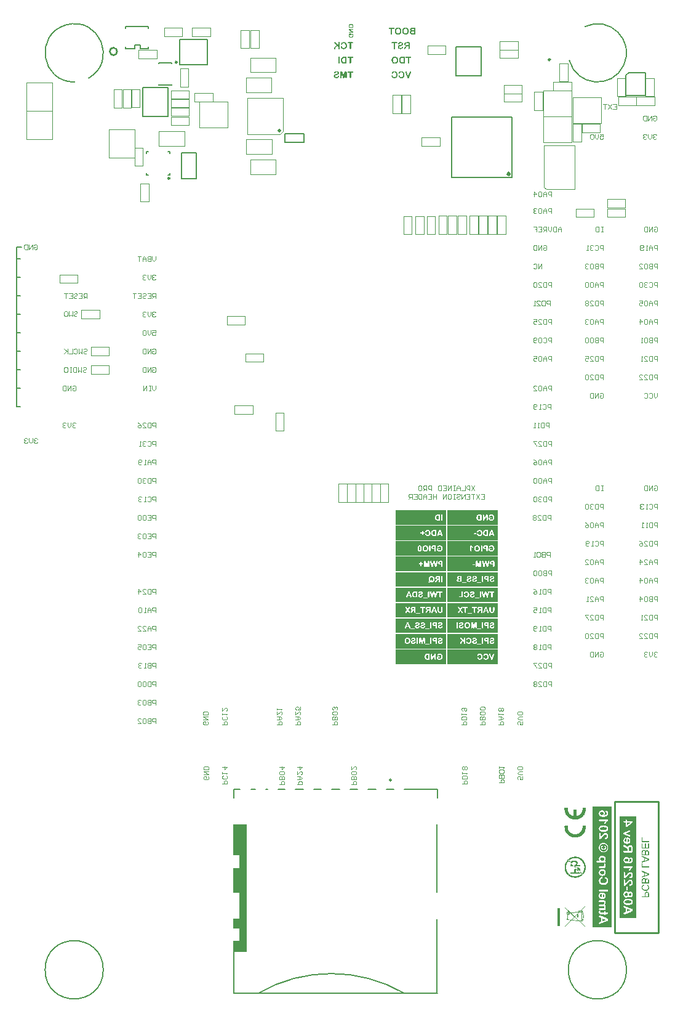
<source format=gbo>
G04 Layer_Color=32896*
%FSLAX43Y43*%
%MOMM*%
G71*
G01*
G75*
%ADD78C,0.150*%
%ADD79C,0.200*%
%ADD103C,0.500*%
%ADD148C,0.254*%
%ADD149C,0.250*%
%ADD152C,0.100*%
%ADD153C,0.112*%
%ADD268C,0.400*%
%ADD269C,0.152*%
%ADD270R,1.905X4.325*%
%ADD271R,1.900X3.400*%
%ADD272R,1.900X1.400*%
%ADD273R,1.900X1.550*%
%ADD274R,1.055X16.800*%
G36*
X-36906Y-7021D02*
X-36873Y-7025D01*
X-36843Y-7031D01*
X-36817Y-7036D01*
X-36806Y-7040D01*
X-36796Y-7043D01*
X-36787Y-7046D01*
X-36779Y-7049D01*
X-36773Y-7050D01*
X-36768Y-7053D01*
X-36766Y-7054D01*
X-36764D01*
X-36736Y-7068D01*
X-36708Y-7083D01*
X-36684Y-7099D01*
X-36663Y-7114D01*
X-36647Y-7128D01*
X-36634Y-7140D01*
X-36629Y-7144D01*
X-36626Y-7148D01*
X-36624Y-7149D01*
X-36623Y-7150D01*
X-36602Y-7175D01*
X-36583Y-7200D01*
X-36568Y-7225D01*
X-36555Y-7249D01*
X-36544Y-7270D01*
X-36541Y-7279D01*
X-36537Y-7286D01*
X-36535Y-7293D01*
X-36532Y-7298D01*
X-36531Y-7300D01*
Y-7301D01*
X-36520Y-7335D01*
X-36512Y-7370D01*
X-36506Y-7404D01*
X-36502Y-7435D01*
X-36501Y-7449D01*
X-36500Y-7463D01*
Y-7474D01*
X-36498Y-7484D01*
Y-7491D01*
Y-7497D01*
Y-7501D01*
Y-7503D01*
Y-7527D01*
X-36501Y-7551D01*
X-36502Y-7574D01*
X-36505Y-7594D01*
X-36507Y-7610D01*
X-36508Y-7621D01*
X-36510Y-7626D01*
X-36511Y-7630D01*
Y-7631D01*
Y-7632D01*
X-36516Y-7655D01*
X-36522Y-7676D01*
X-36528Y-7696D01*
X-36535Y-7714D01*
X-36541Y-7727D01*
X-36546Y-7739D01*
X-36548Y-7746D01*
X-36549Y-7747D01*
Y-7749D01*
X-36560Y-7769D01*
X-36571Y-7786D01*
X-36581Y-7804D01*
X-36591Y-7817D01*
X-36599Y-7830D01*
X-36606Y-7839D01*
X-36611Y-7844D01*
X-36612Y-7846D01*
X-36628Y-7864D01*
X-36643Y-7879D01*
X-36658Y-7891D01*
X-36672Y-7902D01*
X-36684Y-7911D01*
X-36693Y-7919D01*
X-36699Y-7922D01*
X-36702Y-7924D01*
X-36721Y-7934D01*
X-36739Y-7942D01*
X-36758Y-7950D01*
X-36774Y-7956D01*
X-36789Y-7960D01*
X-36801Y-7964D01*
X-36808Y-7965D01*
X-36809Y-7966D01*
X-36811D01*
X-36833Y-7971D01*
X-36857Y-7974D01*
X-36879Y-7976D01*
X-36901Y-7979D01*
X-36918D01*
X-36932Y-7980D01*
X-36944D01*
X-36979Y-7979D01*
X-37012Y-7975D01*
X-37041Y-7970D01*
X-37066Y-7965D01*
X-37077Y-7962D01*
X-37087Y-7960D01*
X-37094Y-7957D01*
X-37102Y-7955D01*
X-37107Y-7952D01*
X-37111Y-7951D01*
X-37113Y-7950D01*
X-37114D01*
X-37141Y-7937D01*
X-37163Y-7924D01*
X-37184Y-7910D01*
X-37201Y-7897D01*
X-37214Y-7886D01*
X-37224Y-7877D01*
X-37231Y-7871D01*
X-37233Y-7869D01*
X-37249Y-7850D01*
X-37264Y-7831D01*
X-37276Y-7815D01*
X-37286Y-7799D01*
X-37293Y-7786D01*
X-37298Y-7776D01*
X-37301Y-7770D01*
X-37302Y-7767D01*
X-37309Y-7749D01*
X-37314Y-7731D01*
X-37319Y-7715D01*
X-37322Y-7701D01*
X-37323Y-7689D01*
X-37324Y-7680D01*
Y-7675D01*
Y-7672D01*
X-37323Y-7660D01*
X-37321Y-7649D01*
X-37317Y-7639D01*
X-37312Y-7630D01*
X-37307Y-7622D01*
X-37303Y-7617D01*
X-37301Y-7615D01*
X-37299Y-7614D01*
X-37291Y-7606D01*
X-37281Y-7600D01*
X-37271Y-7596D01*
X-37262Y-7592D01*
X-37254Y-7591D01*
X-37248Y-7590D01*
X-37243D01*
X-37229Y-7591D01*
X-37217Y-7594D01*
X-37207Y-7597D01*
X-37199Y-7601D01*
X-37193Y-7606D01*
X-37189Y-7610D01*
X-37187Y-7612D01*
X-37186Y-7614D01*
X-37179Y-7622D01*
X-37173Y-7632D01*
X-37164Y-7652D01*
X-37161Y-7661D01*
X-37158Y-7667D01*
X-37156Y-7672D01*
Y-7674D01*
X-37144Y-7701D01*
X-37131Y-7725D01*
X-37116Y-7745D01*
X-37102Y-7761D01*
X-37089Y-7775D01*
X-37079Y-7784D01*
X-37073Y-7789D01*
X-37072Y-7791D01*
X-37071D01*
X-37049Y-7805D01*
X-37026Y-7814D01*
X-37003Y-7821D01*
X-36982Y-7826D01*
X-36963Y-7829D01*
X-36954Y-7830D01*
X-36948D01*
X-36942Y-7831D01*
X-36934D01*
X-36907Y-7830D01*
X-36882Y-7826D01*
X-36859Y-7820D01*
X-36841Y-7814D01*
X-36824Y-7807D01*
X-36813Y-7801D01*
X-36806Y-7797D01*
X-36804Y-7796D01*
X-36803D01*
X-36783Y-7781D01*
X-36767Y-7765D01*
X-36752Y-7746D01*
X-36741Y-7729D01*
X-36731Y-7714D01*
X-36723Y-7700D01*
X-36722Y-7696D01*
X-36719Y-7692D01*
X-36718Y-7690D01*
Y-7689D01*
X-36708Y-7660D01*
X-36701Y-7630D01*
X-36696Y-7600D01*
X-36692Y-7571D01*
X-36691Y-7559D01*
X-36689Y-7546D01*
Y-7536D01*
X-36688Y-7526D01*
Y-7519D01*
Y-7514D01*
Y-7510D01*
Y-7509D01*
X-36689Y-7479D01*
X-36691Y-7451D01*
X-36694Y-7425D01*
X-36698Y-7401D01*
X-36704Y-7379D01*
X-36709Y-7358D01*
X-36716Y-7339D01*
X-36722Y-7323D01*
X-36728Y-7308D01*
X-36734Y-7294D01*
X-36741Y-7283D01*
X-36746Y-7274D01*
X-36749Y-7266D01*
X-36753Y-7261D01*
X-36754Y-7259D01*
X-36756Y-7258D01*
X-36769Y-7241D01*
X-36783Y-7229D01*
X-36798Y-7216D01*
X-36813Y-7206D01*
X-36829Y-7198D01*
X-36844Y-7190D01*
X-36859Y-7185D01*
X-36874Y-7180D01*
X-36888Y-7176D01*
X-36901Y-7174D01*
X-36912Y-7171D01*
X-36922Y-7170D01*
X-36929Y-7169D01*
X-36941D01*
X-36967Y-7170D01*
X-36991Y-7174D01*
X-37012Y-7180D01*
X-37029Y-7186D01*
X-37043Y-7193D01*
X-37054Y-7199D01*
X-37061Y-7203D01*
X-37063Y-7204D01*
X-37081Y-7218D01*
X-37098Y-7234D01*
X-37112Y-7251D01*
X-37126Y-7269D01*
X-37136Y-7284D01*
X-37143Y-7296D01*
X-37146Y-7301D01*
X-37148Y-7305D01*
X-37149Y-7306D01*
Y-7308D01*
X-37158Y-7321D01*
X-37166Y-7334D01*
X-37172Y-7344D01*
X-37178Y-7353D01*
X-37183Y-7359D01*
X-37187Y-7363D01*
X-37188Y-7365D01*
X-37189Y-7366D01*
X-37197Y-7373D01*
X-37206Y-7376D01*
X-37224Y-7381D01*
X-37232Y-7383D01*
X-37238Y-7384D01*
X-37244D01*
X-37256Y-7383D01*
X-37266Y-7380D01*
X-37276Y-7376D01*
X-37283Y-7371D01*
X-37289Y-7366D01*
X-37294Y-7363D01*
X-37297Y-7360D01*
X-37298Y-7359D01*
X-37306Y-7349D01*
X-37312Y-7339D01*
X-37316Y-7330D01*
X-37319Y-7320D01*
X-37321Y-7313D01*
X-37322Y-7306D01*
Y-7303D01*
Y-7301D01*
X-37319Y-7279D01*
X-37314Y-7258D01*
X-37307Y-7236D01*
X-37298Y-7216D01*
X-37289Y-7200D01*
X-37282Y-7188D01*
X-37279Y-7183D01*
X-37277Y-7179D01*
X-37274Y-7178D01*
Y-7176D01*
X-37256Y-7153D01*
X-37234Y-7131D01*
X-37212Y-7113D01*
X-37189Y-7096D01*
X-37169Y-7083D01*
X-37162Y-7078D01*
X-37154Y-7073D01*
X-37148Y-7070D01*
X-37143Y-7068D01*
X-37141Y-7065D01*
X-37139D01*
X-37106Y-7050D01*
X-37072Y-7039D01*
X-37038Y-7031D01*
X-37007Y-7025D01*
X-36992Y-7024D01*
X-36979Y-7023D01*
X-36968Y-7021D01*
X-36958D01*
X-36951Y-7020D01*
X-36939D01*
X-36906Y-7021D01*
D02*
G37*
G36*
X-35946D02*
X-35913Y-7025D01*
X-35883Y-7031D01*
X-35857Y-7036D01*
X-35846Y-7040D01*
X-35836Y-7043D01*
X-35827Y-7046D01*
X-35820Y-7049D01*
X-35813Y-7050D01*
X-35808Y-7053D01*
X-35806Y-7054D01*
X-35805D01*
X-35776Y-7068D01*
X-35748Y-7083D01*
X-35725Y-7099D01*
X-35703Y-7114D01*
X-35687Y-7128D01*
X-35675Y-7140D01*
X-35670Y-7144D01*
X-35666Y-7148D01*
X-35665Y-7149D01*
X-35663Y-7150D01*
X-35642Y-7175D01*
X-35623Y-7200D01*
X-35608Y-7225D01*
X-35595Y-7249D01*
X-35585Y-7270D01*
X-35581Y-7279D01*
X-35577Y-7286D01*
X-35575Y-7293D01*
X-35572Y-7298D01*
X-35571Y-7300D01*
Y-7301D01*
X-35560Y-7335D01*
X-35552Y-7370D01*
X-35546Y-7404D01*
X-35542Y-7435D01*
X-35541Y-7449D01*
X-35540Y-7463D01*
Y-7474D01*
X-35539Y-7484D01*
Y-7491D01*
Y-7497D01*
Y-7501D01*
Y-7503D01*
Y-7527D01*
X-35541Y-7551D01*
X-35542Y-7574D01*
X-35545Y-7594D01*
X-35547Y-7610D01*
X-35549Y-7621D01*
X-35550Y-7626D01*
X-35551Y-7630D01*
Y-7631D01*
Y-7632D01*
X-35556Y-7655D01*
X-35562Y-7676D01*
X-35569Y-7696D01*
X-35575Y-7714D01*
X-35581Y-7727D01*
X-35586Y-7739D01*
X-35589Y-7746D01*
X-35590Y-7747D01*
Y-7749D01*
X-35600Y-7769D01*
X-35611Y-7786D01*
X-35621Y-7804D01*
X-35631Y-7817D01*
X-35640Y-7830D01*
X-35646Y-7839D01*
X-35651Y-7844D01*
X-35652Y-7846D01*
X-35668Y-7864D01*
X-35683Y-7879D01*
X-35698Y-7891D01*
X-35712Y-7902D01*
X-35725Y-7911D01*
X-35733Y-7919D01*
X-35740Y-7922D01*
X-35742Y-7924D01*
X-35761Y-7934D01*
X-35780Y-7942D01*
X-35798Y-7950D01*
X-35815Y-7956D01*
X-35830Y-7960D01*
X-35841Y-7964D01*
X-35848Y-7965D01*
X-35850Y-7966D01*
X-35851D01*
X-35873Y-7971D01*
X-35897Y-7974D01*
X-35920Y-7976D01*
X-35941Y-7979D01*
X-35958D01*
X-35972Y-7980D01*
X-35985D01*
X-36020Y-7979D01*
X-36052Y-7975D01*
X-36081Y-7970D01*
X-36106Y-7965D01*
X-36117Y-7962D01*
X-36127Y-7960D01*
X-36135Y-7957D01*
X-36142Y-7955D01*
X-36147Y-7952D01*
X-36151Y-7951D01*
X-36153Y-7950D01*
X-36155D01*
X-36181Y-7937D01*
X-36203Y-7924D01*
X-36225Y-7910D01*
X-36241Y-7897D01*
X-36255Y-7886D01*
X-36265Y-7877D01*
X-36271Y-7871D01*
X-36273Y-7869D01*
X-36290Y-7850D01*
X-36305Y-7831D01*
X-36316Y-7815D01*
X-36326Y-7799D01*
X-36333Y-7786D01*
X-36338Y-7776D01*
X-36341Y-7770D01*
X-36342Y-7767D01*
X-36350Y-7749D01*
X-36355Y-7731D01*
X-36360Y-7715D01*
X-36362Y-7701D01*
X-36363Y-7689D01*
X-36365Y-7680D01*
Y-7675D01*
Y-7672D01*
X-36363Y-7660D01*
X-36361Y-7649D01*
X-36357Y-7639D01*
X-36352Y-7630D01*
X-36347Y-7622D01*
X-36343Y-7617D01*
X-36341Y-7615D01*
X-36340Y-7614D01*
X-36331Y-7606D01*
X-36321Y-7600D01*
X-36311Y-7596D01*
X-36302Y-7592D01*
X-36295Y-7591D01*
X-36288Y-7590D01*
X-36283D01*
X-36270Y-7591D01*
X-36257Y-7594D01*
X-36247Y-7597D01*
X-36240Y-7601D01*
X-36233Y-7606D01*
X-36230Y-7610D01*
X-36227Y-7612D01*
X-36226Y-7614D01*
X-36220Y-7622D01*
X-36213Y-7632D01*
X-36205Y-7652D01*
X-36201Y-7661D01*
X-36198Y-7667D01*
X-36196Y-7672D01*
Y-7674D01*
X-36185Y-7701D01*
X-36171Y-7725D01*
X-36156Y-7745D01*
X-36142Y-7761D01*
X-36130Y-7775D01*
X-36120Y-7784D01*
X-36113Y-7789D01*
X-36112Y-7791D01*
X-36111D01*
X-36090Y-7805D01*
X-36066Y-7814D01*
X-36043Y-7821D01*
X-36022Y-7826D01*
X-36003Y-7829D01*
X-35995Y-7830D01*
X-35988D01*
X-35982Y-7831D01*
X-35975D01*
X-35947Y-7830D01*
X-35922Y-7826D01*
X-35900Y-7820D01*
X-35881Y-7814D01*
X-35865Y-7807D01*
X-35853Y-7801D01*
X-35846Y-7797D01*
X-35845Y-7796D01*
X-35843D01*
X-35823Y-7781D01*
X-35807Y-7765D01*
X-35792Y-7746D01*
X-35781Y-7729D01*
X-35771Y-7714D01*
X-35763Y-7700D01*
X-35762Y-7696D01*
X-35760Y-7692D01*
X-35758Y-7690D01*
Y-7689D01*
X-35748Y-7660D01*
X-35741Y-7630D01*
X-35736Y-7600D01*
X-35732Y-7571D01*
X-35731Y-7559D01*
X-35730Y-7546D01*
Y-7536D01*
X-35728Y-7526D01*
Y-7519D01*
Y-7514D01*
Y-7510D01*
Y-7509D01*
X-35730Y-7479D01*
X-35731Y-7451D01*
X-35735Y-7425D01*
X-35738Y-7401D01*
X-35745Y-7379D01*
X-35750Y-7358D01*
X-35756Y-7339D01*
X-35762Y-7323D01*
X-35768Y-7308D01*
X-35775Y-7294D01*
X-35781Y-7283D01*
X-35786Y-7274D01*
X-35790Y-7266D01*
X-35793Y-7261D01*
X-35795Y-7259D01*
X-35796Y-7258D01*
X-35810Y-7241D01*
X-35823Y-7229D01*
X-35838Y-7216D01*
X-35853Y-7206D01*
X-35870Y-7198D01*
X-35885Y-7190D01*
X-35900Y-7185D01*
X-35915Y-7180D01*
X-35928Y-7176D01*
X-35941Y-7174D01*
X-35952Y-7171D01*
X-35962Y-7170D01*
X-35970Y-7169D01*
X-35981D01*
X-36007Y-7170D01*
X-36031Y-7174D01*
X-36052Y-7180D01*
X-36070Y-7186D01*
X-36083Y-7193D01*
X-36095Y-7199D01*
X-36101Y-7203D01*
X-36103Y-7204D01*
X-36121Y-7218D01*
X-36138Y-7234D01*
X-36152Y-7251D01*
X-36166Y-7269D01*
X-36176Y-7284D01*
X-36183Y-7296D01*
X-36186Y-7301D01*
X-36188Y-7305D01*
X-36190Y-7306D01*
Y-7308D01*
X-36198Y-7321D01*
X-36206Y-7334D01*
X-36212Y-7344D01*
X-36218Y-7353D01*
X-36223Y-7359D01*
X-36227Y-7363D01*
X-36228Y-7365D01*
X-36230Y-7366D01*
X-36237Y-7373D01*
X-36246Y-7376D01*
X-36265Y-7381D01*
X-36272Y-7383D01*
X-36278Y-7384D01*
X-36285D01*
X-36296Y-7383D01*
X-36306Y-7380D01*
X-36316Y-7376D01*
X-36323Y-7371D01*
X-36330Y-7366D01*
X-36335Y-7363D01*
X-36337Y-7360D01*
X-36338Y-7359D01*
X-36346Y-7349D01*
X-36352Y-7339D01*
X-36356Y-7330D01*
X-36360Y-7320D01*
X-36361Y-7313D01*
X-36362Y-7306D01*
Y-7303D01*
Y-7301D01*
X-36360Y-7279D01*
X-36355Y-7258D01*
X-36347Y-7236D01*
X-36338Y-7216D01*
X-36330Y-7200D01*
X-36322Y-7188D01*
X-36320Y-7183D01*
X-36317Y-7179D01*
X-36315Y-7178D01*
Y-7176D01*
X-36296Y-7153D01*
X-36275Y-7131D01*
X-36252Y-7113D01*
X-36230Y-7096D01*
X-36210Y-7083D01*
X-36202Y-7078D01*
X-36195Y-7073D01*
X-36188Y-7070D01*
X-36183Y-7068D01*
X-36181Y-7065D01*
X-36180D01*
X-36146Y-7050D01*
X-36112Y-7039D01*
X-36078Y-7031D01*
X-36047Y-7025D01*
X-36032Y-7024D01*
X-36020Y-7023D01*
X-36008Y-7021D01*
X-35998D01*
X-35991Y-7020D01*
X-35980D01*
X-35946Y-7021D01*
D02*
G37*
G36*
X-34697D02*
X-34685Y-7024D01*
X-34674Y-7029D01*
X-34664Y-7034D01*
X-34656Y-7039D01*
X-34651Y-7044D01*
X-34647Y-7046D01*
X-34646Y-7048D01*
X-34637Y-7058D01*
X-34631Y-7068D01*
X-34627Y-7078D01*
X-34625Y-7086D01*
X-34622Y-7095D01*
X-34621Y-7101D01*
Y-7105D01*
Y-7106D01*
X-34622Y-7116D01*
X-34624Y-7126D01*
X-34625Y-7134D01*
Y-7136D01*
Y-7138D01*
X-34629Y-7150D01*
X-34631Y-7161D01*
X-34634Y-7169D01*
X-34635Y-7170D01*
Y-7171D01*
X-34640Y-7184D01*
X-34642Y-7194D01*
X-34645Y-7201D01*
X-34646Y-7203D01*
Y-7204D01*
X-34867Y-7805D01*
X-34876Y-7830D01*
X-34880Y-7841D01*
X-34884Y-7851D01*
X-34886Y-7860D01*
X-34889Y-7866D01*
X-34891Y-7870D01*
Y-7871D01*
X-34901Y-7894D01*
X-34905Y-7902D01*
X-34910Y-7911D01*
X-34914Y-7917D01*
X-34916Y-7922D01*
X-34917Y-7926D01*
X-34919Y-7927D01*
X-34932Y-7944D01*
X-34946Y-7955D01*
X-34952Y-7959D01*
X-34957Y-7962D01*
X-34960Y-7964D01*
X-34961Y-7965D01*
X-34971Y-7970D01*
X-34982Y-7974D01*
X-35004Y-7977D01*
X-35012Y-7979D01*
X-35020Y-7980D01*
X-35026D01*
X-35040Y-7979D01*
X-35052Y-7977D01*
X-35062Y-7975D01*
X-35072Y-7972D01*
X-35080Y-7970D01*
X-35085Y-7967D01*
X-35089Y-7965D01*
X-35090D01*
X-35107Y-7952D01*
X-35120Y-7940D01*
X-35125Y-7935D01*
X-35129Y-7930D01*
X-35130Y-7927D01*
X-35131Y-7926D01*
X-35142Y-7907D01*
X-35151Y-7890D01*
X-35155Y-7882D01*
X-35157Y-7876D01*
X-35160Y-7872D01*
Y-7871D01*
X-35169Y-7847D01*
X-35172Y-7836D01*
X-35176Y-7826D01*
X-35180Y-7817D01*
X-35181Y-7811D01*
X-35184Y-7806D01*
Y-7805D01*
X-35409Y-7199D01*
X-35412Y-7188D01*
X-35416Y-7178D01*
X-35417Y-7170D01*
X-35419Y-7169D01*
Y-7168D01*
X-35422Y-7155D01*
X-35426Y-7145D01*
X-35427Y-7138D01*
X-35429Y-7136D01*
Y-7135D01*
X-35431Y-7124D01*
X-35434Y-7114D01*
Y-7108D01*
Y-7105D01*
X-35431Y-7090D01*
X-35427Y-7078D01*
X-35425Y-7073D01*
X-35424Y-7069D01*
X-35421Y-7066D01*
Y-7065D01*
X-35411Y-7051D01*
X-35401Y-7041D01*
X-35396Y-7038D01*
X-35392Y-7035D01*
X-35390Y-7033D01*
X-35389D01*
X-35374Y-7025D01*
X-35360Y-7021D01*
X-35354Y-7020D01*
X-35345D01*
X-35332Y-7021D01*
X-35322Y-7023D01*
X-35314Y-7025D01*
X-35306Y-7028D01*
X-35300Y-7031D01*
X-35296Y-7034D01*
X-35294Y-7035D01*
X-35292Y-7036D01*
X-35280Y-7048D01*
X-35271Y-7059D01*
X-35269Y-7064D01*
X-35266Y-7068D01*
X-35265Y-7070D01*
Y-7071D01*
X-35261Y-7080D01*
X-35259Y-7090D01*
X-35250Y-7113D01*
X-35246Y-7124D01*
X-35244Y-7131D01*
X-35242Y-7138D01*
X-35241Y-7140D01*
X-35030Y-7766D01*
X-34820Y-7144D01*
X-34812Y-7121D01*
X-34805Y-7103D01*
X-34799Y-7086D01*
X-34792Y-7073D01*
X-34787Y-7063D01*
X-34784Y-7056D01*
X-34781Y-7051D01*
X-34780Y-7050D01*
X-34771Y-7040D01*
X-34761Y-7033D01*
X-34750Y-7028D01*
X-34739Y-7024D01*
X-34727Y-7021D01*
X-34719Y-7020D01*
X-34711D01*
X-34697Y-7021D01*
D02*
G37*
G36*
X-29800Y-77850D02*
X-36800D01*
Y-75850D01*
X-29800D01*
Y-77850D01*
D02*
G37*
G36*
X-42677Y-7038D02*
X-42664Y-7040D01*
X-42651Y-7043D01*
X-42641Y-7046D01*
X-42632Y-7051D01*
X-42627Y-7054D01*
X-42624Y-7056D01*
X-42622Y-7058D01*
X-42615Y-7066D01*
X-42609Y-7075D01*
X-42605Y-7085D01*
X-42601Y-7094D01*
X-42600Y-7103D01*
X-42599Y-7109D01*
Y-7114D01*
Y-7115D01*
X-42600Y-7128D01*
X-42603Y-7139D01*
X-42606Y-7149D01*
X-42611Y-7156D01*
X-42615Y-7163D01*
X-42619Y-7168D01*
X-42621Y-7170D01*
X-42622Y-7171D01*
X-42632Y-7178D01*
X-42644Y-7183D01*
X-42655Y-7186D01*
X-42667Y-7189D01*
X-42677Y-7190D01*
X-42686Y-7191D01*
X-42900D01*
Y-7866D01*
X-42901Y-7886D01*
X-42904Y-7904D01*
X-42909Y-7919D01*
X-42914Y-7931D01*
X-42917Y-7940D01*
X-42922Y-7947D01*
X-42925Y-7951D01*
X-42926Y-7952D01*
X-42936Y-7961D01*
X-42947Y-7969D01*
X-42959Y-7974D01*
X-42970Y-7976D01*
X-42979Y-7979D01*
X-42987Y-7980D01*
X-42994D01*
X-43009Y-7979D01*
X-43021Y-7976D01*
X-43034Y-7971D01*
X-43042Y-7966D01*
X-43051Y-7961D01*
X-43056Y-7956D01*
X-43060Y-7954D01*
X-43061Y-7952D01*
X-43070Y-7940D01*
X-43076Y-7926D01*
X-43081Y-7912D01*
X-43084Y-7899D01*
X-43086Y-7886D01*
X-43087Y-7876D01*
Y-7869D01*
Y-7866D01*
Y-7191D01*
X-43292D01*
X-43309Y-7190D01*
X-43324Y-7188D01*
X-43336Y-7185D01*
X-43346Y-7181D01*
X-43354Y-7178D01*
X-43359Y-7174D01*
X-43362Y-7173D01*
X-43364Y-7171D01*
X-43372Y-7163D01*
X-43379Y-7154D01*
X-43382Y-7144D01*
X-43386Y-7135D01*
X-43387Y-7128D01*
X-43389Y-7121D01*
Y-7116D01*
Y-7115D01*
X-43387Y-7103D01*
X-43385Y-7091D01*
X-43381Y-7081D01*
X-43377Y-7074D01*
X-43372Y-7068D01*
X-43369Y-7063D01*
X-43366Y-7060D01*
X-43365Y-7059D01*
X-43355Y-7051D01*
X-43344Y-7046D01*
X-43331Y-7041D01*
X-43320Y-7039D01*
X-43309Y-7038D01*
X-43300Y-7036D01*
X-42694D01*
X-42677Y-7038D01*
D02*
G37*
G36*
X-43590D02*
X-43572Y-7040D01*
X-43558Y-7043D01*
X-43546Y-7046D01*
X-43536Y-7051D01*
X-43530Y-7054D01*
X-43525Y-7056D01*
X-43524Y-7058D01*
X-43514Y-7068D01*
X-43506Y-7079D01*
X-43500Y-7093D01*
X-43496Y-7106D01*
X-43494Y-7120D01*
X-43492Y-7130D01*
Y-7138D01*
Y-7139D01*
Y-7140D01*
Y-7874D01*
X-43494Y-7892D01*
X-43496Y-7909D01*
X-43500Y-7922D01*
X-43505Y-7934D01*
X-43509Y-7942D01*
X-43512Y-7949D01*
X-43515Y-7952D01*
X-43516Y-7954D01*
X-43526Y-7962D01*
X-43536Y-7969D01*
X-43546Y-7974D01*
X-43556Y-7976D01*
X-43565Y-7979D01*
X-43571Y-7980D01*
X-43577D01*
X-43591Y-7979D01*
X-43605Y-7976D01*
X-43615Y-7971D01*
X-43625Y-7966D01*
X-43631Y-7962D01*
X-43637Y-7957D01*
X-43640Y-7955D01*
X-43641Y-7954D01*
X-43648Y-7942D01*
X-43655Y-7930D01*
X-43658Y-7916D01*
X-43662Y-7904D01*
X-43663Y-7892D01*
X-43665Y-7882D01*
Y-7876D01*
Y-7874D01*
Y-7233D01*
X-43812Y-7825D01*
X-43817Y-7846D01*
X-43820Y-7855D01*
X-43822Y-7864D01*
X-43825Y-7871D01*
X-43826Y-7876D01*
X-43827Y-7880D01*
Y-7881D01*
X-43833Y-7900D01*
X-43840Y-7915D01*
X-43843Y-7921D01*
X-43845Y-7926D01*
X-43847Y-7929D01*
Y-7930D01*
X-43858Y-7945D01*
X-43870Y-7956D01*
X-43875Y-7961D01*
X-43878Y-7964D01*
X-43881Y-7965D01*
X-43882Y-7966D01*
X-43891Y-7971D01*
X-43901Y-7974D01*
X-43920Y-7979D01*
X-43927D01*
X-43933Y-7980D01*
X-43938D01*
X-43953Y-7979D01*
X-43967Y-7976D01*
X-43978Y-7974D01*
X-43988Y-7969D01*
X-43996Y-7965D01*
X-44002Y-7962D01*
X-44005Y-7960D01*
X-44006Y-7959D01*
X-44015Y-7950D01*
X-44022Y-7941D01*
X-44027Y-7934D01*
X-44032Y-7926D01*
X-44036Y-7920D01*
X-44038Y-7915D01*
X-44040Y-7911D01*
Y-7910D01*
X-44043Y-7899D01*
X-44048Y-7885D01*
X-44052Y-7871D01*
X-44056Y-7857D01*
X-44060Y-7845D01*
X-44062Y-7834D01*
X-44065Y-7827D01*
Y-7825D01*
X-44213Y-7233D01*
Y-7874D01*
X-44215Y-7892D01*
X-44217Y-7909D01*
X-44221Y-7922D01*
X-44226Y-7934D01*
X-44230Y-7942D01*
X-44233Y-7949D01*
X-44236Y-7952D01*
X-44237Y-7954D01*
X-44247Y-7962D01*
X-44257Y-7969D01*
X-44267Y-7974D01*
X-44277Y-7976D01*
X-44286Y-7979D01*
X-44292Y-7980D01*
X-44298D01*
X-44312Y-7979D01*
X-44326Y-7976D01*
X-44336Y-7971D01*
X-44346Y-7966D01*
X-44352Y-7962D01*
X-44358Y-7957D01*
X-44361Y-7955D01*
X-44362Y-7954D01*
X-44370Y-7942D01*
X-44376Y-7930D01*
X-44380Y-7916D01*
X-44383Y-7904D01*
X-44385Y-7892D01*
X-44386Y-7882D01*
Y-7876D01*
Y-7874D01*
Y-7140D01*
X-44385Y-7119D01*
X-44381Y-7101D01*
X-44376Y-7088D01*
X-44370Y-7076D01*
X-44363Y-7068D01*
X-44358Y-7061D01*
X-44355Y-7059D01*
X-44353Y-7058D01*
X-44341Y-7050D01*
X-44327Y-7045D01*
X-44313Y-7041D01*
X-44300Y-7039D01*
X-44287Y-7038D01*
X-44277Y-7036D01*
X-44191D01*
X-44176Y-7038D01*
X-44162Y-7039D01*
X-44152Y-7041D01*
X-44143Y-7043D01*
X-44138Y-7045D01*
X-44135Y-7046D01*
X-44133D01*
X-44126Y-7050D01*
X-44118Y-7056D01*
X-44107Y-7068D01*
X-44103Y-7073D01*
X-44101Y-7078D01*
X-44098Y-7080D01*
Y-7081D01*
X-44095Y-7091D01*
X-44090Y-7104D01*
X-44082Y-7130D01*
X-44078Y-7143D01*
X-44076Y-7153D01*
X-44075Y-7159D01*
X-44073Y-7160D01*
Y-7161D01*
X-43938Y-7669D01*
X-43803Y-7161D01*
X-43798Y-7141D01*
X-43793Y-7125D01*
X-43790Y-7111D01*
X-43785Y-7100D01*
X-43782Y-7091D01*
X-43780Y-7086D01*
X-43777Y-7083D01*
Y-7081D01*
X-43772Y-7073D01*
X-43767Y-7065D01*
X-43761Y-7059D01*
X-43756Y-7054D01*
X-43751Y-7051D01*
X-43746Y-7049D01*
X-43743Y-7046D01*
X-43742D01*
X-43732Y-7043D01*
X-43721Y-7040D01*
X-43696Y-7038D01*
X-43685Y-7036D01*
X-43608D01*
X-43590Y-7038D01*
D02*
G37*
G36*
X-34921Y-3038D02*
X-34902Y-3040D01*
X-34887Y-3045D01*
X-34875Y-3050D01*
X-34866Y-3055D01*
X-34859Y-3060D01*
X-34855Y-3063D01*
X-34854Y-3064D01*
X-34845Y-3075D01*
X-34839Y-3089D01*
X-34834Y-3104D01*
X-34831Y-3119D01*
X-34829Y-3131D01*
X-34827Y-3143D01*
Y-3150D01*
Y-3151D01*
Y-3153D01*
Y-3866D01*
X-34829Y-3886D01*
X-34831Y-3904D01*
X-34835Y-3917D01*
X-34840Y-3930D01*
X-34844Y-3939D01*
X-34847Y-3946D01*
X-34850Y-3950D01*
X-34851Y-3951D01*
X-34861Y-3961D01*
X-34872Y-3967D01*
X-34885Y-3972D01*
X-34896Y-3976D01*
X-34906Y-3979D01*
X-34914Y-3980D01*
X-34921D01*
X-34936Y-3979D01*
X-34949Y-3976D01*
X-34961Y-3971D01*
X-34970Y-3966D01*
X-34979Y-3961D01*
X-34984Y-3956D01*
X-34987Y-3954D01*
X-34989Y-3952D01*
X-34997Y-3941D01*
X-35004Y-3927D01*
X-35009Y-3912D01*
X-35011Y-3899D01*
X-35014Y-3886D01*
X-35015Y-3876D01*
Y-3869D01*
Y-3867D01*
Y-3866D01*
Y-3567D01*
X-35097D01*
X-35114Y-3570D01*
X-35127Y-3571D01*
X-35140Y-3574D01*
X-35150Y-3576D01*
X-35156Y-3579D01*
X-35161Y-3580D01*
X-35162Y-3581D01*
X-35175Y-3587D01*
X-35187Y-3595D01*
X-35197Y-3602D01*
X-35207Y-3611D01*
X-35216Y-3619D01*
X-35222Y-3625D01*
X-35226Y-3630D01*
X-35227Y-3631D01*
X-35240Y-3646D01*
X-35252Y-3662D01*
X-35265Y-3680D01*
X-35276Y-3696D01*
X-35286Y-3712D01*
X-35294Y-3725D01*
X-35297Y-3730D01*
X-35300Y-3734D01*
X-35301Y-3735D01*
Y-3736D01*
X-35376Y-3861D01*
X-35385Y-3876D01*
X-35394Y-3890D01*
X-35401Y-3901D01*
X-35406Y-3911D01*
X-35411Y-3919D01*
X-35415Y-3924D01*
X-35416Y-3927D01*
X-35417Y-3929D01*
X-35430Y-3944D01*
X-35442Y-3955D01*
X-35447Y-3960D01*
X-35451Y-3962D01*
X-35454Y-3964D01*
X-35455Y-3965D01*
X-35464Y-3970D01*
X-35472Y-3974D01*
X-35489Y-3977D01*
X-35496Y-3979D01*
X-35502Y-3980D01*
X-35507D01*
X-35526Y-3979D01*
X-35535Y-3976D01*
X-35541Y-3975D01*
X-35547Y-3972D01*
X-35551Y-3971D01*
X-35554Y-3970D01*
X-35555D01*
X-35569Y-3961D01*
X-35578Y-3952D01*
X-35583Y-3945D01*
X-35586Y-3944D01*
Y-3942D01*
X-35593Y-3929D01*
X-35597Y-3916D01*
X-35598Y-3912D01*
Y-3909D01*
Y-3906D01*
Y-3905D01*
X-35597Y-3897D01*
X-35596Y-3887D01*
X-35589Y-3866D01*
X-35585Y-3856D01*
X-35582Y-3849D01*
X-35580Y-3844D01*
X-35578Y-3841D01*
X-35571Y-3822D01*
X-35561Y-3805D01*
X-35552Y-3786D01*
X-35544Y-3770D01*
X-35535Y-3756D01*
X-35529Y-3745D01*
X-35524Y-3737D01*
X-35522Y-3736D01*
Y-3735D01*
X-35509Y-3714D01*
X-35495Y-3692D01*
X-35481Y-3674D01*
X-35469Y-3657D01*
X-35457Y-3644D01*
X-35449Y-3634D01*
X-35444Y-3627D01*
X-35441Y-3625D01*
X-35424Y-3606D01*
X-35407Y-3590D01*
X-35391Y-3577D01*
X-35377Y-3566D01*
X-35365Y-3557D01*
X-35355Y-3551D01*
X-35349Y-3547D01*
X-35346Y-3546D01*
X-35367Y-3541D01*
X-35387Y-3535D01*
X-35406Y-3529D01*
X-35424Y-3521D01*
X-35440Y-3514D01*
X-35455Y-3507D01*
X-35467Y-3500D01*
X-35480Y-3493D01*
X-35490Y-3486D01*
X-35499Y-3480D01*
X-35506Y-3474D01*
X-35512Y-3469D01*
X-35517Y-3465D01*
X-35521Y-3461D01*
X-35522Y-3460D01*
X-35524Y-3459D01*
X-35534Y-3446D01*
X-35544Y-3434D01*
X-35557Y-3406D01*
X-35569Y-3379D01*
X-35575Y-3353D01*
X-35580Y-3329D01*
X-35581Y-3319D01*
Y-3310D01*
X-35582Y-3303D01*
Y-3298D01*
Y-3294D01*
Y-3293D01*
X-35581Y-3274D01*
X-35580Y-3256D01*
X-35577Y-3240D01*
X-35574Y-3225D01*
X-35570Y-3214D01*
X-35567Y-3204D01*
X-35566Y-3199D01*
X-35565Y-3196D01*
X-35557Y-3180D01*
X-35550Y-3165D01*
X-35541Y-3151D01*
X-35532Y-3140D01*
X-35525Y-3130D01*
X-35519Y-3124D01*
X-35515Y-3119D01*
X-35514Y-3118D01*
X-35501Y-3105D01*
X-35487Y-3094D01*
X-35475Y-3085D01*
X-35462Y-3078D01*
X-35452Y-3071D01*
X-35444Y-3068D01*
X-35439Y-3065D01*
X-35436Y-3064D01*
X-35409Y-3054D01*
X-35395Y-3050D01*
X-35384Y-3048D01*
X-35372Y-3045D01*
X-35364Y-3044D01*
X-35359Y-3043D01*
X-35356D01*
X-35339Y-3040D01*
X-35320Y-3039D01*
X-35302Y-3038D01*
X-35285D01*
X-35270Y-3036D01*
X-34942D01*
X-34921Y-3038D01*
D02*
G37*
G36*
X-37023Y-1038D02*
X-37009Y-1040D01*
X-36997Y-1043D01*
X-36987Y-1046D01*
X-36978Y-1051D01*
X-36973Y-1054D01*
X-36969Y-1056D01*
X-36968Y-1058D01*
X-36961Y-1066D01*
X-36954Y-1075D01*
X-36951Y-1085D01*
X-36947Y-1094D01*
X-36946Y-1103D01*
X-36944Y-1109D01*
Y-1114D01*
Y-1115D01*
X-36946Y-1128D01*
X-36948Y-1139D01*
X-36952Y-1149D01*
X-36957Y-1156D01*
X-36961Y-1163D01*
X-36964Y-1168D01*
X-36967Y-1170D01*
X-36968Y-1171D01*
X-36978Y-1178D01*
X-36989Y-1183D01*
X-37000Y-1186D01*
X-37013Y-1189D01*
X-37023Y-1190D01*
X-37032Y-1191D01*
X-37245D01*
Y-1866D01*
X-37247Y-1886D01*
X-37249Y-1904D01*
X-37254Y-1919D01*
X-37259Y-1931D01*
X-37263Y-1940D01*
X-37268Y-1947D01*
X-37270Y-1951D01*
X-37272Y-1952D01*
X-37282Y-1961D01*
X-37293Y-1969D01*
X-37304Y-1974D01*
X-37315Y-1976D01*
X-37324Y-1979D01*
X-37333Y-1980D01*
X-37339D01*
X-37354Y-1979D01*
X-37367Y-1976D01*
X-37379Y-1971D01*
X-37388Y-1966D01*
X-37397Y-1961D01*
X-37402Y-1956D01*
X-37405Y-1954D01*
X-37407Y-1952D01*
X-37415Y-1940D01*
X-37422Y-1926D01*
X-37427Y-1912D01*
X-37429Y-1899D01*
X-37432Y-1886D01*
X-37433Y-1876D01*
Y-1869D01*
Y-1866D01*
Y-1191D01*
X-37638D01*
X-37654Y-1190D01*
X-37669Y-1188D01*
X-37682Y-1185D01*
X-37692Y-1181D01*
X-37699Y-1178D01*
X-37704Y-1174D01*
X-37708Y-1173D01*
X-37709Y-1171D01*
X-37718Y-1163D01*
X-37724Y-1154D01*
X-37728Y-1144D01*
X-37732Y-1135D01*
X-37733Y-1128D01*
X-37734Y-1121D01*
Y-1116D01*
Y-1115D01*
X-37733Y-1103D01*
X-37730Y-1091D01*
X-37727Y-1081D01*
X-37723Y-1074D01*
X-37718Y-1068D01*
X-37714Y-1063D01*
X-37712Y-1060D01*
X-37710Y-1059D01*
X-37700Y-1051D01*
X-37689Y-1046D01*
X-37677Y-1041D01*
X-37665Y-1039D01*
X-37654Y-1038D01*
X-37645Y-1036D01*
X-37039D01*
X-37023Y-1038D01*
D02*
G37*
G36*
X-36378Y-1021D02*
X-36342Y-1025D01*
X-36311Y-1031D01*
X-36282Y-1036D01*
X-36269Y-1040D01*
X-36259Y-1043D01*
X-36249Y-1046D01*
X-36242Y-1049D01*
X-36236Y-1050D01*
X-36231Y-1053D01*
X-36228Y-1054D01*
X-36227D01*
X-36197Y-1068D01*
X-36171Y-1083D01*
X-36146Y-1099D01*
X-36126Y-1115D01*
X-36108Y-1129D01*
X-36096Y-1140D01*
X-36092Y-1144D01*
X-36088Y-1148D01*
X-36087Y-1149D01*
X-36086Y-1150D01*
X-36066Y-1175D01*
X-36048Y-1200D01*
X-36032Y-1226D01*
X-36020Y-1250D01*
X-36009Y-1271D01*
X-36006Y-1280D01*
X-36003Y-1288D01*
X-36001Y-1294D01*
X-35998Y-1299D01*
X-35997Y-1301D01*
Y-1303D01*
X-35987Y-1336D01*
X-35980Y-1370D01*
X-35975Y-1404D01*
X-35971Y-1434D01*
X-35970Y-1446D01*
X-35968Y-1459D01*
Y-1470D01*
X-35967Y-1480D01*
Y-1487D01*
Y-1492D01*
Y-1496D01*
Y-1497D01*
X-35968Y-1536D01*
X-35972Y-1572D01*
X-35976Y-1605D01*
X-35982Y-1634D01*
X-35985Y-1647D01*
X-35987Y-1659D01*
X-35989Y-1669D01*
X-35991Y-1676D01*
X-35993Y-1684D01*
X-35994Y-1689D01*
X-35996Y-1691D01*
Y-1692D01*
X-36008Y-1725D01*
X-36022Y-1755D01*
X-36037Y-1781D01*
X-36051Y-1802D01*
X-36063Y-1821D01*
X-36069Y-1829D01*
X-36073Y-1835D01*
X-36078Y-1840D01*
X-36081Y-1844D01*
X-36083Y-1845D01*
Y-1846D01*
X-36106Y-1869D01*
X-36129Y-1889D01*
X-36153Y-1905D01*
X-36176Y-1920D01*
X-36196Y-1930D01*
X-36204Y-1935D01*
X-36212Y-1939D01*
X-36217Y-1941D01*
X-36222Y-1944D01*
X-36224Y-1945D01*
X-36226D01*
X-36259Y-1956D01*
X-36293Y-1965D01*
X-36326Y-1971D01*
X-36356Y-1975D01*
X-36369Y-1977D01*
X-36382D01*
X-36393Y-1979D01*
X-36402Y-1980D01*
X-36421D01*
X-36461Y-1979D01*
X-36497Y-1975D01*
X-36529Y-1969D01*
X-36544Y-1966D01*
X-36558Y-1962D01*
X-36571Y-1960D01*
X-36582Y-1957D01*
X-36592Y-1954D01*
X-36599Y-1951D01*
X-36606Y-1949D01*
X-36611Y-1947D01*
X-36613Y-1946D01*
X-36614D01*
X-36644Y-1932D01*
X-36673Y-1916D01*
X-36697Y-1900D01*
X-36718Y-1884D01*
X-36734Y-1870D01*
X-36747Y-1859D01*
X-36751Y-1854D01*
X-36754Y-1850D01*
X-36756Y-1849D01*
X-36757Y-1847D01*
X-36778Y-1822D01*
X-36796Y-1796D01*
X-36811Y-1771D01*
X-36823Y-1746D01*
X-36832Y-1726D01*
X-36836Y-1717D01*
X-36839Y-1710D01*
X-36842Y-1704D01*
X-36843Y-1699D01*
X-36844Y-1696D01*
Y-1695D01*
X-36854Y-1661D01*
X-36862Y-1627D01*
X-36867Y-1595D01*
X-36871Y-1564D01*
X-36872Y-1550D01*
X-36873Y-1537D01*
Y-1526D01*
X-36874Y-1518D01*
Y-1509D01*
Y-1504D01*
Y-1500D01*
Y-1499D01*
Y-1473D01*
X-36872Y-1446D01*
X-36869Y-1421D01*
X-36866Y-1398D01*
X-36862Y-1376D01*
X-36857Y-1355D01*
X-36853Y-1336D01*
X-36848Y-1318D01*
X-36843Y-1303D01*
X-36838Y-1288D01*
X-36833Y-1275D01*
X-36829Y-1265D01*
X-36826Y-1258D01*
X-36823Y-1251D01*
X-36822Y-1248D01*
X-36821Y-1246D01*
X-36799Y-1208D01*
X-36774Y-1174D01*
X-36748Y-1145D01*
X-36736Y-1133D01*
X-36723Y-1121D01*
X-36711Y-1111D01*
X-36701Y-1103D01*
X-36691Y-1096D01*
X-36682Y-1090D01*
X-36674Y-1085D01*
X-36669Y-1081D01*
X-36666Y-1080D01*
X-36664Y-1079D01*
X-36644Y-1069D01*
X-36624Y-1059D01*
X-36582Y-1045D01*
X-36541Y-1034D01*
X-36502Y-1028D01*
X-36484Y-1025D01*
X-36468Y-1023D01*
X-36453Y-1021D01*
X-36441D01*
X-36431Y-1020D01*
X-36417D01*
X-36378Y-1021D01*
D02*
G37*
G36*
X-36613Y-3038D02*
X-36599Y-3040D01*
X-36587Y-3043D01*
X-36577Y-3046D01*
X-36568Y-3051D01*
X-36563Y-3054D01*
X-36560Y-3056D01*
X-36558Y-3058D01*
X-36551Y-3066D01*
X-36544Y-3075D01*
X-36541Y-3085D01*
X-36537Y-3094D01*
X-36536Y-3103D01*
X-36535Y-3109D01*
Y-3114D01*
Y-3115D01*
X-36536Y-3128D01*
X-36538Y-3139D01*
X-36542Y-3149D01*
X-36547Y-3156D01*
X-36551Y-3163D01*
X-36555Y-3168D01*
X-36557Y-3170D01*
X-36558Y-3171D01*
X-36568Y-3178D01*
X-36579Y-3183D01*
X-36591Y-3186D01*
X-36603Y-3189D01*
X-36613Y-3190D01*
X-36622Y-3191D01*
X-36836D01*
Y-3866D01*
X-36837Y-3886D01*
X-36839Y-3904D01*
X-36844Y-3919D01*
X-36849Y-3931D01*
X-36853Y-3940D01*
X-36858Y-3947D01*
X-36861Y-3951D01*
X-36862Y-3952D01*
X-36872Y-3961D01*
X-36883Y-3969D01*
X-36894Y-3974D01*
X-36906Y-3976D01*
X-36914Y-3979D01*
X-36923Y-3980D01*
X-36929D01*
X-36944Y-3979D01*
X-36957Y-3976D01*
X-36969Y-3971D01*
X-36978Y-3966D01*
X-36987Y-3961D01*
X-36992Y-3956D01*
X-36996Y-3954D01*
X-36997Y-3952D01*
X-37006Y-3940D01*
X-37012Y-3926D01*
X-37017Y-3912D01*
X-37019Y-3899D01*
X-37022Y-3886D01*
X-37023Y-3876D01*
Y-3869D01*
Y-3866D01*
Y-3191D01*
X-37228D01*
X-37244Y-3190D01*
X-37259Y-3188D01*
X-37272Y-3185D01*
X-37282Y-3181D01*
X-37289Y-3178D01*
X-37294Y-3174D01*
X-37298Y-3173D01*
X-37299Y-3171D01*
X-37308Y-3163D01*
X-37314Y-3154D01*
X-37318Y-3144D01*
X-37322Y-3135D01*
X-37323Y-3128D01*
X-37324Y-3121D01*
Y-3116D01*
Y-3115D01*
X-37323Y-3103D01*
X-37321Y-3091D01*
X-37317Y-3081D01*
X-37313Y-3074D01*
X-37308Y-3068D01*
X-37304Y-3063D01*
X-37302Y-3060D01*
X-37301Y-3059D01*
X-37291Y-3051D01*
X-37279Y-3046D01*
X-37267Y-3041D01*
X-37256Y-3039D01*
X-37244Y-3038D01*
X-37236Y-3036D01*
X-36629D01*
X-36613Y-3038D01*
D02*
G37*
G36*
X-22675Y-71475D02*
X-29675D01*
Y-69475D01*
X-22675D01*
Y-71475D01*
D02*
G37*
G36*
X-36056Y-3021D02*
X-36020Y-3025D01*
X-35988Y-3030D01*
X-35973Y-3034D01*
X-35961Y-3036D01*
X-35948Y-3039D01*
X-35938Y-3043D01*
X-35928Y-3045D01*
X-35921Y-3048D01*
X-35916Y-3050D01*
X-35911Y-3051D01*
X-35908Y-3053D01*
X-35907D01*
X-35880Y-3066D01*
X-35855Y-3080D01*
X-35835Y-3096D01*
X-35817Y-3111D01*
X-35805Y-3124D01*
X-35795Y-3135D01*
X-35790Y-3143D01*
X-35787Y-3144D01*
Y-3145D01*
X-35773Y-3168D01*
X-35763Y-3191D01*
X-35756Y-3214D01*
X-35751Y-3235D01*
X-35748Y-3253D01*
X-35747Y-3268D01*
X-35746Y-3273D01*
Y-3276D01*
Y-3279D01*
Y-3280D01*
X-35747Y-3309D01*
X-35752Y-3335D01*
X-35758Y-3359D01*
X-35766Y-3378D01*
X-35772Y-3394D01*
X-35778Y-3405D01*
X-35783Y-3413D01*
X-35785Y-3414D01*
Y-3415D01*
X-35801Y-3434D01*
X-35818Y-3451D01*
X-35836Y-3466D01*
X-35853Y-3479D01*
X-35868Y-3487D01*
X-35881Y-3495D01*
X-35886Y-3497D01*
X-35890Y-3500D01*
X-35891Y-3501D01*
X-35892D01*
X-35918Y-3513D01*
X-35947Y-3522D01*
X-35975Y-3532D01*
X-36001Y-3540D01*
X-36025Y-3546D01*
X-36035Y-3549D01*
X-36043Y-3551D01*
X-36050Y-3552D01*
X-36055Y-3554D01*
X-36058Y-3555D01*
X-36060D01*
X-36086Y-3561D01*
X-36110Y-3567D01*
X-36130Y-3572D01*
X-36147Y-3577D01*
X-36161Y-3581D01*
X-36171Y-3585D01*
X-36176Y-3586D01*
X-36178Y-3587D01*
X-36195Y-3594D01*
X-36208Y-3601D01*
X-36222Y-3609D01*
X-36232Y-3615D01*
X-36241Y-3622D01*
X-36247Y-3627D01*
X-36251Y-3631D01*
X-36252Y-3632D01*
X-36262Y-3644D01*
X-36268Y-3656D01*
X-36273Y-3669D01*
X-36277Y-3681D01*
X-36280Y-3691D01*
X-36281Y-3700D01*
Y-3705D01*
Y-3707D01*
X-36278Y-3727D01*
X-36272Y-3746D01*
X-36265Y-3764D01*
X-36255Y-3777D01*
X-36245Y-3789D01*
X-36237Y-3796D01*
X-36231Y-3802D01*
X-36228Y-3804D01*
X-36207Y-3816D01*
X-36185Y-3826D01*
X-36162Y-3832D01*
X-36141Y-3837D01*
X-36121Y-3840D01*
X-36113Y-3841D01*
X-36106D01*
X-36100Y-3842D01*
X-36092D01*
X-36071Y-3841D01*
X-36051Y-3840D01*
X-36035Y-3836D01*
X-36020Y-3832D01*
X-36008Y-3830D01*
X-36000Y-3826D01*
X-35995Y-3825D01*
X-35993Y-3824D01*
X-35980Y-3816D01*
X-35968Y-3809D01*
X-35958Y-3800D01*
X-35950Y-3792D01*
X-35943Y-3785D01*
X-35938Y-3780D01*
X-35936Y-3776D01*
X-35935Y-3775D01*
X-35927Y-3762D01*
X-35921Y-3750D01*
X-35915Y-3737D01*
X-35908Y-3726D01*
X-35903Y-3716D01*
X-35900Y-3707D01*
X-35898Y-3702D01*
X-35897Y-3700D01*
X-35891Y-3687D01*
X-35885Y-3676D01*
X-35880Y-3666D01*
X-35873Y-3659D01*
X-35868Y-3652D01*
X-35865Y-3649D01*
X-35862Y-3646D01*
X-35861Y-3645D01*
X-35853Y-3639D01*
X-35845Y-3634D01*
X-35837Y-3630D01*
X-35830Y-3627D01*
X-35822Y-3626D01*
X-35817Y-3625D01*
X-35812D01*
X-35798Y-3626D01*
X-35787Y-3629D01*
X-35776Y-3632D01*
X-35767Y-3637D01*
X-35761Y-3642D01*
X-35755Y-3646D01*
X-35752Y-3649D01*
X-35751Y-3650D01*
X-35743Y-3659D01*
X-35737Y-3669D01*
X-35733Y-3679D01*
X-35730Y-3687D01*
X-35728Y-3695D01*
X-35727Y-3701D01*
Y-3706D01*
Y-3707D01*
X-35728Y-3730D01*
X-35733Y-3752D01*
X-35740Y-3772D01*
X-35747Y-3791D01*
X-35755Y-3807D01*
X-35761Y-3819D01*
X-35763Y-3824D01*
X-35766Y-3827D01*
X-35767Y-3829D01*
Y-3830D01*
X-35783Y-3851D01*
X-35800Y-3871D01*
X-35817Y-3887D01*
X-35833Y-3902D01*
X-35848Y-3914D01*
X-35860Y-3922D01*
X-35867Y-3927D01*
X-35868Y-3929D01*
X-35870D01*
X-35906Y-3946D01*
X-35943Y-3959D01*
X-35981Y-3967D01*
X-36017Y-3974D01*
X-36033Y-3976D01*
X-36048Y-3977D01*
X-36062Y-3979D01*
X-36075D01*
X-36083Y-3980D01*
X-36097D01*
X-36138Y-3979D01*
X-36176Y-3974D01*
X-36210Y-3967D01*
X-36225Y-3965D01*
X-36238Y-3961D01*
X-36251Y-3957D01*
X-36262Y-3954D01*
X-36272Y-3951D01*
X-36280Y-3949D01*
X-36286Y-3946D01*
X-36291Y-3944D01*
X-36293Y-3942D01*
X-36295D01*
X-36325Y-3927D01*
X-36350Y-3910D01*
X-36372Y-3894D01*
X-36390Y-3876D01*
X-36403Y-3861D01*
X-36415Y-3850D01*
X-36417Y-3845D01*
X-36420Y-3841D01*
X-36422Y-3840D01*
Y-3839D01*
X-36437Y-3812D01*
X-36447Y-3786D01*
X-36455Y-3761D01*
X-36461Y-3737D01*
X-36463Y-3716D01*
X-36465Y-3707D01*
Y-3700D01*
X-36466Y-3695D01*
Y-3690D01*
Y-3687D01*
Y-3686D01*
X-36465Y-3661D01*
X-36462Y-3637D01*
X-36458Y-3617D01*
X-36453Y-3600D01*
X-36448Y-3586D01*
X-36445Y-3576D01*
X-36442Y-3570D01*
X-36441Y-3567D01*
X-36431Y-3550D01*
X-36420Y-3535D01*
X-36408Y-3521D01*
X-36397Y-3509D01*
X-36386Y-3500D01*
X-36378Y-3493D01*
X-36373Y-3489D01*
X-36371Y-3487D01*
X-36353Y-3476D01*
X-36335Y-3466D01*
X-36317Y-3456D01*
X-36300Y-3449D01*
X-36285Y-3443D01*
X-36273Y-3438D01*
X-36268Y-3436D01*
X-36265Y-3435D01*
X-36263Y-3434D01*
X-36262D01*
X-36238Y-3425D01*
X-36213Y-3418D01*
X-36190Y-3411D01*
X-36167Y-3405D01*
X-36148Y-3400D01*
X-36141Y-3399D01*
X-36135Y-3396D01*
X-36128Y-3395D01*
X-36125D01*
X-36122Y-3394D01*
X-36121D01*
X-36098Y-3388D01*
X-36080Y-3384D01*
X-36065Y-3379D01*
X-36051Y-3376D01*
X-36042Y-3374D01*
X-36035Y-3371D01*
X-36031Y-3370D01*
X-36030D01*
X-36010Y-3363D01*
X-35993Y-3355D01*
X-35986Y-3351D01*
X-35981Y-3349D01*
X-35977Y-3346D01*
X-35976D01*
X-35958Y-3335D01*
X-35946Y-3323D01*
X-35941Y-3319D01*
X-35937Y-3315D01*
X-35936Y-3313D01*
X-35935Y-3311D01*
X-35930Y-3304D01*
X-35926Y-3295D01*
X-35922Y-3280D01*
X-35921Y-3274D01*
X-35920Y-3269D01*
Y-3265D01*
Y-3264D01*
X-35922Y-3248D01*
X-35927Y-3233D01*
X-35933Y-3220D01*
X-35942Y-3208D01*
X-35950Y-3199D01*
X-35957Y-3193D01*
X-35962Y-3188D01*
X-35963Y-3186D01*
X-35981Y-3175D01*
X-36001Y-3168D01*
X-36021Y-3161D01*
X-36040Y-3158D01*
X-36056Y-3155D01*
X-36070Y-3154D01*
X-36082D01*
X-36110Y-3155D01*
X-36133Y-3159D01*
X-36153Y-3164D01*
X-36168Y-3169D01*
X-36181Y-3174D01*
X-36190Y-3179D01*
X-36195Y-3183D01*
X-36196Y-3184D01*
X-36208Y-3196D01*
X-36221Y-3209D01*
X-36231Y-3223D01*
X-36240Y-3235D01*
X-36247Y-3248D01*
X-36252Y-3256D01*
X-36256Y-3263D01*
X-36257Y-3265D01*
X-36265Y-3278D01*
X-36271Y-3289D01*
X-36276Y-3299D01*
X-36282Y-3306D01*
X-36286Y-3311D01*
X-36290Y-3315D01*
X-36291Y-3318D01*
X-36292Y-3319D01*
X-36300Y-3324D01*
X-36307Y-3328D01*
X-36323Y-3333D01*
X-36331Y-3334D01*
X-36337Y-3335D01*
X-36342D01*
X-36355Y-3334D01*
X-36366Y-3331D01*
X-36376Y-3326D01*
X-36385Y-3321D01*
X-36392Y-3318D01*
X-36397Y-3313D01*
X-36400Y-3310D01*
X-36401Y-3309D01*
X-36408Y-3299D01*
X-36415Y-3288D01*
X-36418Y-3278D01*
X-36422Y-3268D01*
X-36423Y-3260D01*
X-36425Y-3254D01*
Y-3249D01*
Y-3248D01*
X-36423Y-3234D01*
X-36422Y-3220D01*
X-36418Y-3208D01*
X-36416Y-3196D01*
X-36412Y-3186D01*
X-36408Y-3179D01*
X-36407Y-3174D01*
X-36406Y-3173D01*
X-36398Y-3159D01*
X-36388Y-3145D01*
X-36378Y-3133D01*
X-36368Y-3121D01*
X-36360Y-3111D01*
X-36352Y-3105D01*
X-36347Y-3100D01*
X-36346Y-3099D01*
X-36330Y-3086D01*
X-36312Y-3075D01*
X-36295Y-3065D01*
X-36278Y-3056D01*
X-36265Y-3050D01*
X-36252Y-3045D01*
X-36245Y-3043D01*
X-36243Y-3041D01*
X-36242D01*
X-36218Y-3034D01*
X-36193Y-3029D01*
X-36168Y-3025D01*
X-36145Y-3023D01*
X-36125Y-3021D01*
X-36116Y-3020D01*
X-36095D01*
X-36056Y-3021D01*
D02*
G37*
G36*
X-35593Y-5038D02*
X-35576Y-5040D01*
X-35561Y-5045D01*
X-35549Y-5050D01*
X-35540Y-5055D01*
X-35532Y-5060D01*
X-35529Y-5063D01*
X-35527Y-5064D01*
X-35519Y-5075D01*
X-35512Y-5089D01*
X-35507Y-5104D01*
X-35505Y-5119D01*
X-35502Y-5131D01*
X-35501Y-5143D01*
Y-5150D01*
Y-5151D01*
Y-5153D01*
Y-5832D01*
Y-5849D01*
X-35502Y-5862D01*
X-35504Y-5875D01*
X-35505Y-5886D01*
X-35506Y-5895D01*
X-35507Y-5901D01*
X-35509Y-5905D01*
Y-5906D01*
X-35512Y-5916D01*
X-35517Y-5925D01*
X-35522Y-5931D01*
X-35529Y-5937D01*
X-35534Y-5942D01*
X-35539Y-5946D01*
X-35541Y-5947D01*
X-35542Y-5949D01*
X-35554Y-5954D01*
X-35566Y-5957D01*
X-35591Y-5961D01*
X-35602Y-5962D01*
X-35611Y-5964D01*
X-35888D01*
X-35910Y-5962D01*
X-35928Y-5961D01*
X-35946Y-5960D01*
X-35960Y-5959D01*
X-35970Y-5957D01*
X-35976Y-5956D01*
X-35978D01*
X-35997Y-5952D01*
X-36015Y-5947D01*
X-36031Y-5944D01*
X-36045Y-5939D01*
X-36057Y-5934D01*
X-36066Y-5931D01*
X-36071Y-5929D01*
X-36073Y-5927D01*
X-36090Y-5920D01*
X-36106Y-5910D01*
X-36120Y-5901D01*
X-36132Y-5892D01*
X-36142Y-5885D01*
X-36150Y-5879D01*
X-36155Y-5875D01*
X-36156Y-5874D01*
X-36173Y-5857D01*
X-36188Y-5840D01*
X-36201Y-5824D01*
X-36212Y-5807D01*
X-36221Y-5795D01*
X-36228Y-5784D01*
X-36232Y-5777D01*
X-36233Y-5775D01*
X-36243Y-5754D01*
X-36253Y-5732D01*
X-36261Y-5711D01*
X-36267Y-5692D01*
X-36272Y-5676D01*
X-36276Y-5662D01*
X-36277Y-5657D01*
Y-5654D01*
X-36278Y-5652D01*
Y-5651D01*
X-36283Y-5625D01*
X-36287Y-5597D01*
X-36290Y-5572D01*
X-36292Y-5549D01*
Y-5529D01*
X-36293Y-5520D01*
Y-5512D01*
Y-5506D01*
Y-5503D01*
Y-5500D01*
Y-5499D01*
X-36292Y-5453D01*
X-36287Y-5410D01*
X-36280Y-5370D01*
X-36271Y-5333D01*
X-36260Y-5299D01*
X-36247Y-5268D01*
X-36235Y-5240D01*
X-36221Y-5215D01*
X-36207Y-5193D01*
X-36195Y-5174D01*
X-36182Y-5158D01*
X-36171Y-5145D01*
X-36162Y-5134D01*
X-36155Y-5128D01*
X-36150Y-5123D01*
X-36148Y-5121D01*
X-36127Y-5104D01*
X-36105Y-5090D01*
X-36085Y-5079D01*
X-36065Y-5070D01*
X-36048Y-5063D01*
X-36035Y-5059D01*
X-36030Y-5058D01*
X-36026Y-5056D01*
X-36025Y-5055D01*
X-36023D01*
X-35997Y-5049D01*
X-35970Y-5044D01*
X-35942Y-5041D01*
X-35916Y-5039D01*
X-35893Y-5038D01*
X-35885Y-5036D01*
X-35615D01*
X-35593Y-5038D01*
D02*
G37*
G36*
X-42677Y-3038D02*
X-42664Y-3040D01*
X-42651Y-3043D01*
X-42641Y-3046D01*
X-42632Y-3051D01*
X-42627Y-3054D01*
X-42624Y-3056D01*
X-42622Y-3058D01*
X-42615Y-3066D01*
X-42609Y-3075D01*
X-42605Y-3085D01*
X-42601Y-3094D01*
X-42600Y-3103D01*
X-42599Y-3109D01*
Y-3114D01*
Y-3115D01*
X-42600Y-3128D01*
X-42603Y-3139D01*
X-42606Y-3149D01*
X-42611Y-3156D01*
X-42615Y-3163D01*
X-42619Y-3168D01*
X-42621Y-3170D01*
X-42622Y-3171D01*
X-42632Y-3178D01*
X-42644Y-3183D01*
X-42655Y-3186D01*
X-42667Y-3189D01*
X-42677Y-3190D01*
X-42686Y-3191D01*
X-42900D01*
Y-3866D01*
X-42901Y-3886D01*
X-42904Y-3904D01*
X-42909Y-3919D01*
X-42914Y-3931D01*
X-42917Y-3940D01*
X-42922Y-3947D01*
X-42925Y-3951D01*
X-42926Y-3952D01*
X-42936Y-3961D01*
X-42947Y-3969D01*
X-42959Y-3974D01*
X-42970Y-3976D01*
X-42979Y-3979D01*
X-42987Y-3980D01*
X-42994D01*
X-43009Y-3979D01*
X-43021Y-3976D01*
X-43034Y-3971D01*
X-43042Y-3966D01*
X-43051Y-3961D01*
X-43056Y-3956D01*
X-43060Y-3954D01*
X-43061Y-3952D01*
X-43070Y-3940D01*
X-43076Y-3926D01*
X-43081Y-3912D01*
X-43084Y-3899D01*
X-43086Y-3886D01*
X-43087Y-3876D01*
Y-3869D01*
Y-3866D01*
Y-3191D01*
X-43292D01*
X-43309Y-3190D01*
X-43324Y-3188D01*
X-43336Y-3185D01*
X-43346Y-3181D01*
X-43354Y-3178D01*
X-43359Y-3174D01*
X-43362Y-3173D01*
X-43364Y-3171D01*
X-43372Y-3163D01*
X-43379Y-3154D01*
X-43382Y-3144D01*
X-43386Y-3135D01*
X-43387Y-3128D01*
X-43389Y-3121D01*
Y-3116D01*
Y-3115D01*
X-43387Y-3103D01*
X-43385Y-3091D01*
X-43381Y-3081D01*
X-43377Y-3074D01*
X-43372Y-3068D01*
X-43369Y-3063D01*
X-43366Y-3060D01*
X-43365Y-3059D01*
X-43355Y-3051D01*
X-43344Y-3046D01*
X-43331Y-3041D01*
X-43320Y-3039D01*
X-43309Y-3038D01*
X-43300Y-3036D01*
X-42694D01*
X-42677Y-3038D01*
D02*
G37*
G36*
X-43871Y-3021D02*
X-43838Y-3025D01*
X-43808Y-3031D01*
X-43782Y-3036D01*
X-43771Y-3040D01*
X-43761Y-3043D01*
X-43752Y-3046D01*
X-43745Y-3049D01*
X-43738Y-3050D01*
X-43733Y-3053D01*
X-43731Y-3054D01*
X-43730D01*
X-43701Y-3068D01*
X-43673Y-3083D01*
X-43650Y-3099D01*
X-43628Y-3114D01*
X-43612Y-3128D01*
X-43600Y-3140D01*
X-43595Y-3144D01*
X-43591Y-3148D01*
X-43590Y-3149D01*
X-43589Y-3150D01*
X-43567Y-3175D01*
X-43549Y-3200D01*
X-43534Y-3225D01*
X-43520Y-3249D01*
X-43510Y-3270D01*
X-43506Y-3279D01*
X-43502Y-3286D01*
X-43500Y-3293D01*
X-43497Y-3298D01*
X-43496Y-3300D01*
Y-3301D01*
X-43485Y-3335D01*
X-43477Y-3370D01*
X-43471Y-3404D01*
X-43467Y-3435D01*
X-43466Y-3449D01*
X-43465Y-3463D01*
Y-3474D01*
X-43464Y-3484D01*
Y-3491D01*
Y-3497D01*
Y-3501D01*
Y-3503D01*
Y-3527D01*
X-43466Y-3551D01*
X-43467Y-3574D01*
X-43470Y-3594D01*
X-43472Y-3610D01*
X-43474Y-3621D01*
X-43475Y-3626D01*
X-43476Y-3630D01*
Y-3631D01*
Y-3632D01*
X-43481Y-3655D01*
X-43487Y-3676D01*
X-43494Y-3696D01*
X-43500Y-3714D01*
X-43506Y-3727D01*
X-43511Y-3739D01*
X-43514Y-3746D01*
X-43515Y-3747D01*
Y-3749D01*
X-43525Y-3769D01*
X-43536Y-3786D01*
X-43546Y-3804D01*
X-43556Y-3817D01*
X-43565Y-3830D01*
X-43571Y-3839D01*
X-43576Y-3844D01*
X-43577Y-3846D01*
X-43593Y-3864D01*
X-43608Y-3879D01*
X-43623Y-3891D01*
X-43637Y-3902D01*
X-43650Y-3911D01*
X-43658Y-3919D01*
X-43665Y-3922D01*
X-43667Y-3924D01*
X-43686Y-3934D01*
X-43705Y-3942D01*
X-43723Y-3950D01*
X-43740Y-3956D01*
X-43755Y-3960D01*
X-43766Y-3964D01*
X-43773Y-3965D01*
X-43775Y-3966D01*
X-43776D01*
X-43798Y-3971D01*
X-43822Y-3974D01*
X-43845Y-3976D01*
X-43866Y-3979D01*
X-43883D01*
X-43897Y-3980D01*
X-43910D01*
X-43945Y-3979D01*
X-43977Y-3975D01*
X-44006Y-3970D01*
X-44031Y-3965D01*
X-44042Y-3962D01*
X-44052Y-3960D01*
X-44060Y-3957D01*
X-44067Y-3955D01*
X-44072Y-3952D01*
X-44076Y-3951D01*
X-44078Y-3950D01*
X-44080D01*
X-44106Y-3937D01*
X-44128Y-3924D01*
X-44150Y-3910D01*
X-44166Y-3897D01*
X-44180Y-3886D01*
X-44190Y-3877D01*
X-44196Y-3871D01*
X-44198Y-3869D01*
X-44215Y-3850D01*
X-44230Y-3831D01*
X-44241Y-3815D01*
X-44251Y-3799D01*
X-44258Y-3786D01*
X-44263Y-3776D01*
X-44266Y-3770D01*
X-44267Y-3767D01*
X-44275Y-3749D01*
X-44280Y-3731D01*
X-44285Y-3715D01*
X-44287Y-3701D01*
X-44288Y-3689D01*
X-44290Y-3680D01*
Y-3675D01*
Y-3672D01*
X-44288Y-3660D01*
X-44286Y-3649D01*
X-44282Y-3639D01*
X-44277Y-3630D01*
X-44272Y-3622D01*
X-44268Y-3617D01*
X-44266Y-3615D01*
X-44265Y-3614D01*
X-44256Y-3606D01*
X-44246Y-3600D01*
X-44236Y-3596D01*
X-44227Y-3592D01*
X-44220Y-3591D01*
X-44213Y-3590D01*
X-44208D01*
X-44195Y-3591D01*
X-44182Y-3594D01*
X-44172Y-3597D01*
X-44165Y-3601D01*
X-44158Y-3606D01*
X-44155Y-3610D01*
X-44152Y-3612D01*
X-44151Y-3614D01*
X-44145Y-3622D01*
X-44138Y-3632D01*
X-44130Y-3652D01*
X-44126Y-3661D01*
X-44123Y-3667D01*
X-44121Y-3672D01*
Y-3674D01*
X-44110Y-3701D01*
X-44096Y-3725D01*
X-44081Y-3745D01*
X-44067Y-3761D01*
X-44055Y-3775D01*
X-44045Y-3784D01*
X-44038Y-3789D01*
X-44037Y-3791D01*
X-44036D01*
X-44015Y-3805D01*
X-43991Y-3814D01*
X-43968Y-3821D01*
X-43947Y-3826D01*
X-43928Y-3829D01*
X-43920Y-3830D01*
X-43913D01*
X-43907Y-3831D01*
X-43900D01*
X-43872Y-3830D01*
X-43847Y-3826D01*
X-43825Y-3820D01*
X-43806Y-3814D01*
X-43790Y-3807D01*
X-43778Y-3801D01*
X-43771Y-3797D01*
X-43770Y-3796D01*
X-43768D01*
X-43748Y-3781D01*
X-43732Y-3765D01*
X-43717Y-3746D01*
X-43706Y-3729D01*
X-43696Y-3714D01*
X-43688Y-3700D01*
X-43687Y-3696D01*
X-43685Y-3692D01*
X-43683Y-3690D01*
Y-3689D01*
X-43673Y-3660D01*
X-43666Y-3630D01*
X-43661Y-3600D01*
X-43657Y-3571D01*
X-43656Y-3559D01*
X-43655Y-3546D01*
Y-3536D01*
X-43653Y-3526D01*
Y-3519D01*
Y-3514D01*
Y-3510D01*
Y-3509D01*
X-43655Y-3479D01*
X-43656Y-3451D01*
X-43660Y-3425D01*
X-43663Y-3401D01*
X-43670Y-3379D01*
X-43675Y-3358D01*
X-43681Y-3339D01*
X-43687Y-3323D01*
X-43693Y-3308D01*
X-43700Y-3294D01*
X-43706Y-3283D01*
X-43711Y-3274D01*
X-43715Y-3266D01*
X-43718Y-3261D01*
X-43720Y-3259D01*
X-43721Y-3258D01*
X-43735Y-3241D01*
X-43748Y-3229D01*
X-43763Y-3216D01*
X-43778Y-3206D01*
X-43795Y-3198D01*
X-43810Y-3190D01*
X-43825Y-3185D01*
X-43840Y-3180D01*
X-43853Y-3176D01*
X-43866Y-3174D01*
X-43877Y-3171D01*
X-43887Y-3170D01*
X-43895Y-3169D01*
X-43906D01*
X-43932Y-3170D01*
X-43956Y-3174D01*
X-43977Y-3180D01*
X-43995Y-3186D01*
X-44008Y-3193D01*
X-44020Y-3199D01*
X-44026Y-3203D01*
X-44028Y-3204D01*
X-44046Y-3218D01*
X-44063Y-3234D01*
X-44077Y-3251D01*
X-44091Y-3269D01*
X-44101Y-3284D01*
X-44108Y-3296D01*
X-44111Y-3301D01*
X-44113Y-3305D01*
X-44115Y-3306D01*
Y-3308D01*
X-44123Y-3321D01*
X-44131Y-3334D01*
X-44137Y-3344D01*
X-44143Y-3353D01*
X-44148Y-3359D01*
X-44152Y-3363D01*
X-44153Y-3365D01*
X-44155Y-3366D01*
X-44162Y-3373D01*
X-44171Y-3376D01*
X-44190Y-3381D01*
X-44197Y-3383D01*
X-44203Y-3384D01*
X-44210D01*
X-44221Y-3383D01*
X-44231Y-3380D01*
X-44241Y-3376D01*
X-44248Y-3371D01*
X-44255Y-3366D01*
X-44260Y-3363D01*
X-44262Y-3360D01*
X-44263Y-3359D01*
X-44271Y-3349D01*
X-44277Y-3339D01*
X-44281Y-3330D01*
X-44285Y-3320D01*
X-44286Y-3313D01*
X-44287Y-3306D01*
Y-3303D01*
Y-3301D01*
X-44285Y-3279D01*
X-44280Y-3258D01*
X-44272Y-3236D01*
X-44263Y-3216D01*
X-44255Y-3200D01*
X-44247Y-3188D01*
X-44245Y-3183D01*
X-44242Y-3179D01*
X-44240Y-3178D01*
Y-3176D01*
X-44221Y-3153D01*
X-44200Y-3131D01*
X-44177Y-3113D01*
X-44155Y-3096D01*
X-44135Y-3083D01*
X-44127Y-3078D01*
X-44120Y-3073D01*
X-44113Y-3070D01*
X-44108Y-3068D01*
X-44106Y-3065D01*
X-44105D01*
X-44071Y-3050D01*
X-44037Y-3039D01*
X-44003Y-3031D01*
X-43972Y-3025D01*
X-43957Y-3024D01*
X-43945Y-3023D01*
X-43933Y-3021D01*
X-43923D01*
X-43916Y-3020D01*
X-43905D01*
X-43871Y-3021D01*
D02*
G37*
G36*
X-36828Y-5021D02*
X-36792Y-5025D01*
X-36761Y-5031D01*
X-36732Y-5036D01*
X-36719Y-5040D01*
X-36709Y-5043D01*
X-36699Y-5046D01*
X-36692Y-5049D01*
X-36686Y-5050D01*
X-36681Y-5053D01*
X-36678Y-5054D01*
X-36677D01*
X-36647Y-5068D01*
X-36621Y-5083D01*
X-36596Y-5099D01*
X-36576Y-5115D01*
X-36558Y-5129D01*
X-36546Y-5140D01*
X-36542Y-5144D01*
X-36538Y-5148D01*
X-36537Y-5149D01*
X-36536Y-5150D01*
X-36516Y-5175D01*
X-36498Y-5200D01*
X-36482Y-5226D01*
X-36470Y-5250D01*
X-36460Y-5271D01*
X-36456Y-5280D01*
X-36453Y-5288D01*
X-36451Y-5294D01*
X-36448Y-5299D01*
X-36447Y-5301D01*
Y-5303D01*
X-36437Y-5336D01*
X-36430Y-5370D01*
X-36425Y-5404D01*
X-36421Y-5434D01*
X-36420Y-5446D01*
X-36418Y-5459D01*
Y-5470D01*
X-36417Y-5480D01*
Y-5488D01*
Y-5492D01*
Y-5496D01*
Y-5497D01*
X-36418Y-5536D01*
X-36422Y-5572D01*
X-36426Y-5605D01*
X-36432Y-5634D01*
X-36435Y-5647D01*
X-36437Y-5659D01*
X-36440Y-5669D01*
X-36441Y-5676D01*
X-36443Y-5684D01*
X-36445Y-5689D01*
X-36446Y-5691D01*
Y-5692D01*
X-36458Y-5725D01*
X-36472Y-5755D01*
X-36487Y-5781D01*
X-36501Y-5802D01*
X-36513Y-5821D01*
X-36520Y-5829D01*
X-36523Y-5835D01*
X-36528Y-5840D01*
X-36531Y-5844D01*
X-36533Y-5845D01*
Y-5846D01*
X-36556Y-5869D01*
X-36579Y-5889D01*
X-36603Y-5905D01*
X-36626Y-5920D01*
X-36646Y-5930D01*
X-36654Y-5935D01*
X-36662Y-5939D01*
X-36667Y-5941D01*
X-36672Y-5944D01*
X-36674Y-5945D01*
X-36676D01*
X-36709Y-5956D01*
X-36743Y-5965D01*
X-36776Y-5971D01*
X-36806Y-5975D01*
X-36819Y-5977D01*
X-36832D01*
X-36843Y-5979D01*
X-36852Y-5980D01*
X-36871D01*
X-36911Y-5979D01*
X-36947Y-5975D01*
X-36979Y-5969D01*
X-36994Y-5966D01*
X-37008Y-5962D01*
X-37021Y-5960D01*
X-37032Y-5957D01*
X-37042Y-5954D01*
X-37049Y-5951D01*
X-37056Y-5949D01*
X-37061Y-5947D01*
X-37063Y-5946D01*
X-37064D01*
X-37094Y-5932D01*
X-37123Y-5916D01*
X-37147Y-5900D01*
X-37168Y-5884D01*
X-37184Y-5870D01*
X-37197Y-5859D01*
X-37201Y-5854D01*
X-37204Y-5850D01*
X-37206Y-5849D01*
X-37207Y-5847D01*
X-37228Y-5822D01*
X-37246Y-5796D01*
X-37261Y-5771D01*
X-37273Y-5746D01*
X-37282Y-5726D01*
X-37286Y-5717D01*
X-37289Y-5710D01*
X-37292Y-5704D01*
X-37293Y-5699D01*
X-37294Y-5696D01*
Y-5695D01*
X-37304Y-5661D01*
X-37312Y-5627D01*
X-37317Y-5595D01*
X-37321Y-5564D01*
X-37322Y-5550D01*
X-37323Y-5537D01*
Y-5526D01*
X-37324Y-5517D01*
Y-5509D01*
Y-5504D01*
Y-5500D01*
Y-5499D01*
Y-5473D01*
X-37322Y-5446D01*
X-37319Y-5421D01*
X-37316Y-5398D01*
X-37312Y-5376D01*
X-37307Y-5355D01*
X-37303Y-5336D01*
X-37298Y-5318D01*
X-37293Y-5303D01*
X-37288Y-5288D01*
X-37283Y-5275D01*
X-37279Y-5265D01*
X-37276Y-5258D01*
X-37273Y-5251D01*
X-37272Y-5248D01*
X-37271Y-5246D01*
X-37249Y-5208D01*
X-37224Y-5174D01*
X-37198Y-5145D01*
X-37186Y-5133D01*
X-37173Y-5121D01*
X-37161Y-5111D01*
X-37151Y-5103D01*
X-37141Y-5096D01*
X-37132Y-5090D01*
X-37124Y-5085D01*
X-37119Y-5081D01*
X-37116Y-5080D01*
X-37114Y-5079D01*
X-37094Y-5069D01*
X-37074Y-5059D01*
X-37032Y-5045D01*
X-36991Y-5034D01*
X-36952Y-5028D01*
X-36934Y-5025D01*
X-36918Y-5023D01*
X-36903Y-5021D01*
X-36891D01*
X-36881Y-5020D01*
X-36867D01*
X-36828Y-5021D01*
D02*
G37*
G36*
X-22675Y-88475D02*
X-29675D01*
Y-86475D01*
X-22675D01*
Y-88475D01*
D02*
G37*
G36*
X-34677Y-5038D02*
X-34664Y-5040D01*
X-34651Y-5043D01*
X-34641Y-5046D01*
X-34632Y-5051D01*
X-34627Y-5054D01*
X-34624Y-5056D01*
X-34622Y-5058D01*
X-34615Y-5066D01*
X-34609Y-5075D01*
X-34605Y-5085D01*
X-34601Y-5094D01*
X-34600Y-5103D01*
X-34599Y-5109D01*
Y-5114D01*
Y-5115D01*
X-34600Y-5128D01*
X-34603Y-5139D01*
X-34606Y-5149D01*
X-34611Y-5156D01*
X-34615Y-5163D01*
X-34619Y-5168D01*
X-34621Y-5170D01*
X-34622Y-5171D01*
X-34632Y-5178D01*
X-34644Y-5183D01*
X-34655Y-5186D01*
X-34667Y-5189D01*
X-34677Y-5190D01*
X-34686Y-5191D01*
X-34900D01*
Y-5866D01*
X-34901Y-5886D01*
X-34904Y-5904D01*
X-34909Y-5919D01*
X-34914Y-5931D01*
X-34917Y-5940D01*
X-34922Y-5947D01*
X-34925Y-5951D01*
X-34926Y-5952D01*
X-34936Y-5961D01*
X-34947Y-5969D01*
X-34959Y-5974D01*
X-34970Y-5976D01*
X-34979Y-5979D01*
X-34987Y-5980D01*
X-34994D01*
X-35009Y-5979D01*
X-35021Y-5976D01*
X-35034Y-5971D01*
X-35042Y-5966D01*
X-35051Y-5961D01*
X-35056Y-5956D01*
X-35060Y-5954D01*
X-35061Y-5952D01*
X-35070Y-5940D01*
X-35076Y-5926D01*
X-35081Y-5912D01*
X-35084Y-5899D01*
X-35086Y-5886D01*
X-35087Y-5876D01*
Y-5869D01*
Y-5866D01*
Y-5191D01*
X-35292D01*
X-35309Y-5190D01*
X-35324Y-5188D01*
X-35336Y-5185D01*
X-35346Y-5181D01*
X-35354Y-5178D01*
X-35359Y-5174D01*
X-35362Y-5173D01*
X-35364Y-5171D01*
X-35372Y-5163D01*
X-35379Y-5154D01*
X-35382Y-5144D01*
X-35386Y-5135D01*
X-35387Y-5128D01*
X-35389Y-5121D01*
Y-5116D01*
Y-5115D01*
X-35387Y-5103D01*
X-35385Y-5091D01*
X-35381Y-5081D01*
X-35377Y-5074D01*
X-35372Y-5068D01*
X-35369Y-5063D01*
X-35366Y-5060D01*
X-35365Y-5059D01*
X-35355Y-5051D01*
X-35344Y-5046D01*
X-35331Y-5041D01*
X-35320Y-5039D01*
X-35309Y-5038D01*
X-35300Y-5036D01*
X-34694D01*
X-34677Y-5038D01*
D02*
G37*
G36*
X-42677D02*
X-42664Y-5040D01*
X-42651Y-5043D01*
X-42641Y-5046D01*
X-42632Y-5051D01*
X-42627Y-5054D01*
X-42624Y-5056D01*
X-42622Y-5058D01*
X-42615Y-5066D01*
X-42609Y-5075D01*
X-42605Y-5085D01*
X-42601Y-5094D01*
X-42600Y-5103D01*
X-42599Y-5109D01*
Y-5114D01*
Y-5115D01*
X-42600Y-5128D01*
X-42603Y-5139D01*
X-42606Y-5149D01*
X-42611Y-5156D01*
X-42615Y-5163D01*
X-42619Y-5168D01*
X-42621Y-5170D01*
X-42622Y-5171D01*
X-42632Y-5178D01*
X-42644Y-5183D01*
X-42655Y-5186D01*
X-42667Y-5189D01*
X-42677Y-5190D01*
X-42686Y-5191D01*
X-42900D01*
Y-5866D01*
X-42901Y-5886D01*
X-42904Y-5904D01*
X-42909Y-5919D01*
X-42914Y-5931D01*
X-42917Y-5940D01*
X-42922Y-5947D01*
X-42925Y-5951D01*
X-42926Y-5952D01*
X-42936Y-5961D01*
X-42947Y-5969D01*
X-42959Y-5974D01*
X-42970Y-5976D01*
X-42979Y-5979D01*
X-42987Y-5980D01*
X-42994D01*
X-43009Y-5979D01*
X-43021Y-5976D01*
X-43034Y-5971D01*
X-43042Y-5966D01*
X-43051Y-5961D01*
X-43056Y-5956D01*
X-43060Y-5954D01*
X-43061Y-5952D01*
X-43070Y-5940D01*
X-43076Y-5926D01*
X-43081Y-5912D01*
X-43084Y-5899D01*
X-43086Y-5886D01*
X-43087Y-5876D01*
Y-5869D01*
Y-5866D01*
Y-5191D01*
X-43292D01*
X-43309Y-5190D01*
X-43324Y-5188D01*
X-43336Y-5185D01*
X-43346Y-5181D01*
X-43354Y-5178D01*
X-43359Y-5174D01*
X-43362Y-5173D01*
X-43364Y-5171D01*
X-43372Y-5163D01*
X-43379Y-5154D01*
X-43382Y-5144D01*
X-43386Y-5135D01*
X-43387Y-5128D01*
X-43389Y-5121D01*
Y-5116D01*
Y-5115D01*
X-43387Y-5103D01*
X-43385Y-5091D01*
X-43381Y-5081D01*
X-43377Y-5074D01*
X-43372Y-5068D01*
X-43369Y-5063D01*
X-43366Y-5060D01*
X-43365Y-5059D01*
X-43355Y-5051D01*
X-43344Y-5046D01*
X-43331Y-5041D01*
X-43320Y-5039D01*
X-43309Y-5038D01*
X-43300Y-5036D01*
X-42694D01*
X-42677Y-5038D01*
D02*
G37*
G36*
X-43593D02*
X-43576Y-5040D01*
X-43561Y-5045D01*
X-43549Y-5050D01*
X-43540Y-5055D01*
X-43532Y-5060D01*
X-43529Y-5063D01*
X-43527Y-5064D01*
X-43519Y-5075D01*
X-43512Y-5089D01*
X-43507Y-5104D01*
X-43505Y-5119D01*
X-43502Y-5131D01*
X-43501Y-5143D01*
Y-5150D01*
Y-5151D01*
Y-5153D01*
Y-5832D01*
Y-5849D01*
X-43502Y-5862D01*
X-43504Y-5875D01*
X-43505Y-5886D01*
X-43506Y-5895D01*
X-43507Y-5901D01*
X-43509Y-5905D01*
Y-5906D01*
X-43512Y-5916D01*
X-43517Y-5925D01*
X-43522Y-5931D01*
X-43529Y-5937D01*
X-43534Y-5942D01*
X-43539Y-5946D01*
X-43541Y-5947D01*
X-43542Y-5949D01*
X-43554Y-5954D01*
X-43566Y-5957D01*
X-43591Y-5961D01*
X-43602Y-5962D01*
X-43611Y-5964D01*
X-43888D01*
X-43910Y-5962D01*
X-43928Y-5961D01*
X-43946Y-5960D01*
X-43960Y-5959D01*
X-43970Y-5957D01*
X-43976Y-5956D01*
X-43978D01*
X-43997Y-5952D01*
X-44015Y-5947D01*
X-44031Y-5944D01*
X-44045Y-5939D01*
X-44057Y-5934D01*
X-44066Y-5931D01*
X-44071Y-5929D01*
X-44073Y-5927D01*
X-44090Y-5920D01*
X-44106Y-5910D01*
X-44120Y-5901D01*
X-44132Y-5892D01*
X-44142Y-5885D01*
X-44150Y-5879D01*
X-44155Y-5875D01*
X-44156Y-5874D01*
X-44173Y-5857D01*
X-44188Y-5840D01*
X-44201Y-5824D01*
X-44212Y-5807D01*
X-44221Y-5795D01*
X-44228Y-5784D01*
X-44232Y-5777D01*
X-44233Y-5775D01*
X-44243Y-5754D01*
X-44253Y-5732D01*
X-44261Y-5711D01*
X-44267Y-5692D01*
X-44272Y-5676D01*
X-44276Y-5662D01*
X-44277Y-5657D01*
Y-5654D01*
X-44278Y-5652D01*
Y-5651D01*
X-44283Y-5625D01*
X-44287Y-5597D01*
X-44290Y-5572D01*
X-44292Y-5549D01*
Y-5529D01*
X-44293Y-5520D01*
Y-5512D01*
Y-5506D01*
Y-5503D01*
Y-5500D01*
Y-5499D01*
X-44292Y-5453D01*
X-44287Y-5410D01*
X-44280Y-5370D01*
X-44271Y-5333D01*
X-44260Y-5299D01*
X-44247Y-5268D01*
X-44235Y-5240D01*
X-44221Y-5215D01*
X-44207Y-5193D01*
X-44195Y-5174D01*
X-44182Y-5158D01*
X-44171Y-5145D01*
X-44162Y-5134D01*
X-44155Y-5128D01*
X-44150Y-5123D01*
X-44148Y-5121D01*
X-44127Y-5104D01*
X-44105Y-5090D01*
X-44085Y-5079D01*
X-44065Y-5070D01*
X-44048Y-5063D01*
X-44035Y-5059D01*
X-44030Y-5058D01*
X-44026Y-5056D01*
X-44025Y-5055D01*
X-44023D01*
X-43997Y-5049D01*
X-43970Y-5044D01*
X-43942Y-5041D01*
X-43916Y-5039D01*
X-43893Y-5038D01*
X-43885Y-5036D01*
X-43615D01*
X-43593Y-5038D01*
D02*
G37*
G36*
X-44874Y-7021D02*
X-44838Y-7025D01*
X-44807Y-7030D01*
X-44792Y-7034D01*
X-44779Y-7036D01*
X-44767Y-7039D01*
X-44757Y-7043D01*
X-44747Y-7045D01*
X-44739Y-7048D01*
X-44734Y-7050D01*
X-44729Y-7051D01*
X-44727Y-7053D01*
X-44726D01*
X-44698Y-7066D01*
X-44673Y-7080D01*
X-44653Y-7096D01*
X-44636Y-7111D01*
X-44623Y-7124D01*
X-44613Y-7135D01*
X-44608Y-7143D01*
X-44606Y-7144D01*
Y-7145D01*
X-44592Y-7168D01*
X-44582Y-7191D01*
X-44574Y-7214D01*
X-44569Y-7235D01*
X-44567Y-7253D01*
X-44566Y-7268D01*
X-44564Y-7273D01*
Y-7276D01*
Y-7279D01*
Y-7280D01*
X-44566Y-7309D01*
X-44571Y-7335D01*
X-44577Y-7359D01*
X-44584Y-7378D01*
X-44591Y-7394D01*
X-44597Y-7405D01*
X-44602Y-7413D01*
X-44603Y-7414D01*
Y-7415D01*
X-44619Y-7434D01*
X-44637Y-7451D01*
X-44654Y-7466D01*
X-44672Y-7479D01*
X-44687Y-7488D01*
X-44699Y-7495D01*
X-44704Y-7497D01*
X-44708Y-7500D01*
X-44709Y-7501D01*
X-44711D01*
X-44737Y-7512D01*
X-44766Y-7522D01*
X-44793Y-7532D01*
X-44819Y-7540D01*
X-44843Y-7546D01*
X-44853Y-7549D01*
X-44862Y-7551D01*
X-44868Y-7552D01*
X-44873Y-7554D01*
X-44877Y-7555D01*
X-44878D01*
X-44904Y-7561D01*
X-44928Y-7567D01*
X-44948Y-7572D01*
X-44966Y-7577D01*
X-44979Y-7581D01*
X-44989Y-7585D01*
X-44994Y-7586D01*
X-44997Y-7587D01*
X-45013Y-7594D01*
X-45027Y-7601D01*
X-45041Y-7609D01*
X-45051Y-7615D01*
X-45059Y-7622D01*
X-45066Y-7627D01*
X-45069Y-7631D01*
X-45071Y-7632D01*
X-45081Y-7644D01*
X-45087Y-7656D01*
X-45092Y-7669D01*
X-45096Y-7681D01*
X-45098Y-7691D01*
X-45099Y-7700D01*
Y-7705D01*
Y-7707D01*
X-45097Y-7727D01*
X-45091Y-7746D01*
X-45083Y-7764D01*
X-45073Y-7777D01*
X-45063Y-7789D01*
X-45056Y-7796D01*
X-45049Y-7802D01*
X-45047Y-7804D01*
X-45026Y-7816D01*
X-45003Y-7826D01*
X-44981Y-7832D01*
X-44959Y-7837D01*
X-44939Y-7840D01*
X-44932Y-7841D01*
X-44924D01*
X-44918Y-7842D01*
X-44911D01*
X-44889Y-7841D01*
X-44869Y-7840D01*
X-44853Y-7836D01*
X-44838Y-7832D01*
X-44827Y-7830D01*
X-44818Y-7826D01*
X-44813Y-7825D01*
X-44812Y-7824D01*
X-44798Y-7816D01*
X-44787Y-7809D01*
X-44777Y-7800D01*
X-44768Y-7792D01*
X-44762Y-7785D01*
X-44757Y-7780D01*
X-44754Y-7776D01*
X-44753Y-7775D01*
X-44746Y-7762D01*
X-44739Y-7750D01*
X-44733Y-7737D01*
X-44727Y-7726D01*
X-44722Y-7716D01*
X-44718Y-7707D01*
X-44717Y-7702D01*
X-44716Y-7700D01*
X-44709Y-7687D01*
X-44703Y-7676D01*
X-44698Y-7666D01*
X-44692Y-7659D01*
X-44687Y-7652D01*
X-44683Y-7649D01*
X-44681Y-7646D01*
X-44679Y-7645D01*
X-44672Y-7639D01*
X-44663Y-7634D01*
X-44656Y-7630D01*
X-44648Y-7627D01*
X-44641Y-7626D01*
X-44636Y-7625D01*
X-44631D01*
X-44617Y-7626D01*
X-44606Y-7629D01*
X-44594Y-7632D01*
X-44586Y-7637D01*
X-44579Y-7642D01*
X-44573Y-7646D01*
X-44571Y-7649D01*
X-44569Y-7650D01*
X-44562Y-7659D01*
X-44556Y-7669D01*
X-44552Y-7679D01*
X-44548Y-7687D01*
X-44547Y-7695D01*
X-44546Y-7701D01*
Y-7706D01*
Y-7707D01*
X-44547Y-7730D01*
X-44552Y-7752D01*
X-44558Y-7772D01*
X-44566Y-7791D01*
X-44573Y-7807D01*
X-44579Y-7819D01*
X-44582Y-7824D01*
X-44584Y-7827D01*
X-44586Y-7829D01*
Y-7830D01*
X-44602Y-7851D01*
X-44618Y-7871D01*
X-44636Y-7887D01*
X-44652Y-7902D01*
X-44667Y-7914D01*
X-44678Y-7922D01*
X-44686Y-7927D01*
X-44687Y-7929D01*
X-44688D01*
X-44724Y-7946D01*
X-44762Y-7959D01*
X-44799Y-7967D01*
X-44836Y-7974D01*
X-44852Y-7976D01*
X-44867Y-7977D01*
X-44881Y-7979D01*
X-44893D01*
X-44902Y-7980D01*
X-44916D01*
X-44957Y-7979D01*
X-44994Y-7974D01*
X-45028Y-7967D01*
X-45043Y-7965D01*
X-45057Y-7961D01*
X-45069Y-7957D01*
X-45081Y-7954D01*
X-45091Y-7951D01*
X-45098Y-7949D01*
X-45104Y-7946D01*
X-45109Y-7944D01*
X-45112Y-7942D01*
X-45113D01*
X-45143Y-7927D01*
X-45168Y-7910D01*
X-45191Y-7894D01*
X-45208Y-7876D01*
X-45222Y-7861D01*
X-45233Y-7850D01*
X-45236Y-7845D01*
X-45238Y-7841D01*
X-45241Y-7840D01*
Y-7839D01*
X-45256Y-7812D01*
X-45266Y-7786D01*
X-45273Y-7761D01*
X-45279Y-7737D01*
X-45282Y-7716D01*
X-45283Y-7707D01*
Y-7700D01*
X-45284Y-7695D01*
Y-7690D01*
Y-7687D01*
Y-7686D01*
X-45283Y-7661D01*
X-45281Y-7637D01*
X-45277Y-7617D01*
X-45272Y-7600D01*
X-45267Y-7586D01*
X-45263Y-7576D01*
X-45261Y-7570D01*
X-45259Y-7567D01*
X-45249Y-7550D01*
X-45238Y-7535D01*
X-45227Y-7521D01*
X-45216Y-7509D01*
X-45204Y-7500D01*
X-45197Y-7492D01*
X-45192Y-7489D01*
X-45189Y-7488D01*
X-45172Y-7476D01*
X-45153Y-7466D01*
X-45136Y-7456D01*
X-45118Y-7449D01*
X-45103Y-7443D01*
X-45092Y-7438D01*
X-45087Y-7436D01*
X-45083Y-7435D01*
X-45082Y-7434D01*
X-45081D01*
X-45057Y-7425D01*
X-45032Y-7418D01*
X-45008Y-7411D01*
X-44986Y-7405D01*
X-44967Y-7400D01*
X-44959Y-7399D01*
X-44953Y-7396D01*
X-44947Y-7395D01*
X-44943D01*
X-44941Y-7394D01*
X-44939D01*
X-44917Y-7388D01*
X-44898Y-7384D01*
X-44883Y-7379D01*
X-44869Y-7376D01*
X-44861Y-7374D01*
X-44853Y-7371D01*
X-44849Y-7370D01*
X-44848D01*
X-44828Y-7363D01*
X-44812Y-7355D01*
X-44804Y-7351D01*
X-44799Y-7349D01*
X-44796Y-7346D01*
X-44794D01*
X-44777Y-7335D01*
X-44764Y-7323D01*
X-44759Y-7319D01*
X-44756Y-7315D01*
X-44754Y-7313D01*
X-44753Y-7311D01*
X-44748Y-7304D01*
X-44744Y-7295D01*
X-44741Y-7280D01*
X-44739Y-7274D01*
X-44738Y-7269D01*
Y-7265D01*
Y-7264D01*
X-44741Y-7248D01*
X-44746Y-7233D01*
X-44752Y-7220D01*
X-44761Y-7208D01*
X-44768Y-7199D01*
X-44776Y-7193D01*
X-44781Y-7188D01*
X-44782Y-7186D01*
X-44799Y-7175D01*
X-44819Y-7168D01*
X-44839Y-7161D01*
X-44858Y-7158D01*
X-44874Y-7155D01*
X-44888Y-7154D01*
X-44901D01*
X-44928Y-7155D01*
X-44952Y-7159D01*
X-44972Y-7164D01*
X-44987Y-7169D01*
X-44999Y-7174D01*
X-45008Y-7179D01*
X-45013Y-7183D01*
X-45014Y-7184D01*
X-45027Y-7196D01*
X-45039Y-7209D01*
X-45049Y-7223D01*
X-45058Y-7235D01*
X-45066Y-7248D01*
X-45071Y-7256D01*
X-45074Y-7263D01*
X-45076Y-7265D01*
X-45083Y-7278D01*
X-45089Y-7289D01*
X-45094Y-7299D01*
X-45101Y-7306D01*
X-45104Y-7311D01*
X-45108Y-7315D01*
X-45109Y-7318D01*
X-45111Y-7319D01*
X-45118Y-7324D01*
X-45126Y-7328D01*
X-45142Y-7333D01*
X-45149Y-7334D01*
X-45156Y-7335D01*
X-45161D01*
X-45173Y-7334D01*
X-45184Y-7331D01*
X-45194Y-7326D01*
X-45203Y-7321D01*
X-45211Y-7318D01*
X-45216Y-7313D01*
X-45218Y-7310D01*
X-45219Y-7309D01*
X-45227Y-7299D01*
X-45233Y-7288D01*
X-45237Y-7278D01*
X-45241Y-7268D01*
X-45242Y-7260D01*
X-45243Y-7254D01*
Y-7249D01*
Y-7248D01*
X-45242Y-7234D01*
X-45241Y-7220D01*
X-45237Y-7208D01*
X-45234Y-7196D01*
X-45231Y-7186D01*
X-45227Y-7179D01*
X-45226Y-7174D01*
X-45224Y-7173D01*
X-45217Y-7159D01*
X-45207Y-7145D01*
X-45197Y-7133D01*
X-45187Y-7121D01*
X-45178Y-7111D01*
X-45171Y-7105D01*
X-45166Y-7100D01*
X-45164Y-7099D01*
X-45148Y-7086D01*
X-45131Y-7075D01*
X-45113Y-7065D01*
X-45097Y-7056D01*
X-45083Y-7050D01*
X-45071Y-7045D01*
X-45063Y-7043D01*
X-45062Y-7041D01*
X-45061D01*
X-45037Y-7034D01*
X-45012Y-7029D01*
X-44987Y-7025D01*
X-44963Y-7023D01*
X-44943Y-7021D01*
X-44934Y-7020D01*
X-44913D01*
X-44874Y-7021D01*
D02*
G37*
G36*
X-44538Y-3021D02*
X-44525Y-3025D01*
X-44512Y-3029D01*
X-44502Y-3034D01*
X-44495Y-3040D01*
X-44490Y-3044D01*
X-44486Y-3048D01*
X-44485Y-3049D01*
X-44477Y-3061D01*
X-44471Y-3074D01*
X-44467Y-3089D01*
X-44463Y-3103D01*
X-44462Y-3115D01*
X-44461Y-3125D01*
Y-3133D01*
Y-3134D01*
Y-3135D01*
Y-3825D01*
Y-3840D01*
Y-3854D01*
Y-3865D01*
X-44462Y-3875D01*
Y-3882D01*
Y-3887D01*
Y-3891D01*
Y-3892D01*
X-44465Y-3909D01*
X-44468Y-3922D01*
X-44471Y-3927D01*
X-44472Y-3930D01*
X-44473Y-3932D01*
Y-3934D01*
X-44483Y-3947D01*
X-44495Y-3959D01*
X-44500Y-3962D01*
X-44503Y-3965D01*
X-44506Y-3967D01*
X-44507D01*
X-44523Y-3975D01*
X-44538Y-3979D01*
X-44544D01*
X-44549Y-3980D01*
X-44553D01*
X-44568Y-3979D01*
X-44581Y-3976D01*
X-44593Y-3971D01*
X-44602Y-3966D01*
X-44611Y-3961D01*
X-44616Y-3956D01*
X-44619Y-3954D01*
X-44621Y-3952D01*
X-44629Y-3940D01*
X-44637Y-3926D01*
X-44642Y-3912D01*
X-44644Y-3899D01*
X-44647Y-3886D01*
X-44648Y-3876D01*
Y-3869D01*
Y-3866D01*
Y-3674D01*
X-44802Y-3526D01*
X-45023Y-3869D01*
X-45033Y-3886D01*
X-45043Y-3902D01*
X-45047Y-3910D01*
X-45051Y-3915D01*
X-45052Y-3919D01*
X-45053Y-3920D01*
X-45067Y-3939D01*
X-45074Y-3946D01*
X-45081Y-3952D01*
X-45087Y-3957D01*
X-45092Y-3961D01*
X-45094Y-3962D01*
X-45096Y-3964D01*
X-45106Y-3969D01*
X-45116Y-3972D01*
X-45137Y-3977D01*
X-45146Y-3979D01*
X-45153Y-3980D01*
X-45159D01*
X-45174Y-3979D01*
X-45188Y-3976D01*
X-45199Y-3972D01*
X-45208Y-3969D01*
X-45216Y-3965D01*
X-45222Y-3961D01*
X-45224Y-3959D01*
X-45226Y-3957D01*
X-45234Y-3949D01*
X-45241Y-3940D01*
X-45244Y-3930D01*
X-45248Y-3922D01*
X-45249Y-3915D01*
X-45251Y-3909D01*
Y-3905D01*
Y-3904D01*
Y-3894D01*
X-45248Y-3884D01*
X-45246Y-3874D01*
X-45243Y-3865D01*
X-45241Y-3857D01*
X-45238Y-3852D01*
X-45237Y-3849D01*
X-45236Y-3847D01*
X-45229Y-3836D01*
X-45223Y-3824D01*
X-45217Y-3812D01*
X-45209Y-3801D01*
X-45204Y-3791D01*
X-45199Y-3784D01*
X-45196Y-3779D01*
X-45194Y-3777D01*
X-44931Y-3400D01*
X-45159Y-3184D01*
X-45173Y-3169D01*
X-45184Y-3154D01*
X-45192Y-3140D01*
X-45197Y-3128D01*
X-45199Y-3118D01*
X-45202Y-3110D01*
Y-3104D01*
Y-3103D01*
X-45201Y-3090D01*
X-45198Y-3079D01*
X-45194Y-3069D01*
X-45189Y-3060D01*
X-45184Y-3053D01*
X-45181Y-3048D01*
X-45178Y-3045D01*
X-45177Y-3044D01*
X-45167Y-3036D01*
X-45156Y-3030D01*
X-45146Y-3026D01*
X-45136Y-3023D01*
X-45126Y-3021D01*
X-45118Y-3020D01*
X-45101D01*
X-45091Y-3023D01*
X-45082Y-3024D01*
X-45076Y-3026D01*
X-45069Y-3029D01*
X-45066Y-3031D01*
X-45063Y-3033D01*
X-45062Y-3034D01*
X-45054Y-3040D01*
X-45047Y-3046D01*
X-45032Y-3060D01*
X-45026Y-3065D01*
X-45022Y-3070D01*
X-45018Y-3074D01*
X-45017Y-3075D01*
X-44648Y-3459D01*
Y-3135D01*
X-44647Y-3115D01*
X-44644Y-3098D01*
X-44639Y-3083D01*
X-44636Y-3070D01*
X-44631Y-3061D01*
X-44626Y-3054D01*
X-44623Y-3050D01*
X-44622Y-3049D01*
X-44612Y-3039D01*
X-44601Y-3033D01*
X-44588Y-3028D01*
X-44578Y-3024D01*
X-44568Y-3021D01*
X-44561Y-3020D01*
X-44553D01*
X-44538Y-3021D01*
D02*
G37*
G36*
X-22675Y-73600D02*
X-29675D01*
Y-71600D01*
X-22675D01*
Y-73600D01*
D02*
G37*
G36*
X-44544Y-5021D02*
X-44532Y-5025D01*
X-44520Y-5029D01*
X-44511Y-5034D01*
X-44502Y-5040D01*
X-44497Y-5044D01*
X-44493Y-5048D01*
X-44492Y-5049D01*
X-44483Y-5061D01*
X-44477Y-5074D01*
X-44473Y-5089D01*
X-44471Y-5103D01*
X-44468Y-5115D01*
X-44467Y-5125D01*
Y-5133D01*
Y-5134D01*
Y-5135D01*
Y-5866D01*
X-44468Y-5886D01*
X-44471Y-5904D01*
X-44475Y-5917D01*
X-44480Y-5930D01*
X-44485Y-5939D01*
X-44488Y-5946D01*
X-44491Y-5950D01*
X-44492Y-5951D01*
X-44502Y-5961D01*
X-44513Y-5967D01*
X-44525Y-5972D01*
X-44536Y-5976D01*
X-44544Y-5979D01*
X-44553Y-5980D01*
X-44560D01*
X-44574Y-5979D01*
X-44588Y-5976D01*
X-44599Y-5971D01*
X-44609Y-5966D01*
X-44618Y-5961D01*
X-44623Y-5956D01*
X-44627Y-5954D01*
X-44628Y-5952D01*
X-44637Y-5940D01*
X-44643Y-5926D01*
X-44648Y-5912D01*
X-44651Y-5899D01*
X-44653Y-5886D01*
X-44654Y-5876D01*
Y-5869D01*
Y-5866D01*
Y-5135D01*
X-44653Y-5115D01*
X-44651Y-5098D01*
X-44646Y-5083D01*
X-44642Y-5070D01*
X-44637Y-5061D01*
X-44632Y-5054D01*
X-44629Y-5050D01*
X-44628Y-5049D01*
X-44618Y-5039D01*
X-44607Y-5033D01*
X-44594Y-5028D01*
X-44584Y-5024D01*
X-44574Y-5021D01*
X-44567Y-5020D01*
X-44560D01*
X-44544Y-5021D01*
D02*
G37*
G36*
X-2771Y-113720D02*
X-2438D01*
Y-113181D01*
X-2323D01*
Y-113720D01*
X-2025D01*
Y-113144D01*
X-1910D01*
Y-113849D01*
X-2887D01*
Y-113122D01*
X-2771D01*
Y-113720D01*
D02*
G37*
G36*
X-29800Y-75725D02*
X-36800D01*
Y-73725D01*
X-29800D01*
Y-75725D01*
D02*
G37*
G36*
X-2771Y-112818D02*
X-1910D01*
Y-112948D01*
X-2887D01*
Y-112338D01*
X-2771D01*
Y-112818D01*
D02*
G37*
G36*
X-1910Y-115264D02*
Y-115405D01*
X-2887Y-115777D01*
Y-115641D01*
X-2591Y-115535D01*
Y-115126D01*
X-2887Y-115013D01*
Y-114867D01*
X-1910Y-115264D01*
D02*
G37*
G36*
X-22675Y-82100D02*
X-29675D01*
Y-80100D01*
X-22675D01*
Y-82100D01*
D02*
G37*
G36*
X-2574Y-114032D02*
X-2546Y-114037D01*
X-2521Y-114045D01*
X-2499Y-114054D01*
X-2481Y-114063D01*
X-2469Y-114070D01*
X-2464Y-114073D01*
X-2460Y-114075D01*
X-2459Y-114078D01*
X-2457D01*
X-2436Y-114097D01*
X-2417Y-114118D01*
X-2401Y-114141D01*
X-2389Y-114163D01*
X-2379Y-114183D01*
X-2375Y-114192D01*
X-2372Y-114198D01*
X-2370Y-114205D01*
X-2368Y-114210D01*
X-2367Y-114212D01*
Y-114214D01*
X-2354Y-114190D01*
X-2339Y-114169D01*
X-2325Y-114151D01*
X-2311Y-114136D01*
X-2299Y-114125D01*
X-2288Y-114117D01*
X-2282Y-114112D01*
X-2279Y-114111D01*
X-2258Y-114099D01*
X-2238Y-114091D01*
X-2217Y-114085D01*
X-2198Y-114080D01*
X-2183Y-114078D01*
X-2170Y-114077D01*
X-2160D01*
X-2135Y-114078D01*
X-2112Y-114083D01*
X-2090Y-114089D01*
X-2071Y-114096D01*
X-2055Y-114103D01*
X-2042Y-114110D01*
X-2034Y-114115D01*
X-2033Y-114116D01*
X-2032D01*
X-2010Y-114131D01*
X-1991Y-114149D01*
X-1976Y-114165D01*
X-1963Y-114183D01*
X-1953Y-114198D01*
X-1945Y-114210D01*
X-1943Y-114215D01*
X-1942Y-114219D01*
X-1940Y-114220D01*
Y-114221D01*
X-1930Y-114248D01*
X-1923Y-114277D01*
X-1918Y-114308D01*
X-1914Y-114336D01*
X-1911Y-114361D01*
Y-114372D01*
X-1910Y-114381D01*
Y-114389D01*
Y-114395D01*
Y-114399D01*
Y-114400D01*
Y-114766D01*
X-2887D01*
Y-114395D01*
X-2885Y-114361D01*
X-2884Y-114331D01*
X-2881Y-114304D01*
X-2879Y-114281D01*
X-2876Y-114263D01*
X-2875Y-114256D01*
X-2874Y-114249D01*
X-2873Y-114244D01*
X-2871Y-114240D01*
Y-114239D01*
Y-114238D01*
X-2865Y-114215D01*
X-2857Y-114193D01*
X-2848Y-114176D01*
X-2841Y-114160D01*
X-2834Y-114148D01*
X-2828Y-114139D01*
X-2824Y-114132D01*
X-2823Y-114131D01*
X-2809Y-114116D01*
X-2795Y-114102D01*
X-2780Y-114089D01*
X-2765Y-114079D01*
X-2752Y-114070D01*
X-2742Y-114064D01*
X-2734Y-114060D01*
X-2732Y-114059D01*
X-2709Y-114049D01*
X-2687Y-114042D01*
X-2666Y-114037D01*
X-2646Y-114033D01*
X-2629Y-114031D01*
X-2616Y-114030D01*
X-2605D01*
X-2574Y-114032D01*
D02*
G37*
G36*
X-29800Y-86350D02*
X-36800D01*
Y-84350D01*
X-29800D01*
Y-86350D01*
D02*
G37*
G36*
Y-84225D02*
X-36800D01*
Y-82225D01*
X-29800D01*
Y-84225D01*
D02*
G37*
G36*
Y-88475D02*
X-36800D01*
Y-86475D01*
X-29800D01*
Y-88475D01*
D02*
G37*
G36*
X-22675Y-75725D02*
X-29675D01*
Y-73725D01*
X-22675D01*
Y-75725D01*
D02*
G37*
G36*
X-29800Y-82100D02*
X-36800D01*
Y-80100D01*
X-29800D01*
Y-82100D01*
D02*
G37*
G36*
Y-73600D02*
X-36800D01*
Y-71600D01*
X-29800D01*
Y-73600D01*
D02*
G37*
G36*
X-42963Y-1836D02*
X-42953Y-1837D01*
X-42944Y-1838D01*
X-42938Y-1841D01*
X-42933Y-1843D01*
X-42929Y-1845D01*
X-42927Y-1846D01*
X-42926Y-1847D01*
X-42920Y-1851D01*
X-42916Y-1856D01*
X-42913Y-1861D01*
X-42909Y-1865D01*
X-42908Y-1869D01*
X-42906Y-1873D01*
X-42905Y-1875D01*
Y-1876D01*
X-42902Y-1891D01*
X-42901Y-1898D01*
Y-1905D01*
X-42900Y-1911D01*
Y-1916D01*
Y-1919D01*
Y-1920D01*
Y-2063D01*
X-42901Y-2072D01*
X-42903Y-2080D01*
X-42904Y-2087D01*
X-42907Y-2093D01*
X-42910Y-2098D01*
X-42912Y-2101D01*
X-42913Y-2103D01*
X-42914Y-2103D01*
X-42919Y-2108D01*
X-42925Y-2112D01*
X-42931Y-2115D01*
X-42936Y-2117D01*
X-42941Y-2118D01*
X-42945Y-2118D01*
X-42948D01*
X-42957Y-2118D01*
X-42964Y-2116D01*
X-42971Y-2113D01*
X-42976Y-2109D01*
X-42979Y-2107D01*
X-42982Y-2103D01*
X-42983Y-2102D01*
X-42984Y-2101D01*
X-42988Y-2093D01*
X-42990Y-2085D01*
X-42992Y-2076D01*
X-42993Y-2068D01*
X-42993Y-2059D01*
X-42994Y-2053D01*
Y-2049D01*
Y-2048D01*
Y-1950D01*
X-43096D01*
X-43103Y-1965D01*
X-43110Y-1979D01*
X-43115Y-1993D01*
X-43120Y-2004D01*
X-43123Y-2014D01*
X-43126Y-2022D01*
X-43128Y-2027D01*
X-43128Y-2028D01*
Y-2028D01*
X-43132Y-2043D01*
X-43134Y-2057D01*
X-43137Y-2070D01*
X-43138Y-2083D01*
X-43138Y-2093D01*
X-43139Y-2102D01*
Y-2105D01*
Y-2108D01*
Y-2108D01*
Y-2109D01*
X-43138Y-2126D01*
X-43137Y-2141D01*
X-43134Y-2156D01*
X-43130Y-2169D01*
X-43126Y-2182D01*
X-43121Y-2193D01*
X-43115Y-2203D01*
X-43110Y-2213D01*
X-43104Y-2222D01*
X-43099Y-2228D01*
X-43094Y-2235D01*
X-43090Y-2240D01*
X-43086Y-2244D01*
X-43083Y-2247D01*
X-43082Y-2248D01*
X-43081Y-2249D01*
X-43069Y-2258D01*
X-43057Y-2265D01*
X-43043Y-2272D01*
X-43030Y-2278D01*
X-43016Y-2283D01*
X-43003Y-2287D01*
X-42975Y-2293D01*
X-42963Y-2294D01*
X-42951Y-2296D01*
X-42940Y-2297D01*
X-42932Y-2298D01*
X-42924Y-2298D01*
X-42913D01*
X-42895Y-2298D01*
X-42878Y-2297D01*
X-42862Y-2294D01*
X-42848Y-2292D01*
X-42838Y-2290D01*
X-42829Y-2288D01*
X-42826Y-2287D01*
X-42823D01*
X-42823Y-2286D01*
X-42822D01*
X-42807Y-2281D01*
X-42793Y-2275D01*
X-42781Y-2268D01*
X-42771Y-2263D01*
X-42763Y-2258D01*
X-42757Y-2253D01*
X-42753Y-2250D01*
X-42752Y-2249D01*
X-42742Y-2239D01*
X-42733Y-2229D01*
X-42725Y-2219D01*
X-42718Y-2210D01*
X-42714Y-2203D01*
X-42710Y-2196D01*
X-42708Y-2192D01*
X-42708Y-2190D01*
X-42703Y-2177D01*
X-42699Y-2163D01*
X-42696Y-2151D01*
X-42694Y-2138D01*
X-42693Y-2128D01*
X-42693Y-2120D01*
Y-2117D01*
Y-2114D01*
Y-2113D01*
Y-2113D01*
X-42693Y-2098D01*
X-42694Y-2084D01*
X-42697Y-2073D01*
X-42699Y-2063D01*
X-42702Y-2054D01*
X-42703Y-2048D01*
X-42705Y-2044D01*
X-42706Y-2043D01*
X-42711Y-2033D01*
X-42716Y-2025D01*
X-42721Y-2018D01*
X-42726Y-2012D01*
X-42730Y-2007D01*
X-42733Y-2003D01*
X-42736Y-2001D01*
X-42737Y-2000D01*
X-42744Y-1993D01*
X-42753Y-1988D01*
X-42763Y-1981D01*
X-42771Y-1974D01*
X-42779Y-1969D01*
X-42786Y-1965D01*
X-42790Y-1962D01*
X-42791Y-1961D01*
X-42792D01*
X-42799Y-1954D01*
X-42805Y-1948D01*
X-42808Y-1942D01*
X-42810Y-1941D01*
Y-1940D01*
X-42813Y-1931D01*
X-42815Y-1923D01*
X-42816Y-1919D01*
Y-1917D01*
Y-1915D01*
Y-1914D01*
X-42815Y-1905D01*
X-42813Y-1897D01*
X-42811Y-1890D01*
X-42808Y-1883D01*
X-42804Y-1878D01*
X-42802Y-1875D01*
X-42800Y-1873D01*
X-42799Y-1872D01*
X-42793Y-1866D01*
X-42786Y-1862D01*
X-42779Y-1858D01*
X-42773Y-1857D01*
X-42767Y-1855D01*
X-42763Y-1854D01*
X-42758D01*
X-42750Y-1855D01*
X-42742Y-1857D01*
X-42733Y-1859D01*
X-42725Y-1862D01*
X-42718Y-1865D01*
X-42713Y-1868D01*
X-42709Y-1869D01*
X-42708Y-1870D01*
X-42698Y-1876D01*
X-42688Y-1883D01*
X-42679Y-1891D01*
X-42671Y-1898D01*
X-42664Y-1905D01*
X-42659Y-1910D01*
X-42656Y-1913D01*
X-42655Y-1915D01*
X-42646Y-1927D01*
X-42638Y-1940D01*
X-42630Y-1953D01*
X-42624Y-1965D01*
X-42619Y-1977D01*
X-42616Y-1985D01*
X-42614Y-1988D01*
X-42613Y-1991D01*
X-42613Y-1993D01*
Y-1993D01*
X-42607Y-2012D01*
X-42603Y-2031D01*
X-42600Y-2049D01*
X-42598Y-2066D01*
X-42597Y-2081D01*
Y-2088D01*
X-42596Y-2093D01*
Y-2098D01*
Y-2101D01*
Y-2103D01*
Y-2103D01*
X-42597Y-2131D01*
X-42599Y-2157D01*
X-42603Y-2180D01*
X-42605Y-2190D01*
X-42607Y-2200D01*
X-42609Y-2208D01*
X-42611Y-2216D01*
X-42613Y-2223D01*
X-42615Y-2228D01*
X-42616Y-2233D01*
X-42618Y-2237D01*
X-42618Y-2238D01*
Y-2239D01*
X-42628Y-2261D01*
X-42638Y-2280D01*
X-42648Y-2298D01*
X-42659Y-2313D01*
X-42668Y-2324D01*
X-42673Y-2329D01*
X-42676Y-2333D01*
X-42678Y-2337D01*
X-42681Y-2339D01*
X-42682Y-2340D01*
X-42683Y-2341D01*
X-42699Y-2356D01*
X-42716Y-2368D01*
X-42733Y-2379D01*
X-42749Y-2388D01*
X-42763Y-2395D01*
X-42769Y-2398D01*
X-42774Y-2400D01*
X-42778Y-2402D01*
X-42782Y-2403D01*
X-42783Y-2404D01*
X-42784D01*
X-42807Y-2411D01*
X-42830Y-2416D01*
X-42853Y-2420D01*
X-42873Y-2422D01*
X-42882Y-2423D01*
X-42890Y-2424D01*
X-42898D01*
X-42903Y-2425D01*
X-42916D01*
X-42943Y-2424D01*
X-42968Y-2422D01*
X-42991Y-2418D01*
X-43001Y-2416D01*
X-43011Y-2414D01*
X-43019Y-2412D01*
X-43027Y-2410D01*
X-43034Y-2408D01*
X-43039Y-2407D01*
X-43044Y-2405D01*
X-43048Y-2404D01*
X-43049Y-2403D01*
X-43050D01*
X-43072Y-2394D01*
X-43091Y-2384D01*
X-43108Y-2373D01*
X-43123Y-2363D01*
X-43134Y-2354D01*
X-43139Y-2350D01*
X-43143Y-2347D01*
X-43147Y-2344D01*
X-43149Y-2342D01*
X-43150Y-2341D01*
X-43151Y-2340D01*
X-43166Y-2323D01*
X-43178Y-2307D01*
X-43189Y-2290D01*
X-43198Y-2274D01*
X-43205Y-2261D01*
X-43208Y-2255D01*
X-43210Y-2250D01*
X-43212Y-2246D01*
X-43213Y-2243D01*
X-43214Y-2241D01*
Y-2240D01*
X-43222Y-2218D01*
X-43227Y-2195D01*
X-43231Y-2173D01*
X-43233Y-2153D01*
X-43234Y-2144D01*
X-43235Y-2136D01*
Y-2128D01*
X-43236Y-2122D01*
Y-2117D01*
Y-2113D01*
Y-2111D01*
Y-2110D01*
X-43235Y-2088D01*
X-43233Y-2067D01*
X-43232Y-2048D01*
X-43229Y-2031D01*
X-43228Y-2023D01*
X-43227Y-2017D01*
X-43226Y-2012D01*
X-43224Y-2007D01*
X-43223Y-2003D01*
Y-2000D01*
X-43222Y-1998D01*
Y-1998D01*
X-43217Y-1978D01*
X-43210Y-1958D01*
X-43203Y-1940D01*
X-43195Y-1923D01*
X-43188Y-1909D01*
X-43186Y-1903D01*
X-43183Y-1898D01*
X-43181Y-1895D01*
X-43180Y-1892D01*
X-43178Y-1890D01*
Y-1889D01*
X-43170Y-1876D01*
X-43167Y-1871D01*
X-43163Y-1866D01*
X-43161Y-1863D01*
X-43158Y-1860D01*
X-43158Y-1858D01*
X-43157Y-1858D01*
X-43148Y-1849D01*
X-43139Y-1844D01*
X-43136Y-1843D01*
X-43133Y-1841D01*
X-43132Y-1840D01*
X-43131D01*
X-43125Y-1838D01*
X-43119Y-1837D01*
X-43107Y-1836D01*
X-43101Y-1835D01*
X-42974D01*
X-42963Y-1836D01*
D02*
G37*
G36*
X-42656Y-1198D02*
X-42645Y-1199D01*
X-42636Y-1202D01*
X-42628Y-1204D01*
X-42622Y-1208D01*
X-42618Y-1210D01*
X-42615Y-1212D01*
X-42614Y-1213D01*
X-42608Y-1219D01*
X-42603Y-1226D01*
X-42600Y-1233D01*
X-42598Y-1240D01*
X-42597Y-1246D01*
X-42596Y-1251D01*
Y-1254D01*
Y-1255D01*
X-42597Y-1264D01*
X-42598Y-1273D01*
X-42602Y-1280D01*
X-42605Y-1286D01*
X-42608Y-1291D01*
X-42612Y-1294D01*
X-42613Y-1296D01*
X-42614Y-1297D01*
X-42622Y-1302D01*
X-42630Y-1305D01*
X-42639Y-1309D01*
X-42648Y-1310D01*
X-42656Y-1311D01*
X-42663Y-1312D01*
X-43036D01*
X-42672Y-1553D01*
X-42660Y-1560D01*
X-42650Y-1567D01*
X-42646Y-1569D01*
X-42643Y-1571D01*
X-42642Y-1572D01*
X-42641Y-1573D01*
X-42631Y-1579D01*
X-42623Y-1585D01*
X-42618Y-1589D01*
X-42617Y-1590D01*
Y-1591D01*
X-42611Y-1599D01*
X-42606Y-1605D01*
X-42603Y-1610D01*
X-42602Y-1612D01*
Y-1613D01*
X-42598Y-1622D01*
X-42597Y-1631D01*
X-42596Y-1635D01*
Y-1639D01*
Y-1640D01*
Y-1641D01*
X-42597Y-1649D01*
X-42598Y-1657D01*
X-42600Y-1664D01*
X-42602Y-1669D01*
X-42604Y-1674D01*
X-42607Y-1679D01*
X-42608Y-1681D01*
X-42608Y-1682D01*
X-42613Y-1689D01*
X-42618Y-1694D01*
X-42623Y-1698D01*
X-42628Y-1702D01*
X-42633Y-1704D01*
X-42636Y-1706D01*
X-42638Y-1708D01*
X-42639D01*
X-42646Y-1710D01*
X-42654Y-1712D01*
X-42669Y-1714D01*
X-42676Y-1714D01*
X-43164D01*
X-43177Y-1714D01*
X-43188Y-1712D01*
X-43197Y-1709D01*
X-43204Y-1706D01*
X-43210Y-1704D01*
X-43214Y-1701D01*
X-43217Y-1699D01*
X-43217Y-1699D01*
X-43223Y-1692D01*
X-43228Y-1685D01*
X-43232Y-1678D01*
X-43233Y-1671D01*
X-43235Y-1665D01*
X-43236Y-1660D01*
Y-1657D01*
Y-1656D01*
X-43235Y-1647D01*
X-43233Y-1639D01*
X-43230Y-1631D01*
X-43227Y-1625D01*
X-43224Y-1620D01*
X-43221Y-1617D01*
X-43219Y-1614D01*
X-43218Y-1614D01*
X-43211Y-1608D01*
X-43203Y-1604D01*
X-43193Y-1601D01*
X-43184Y-1599D01*
X-43177Y-1598D01*
X-43170Y-1597D01*
X-42802D01*
X-43163Y-1363D01*
X-43173Y-1355D01*
X-43183Y-1349D01*
X-43187Y-1346D01*
X-43189Y-1344D01*
X-43191Y-1344D01*
X-43192Y-1343D01*
X-43202Y-1334D01*
X-43209Y-1328D01*
X-43214Y-1322D01*
X-43215Y-1321D01*
X-43216Y-1320D01*
X-43222Y-1311D01*
X-43227Y-1304D01*
X-43228Y-1300D01*
X-43230Y-1298D01*
X-43231Y-1296D01*
Y-1295D01*
X-43233Y-1284D01*
X-43235Y-1274D01*
X-43236Y-1270D01*
Y-1267D01*
Y-1265D01*
Y-1264D01*
X-43235Y-1253D01*
X-43232Y-1242D01*
X-43228Y-1233D01*
X-43223Y-1225D01*
X-43217Y-1219D01*
X-43210Y-1214D01*
X-43203Y-1209D01*
X-43195Y-1205D01*
X-43181Y-1200D01*
X-43173Y-1199D01*
X-43168Y-1198D01*
X-43163D01*
X-43158Y-1197D01*
X-42668D01*
X-42656Y-1198D01*
D02*
G37*
G36*
X-42884Y-531D02*
X-42856Y-535D01*
X-42829Y-540D01*
X-42804Y-545D01*
X-42782Y-553D01*
X-42761Y-561D01*
X-42743Y-570D01*
X-42726Y-579D01*
X-42711Y-588D01*
X-42698Y-596D01*
X-42688Y-605D01*
X-42679Y-612D01*
X-42672Y-618D01*
X-42668Y-623D01*
X-42664Y-626D01*
X-42663Y-627D01*
X-42652Y-641D01*
X-42643Y-656D01*
X-42635Y-670D01*
X-42629Y-683D01*
X-42624Y-694D01*
X-42622Y-703D01*
X-42621Y-706D01*
X-42620Y-709D01*
X-42619Y-710D01*
Y-710D01*
X-42615Y-728D01*
X-42612Y-746D01*
X-42610Y-765D01*
X-42608Y-782D01*
X-42608Y-797D01*
X-42607Y-803D01*
Y-809D01*
Y-814D01*
Y-817D01*
Y-819D01*
Y-820D01*
Y-983D01*
X-42608Y-997D01*
X-42609Y-1009D01*
X-42613Y-1019D01*
X-42616Y-1027D01*
X-42619Y-1033D01*
X-42623Y-1038D01*
X-42624Y-1040D01*
X-42625Y-1041D01*
X-42633Y-1047D01*
X-42642Y-1051D01*
X-42652Y-1055D01*
X-42662Y-1056D01*
X-42670Y-1058D01*
X-42678Y-1059D01*
X-43148D01*
X-43158Y-1058D01*
X-43166Y-1057D01*
X-43173Y-1056D01*
X-43179Y-1055D01*
X-43183Y-1055D01*
X-43186Y-1054D01*
X-43187D01*
X-43193Y-1051D01*
X-43199Y-1048D01*
X-43203Y-1045D01*
X-43208Y-1040D01*
X-43211Y-1037D01*
X-43213Y-1034D01*
X-43214Y-1032D01*
X-43215Y-1031D01*
X-43218Y-1024D01*
X-43221Y-1015D01*
X-43223Y-999D01*
X-43224Y-991D01*
X-43225Y-985D01*
Y-981D01*
Y-980D01*
Y-816D01*
Y-800D01*
X-43224Y-786D01*
X-43223Y-774D01*
X-43222Y-762D01*
X-43222Y-753D01*
X-43221Y-746D01*
X-43220Y-742D01*
Y-740D01*
X-43217Y-728D01*
X-43214Y-716D01*
X-43212Y-705D01*
X-43208Y-696D01*
X-43205Y-688D01*
X-43203Y-682D01*
X-43202Y-679D01*
X-43201Y-677D01*
X-43196Y-666D01*
X-43189Y-655D01*
X-43183Y-646D01*
X-43178Y-638D01*
X-43173Y-631D01*
X-43168Y-626D01*
X-43166Y-623D01*
X-43165Y-622D01*
X-43154Y-610D01*
X-43143Y-600D01*
X-43132Y-592D01*
X-43121Y-585D01*
X-43113Y-579D01*
X-43105Y-574D01*
X-43101Y-571D01*
X-43099Y-570D01*
X-43085Y-564D01*
X-43071Y-557D01*
X-43057Y-552D01*
X-43044Y-548D01*
X-43033Y-545D01*
X-43024Y-542D01*
X-43021Y-541D01*
X-43018D01*
X-43018Y-540D01*
X-43017D01*
X-42999Y-537D01*
X-42981Y-535D01*
X-42964Y-533D01*
X-42948Y-531D01*
X-42935D01*
X-42929Y-530D01*
X-42915D01*
X-42884Y-531D01*
D02*
G37*
G36*
X-35352Y-1021D02*
X-35316Y-1025D01*
X-35285Y-1031D01*
X-35256Y-1036D01*
X-35243Y-1040D01*
X-35233Y-1043D01*
X-35223Y-1046D01*
X-35216Y-1049D01*
X-35210Y-1050D01*
X-35205Y-1053D01*
X-35202Y-1054D01*
X-35201D01*
X-35171Y-1068D01*
X-35145Y-1083D01*
X-35120Y-1099D01*
X-35100Y-1115D01*
X-35082Y-1129D01*
X-35070Y-1140D01*
X-35066Y-1144D01*
X-35062Y-1148D01*
X-35061Y-1149D01*
X-35060Y-1150D01*
X-35040Y-1175D01*
X-35022Y-1200D01*
X-35006Y-1226D01*
X-34994Y-1250D01*
X-34984Y-1271D01*
X-34980Y-1280D01*
X-34977Y-1288D01*
X-34975Y-1294D01*
X-34972Y-1299D01*
X-34971Y-1301D01*
Y-1303D01*
X-34961Y-1336D01*
X-34954Y-1370D01*
X-34949Y-1404D01*
X-34945Y-1434D01*
X-34944Y-1446D01*
X-34942Y-1459D01*
Y-1470D01*
X-34941Y-1480D01*
Y-1487D01*
Y-1492D01*
Y-1496D01*
Y-1497D01*
X-34942Y-1536D01*
X-34946Y-1572D01*
X-34950Y-1605D01*
X-34956Y-1634D01*
X-34959Y-1647D01*
X-34961Y-1659D01*
X-34964Y-1669D01*
X-34965Y-1676D01*
X-34967Y-1684D01*
X-34969Y-1689D01*
X-34970Y-1691D01*
Y-1692D01*
X-34982Y-1725D01*
X-34996Y-1755D01*
X-35011Y-1781D01*
X-35025Y-1802D01*
X-35037Y-1821D01*
X-35043Y-1829D01*
X-35047Y-1835D01*
X-35052Y-1840D01*
X-35055Y-1844D01*
X-35057Y-1845D01*
Y-1846D01*
X-35080Y-1869D01*
X-35103Y-1889D01*
X-35127Y-1905D01*
X-35150Y-1920D01*
X-35170Y-1930D01*
X-35178Y-1935D01*
X-35186Y-1939D01*
X-35191Y-1941D01*
X-35196Y-1944D01*
X-35198Y-1945D01*
X-35200D01*
X-35233Y-1956D01*
X-35267Y-1965D01*
X-35300Y-1971D01*
X-35330Y-1975D01*
X-35343Y-1977D01*
X-35356D01*
X-35367Y-1979D01*
X-35376Y-1980D01*
X-35395D01*
X-35435Y-1979D01*
X-35471Y-1975D01*
X-35503Y-1969D01*
X-35518Y-1966D01*
X-35532Y-1962D01*
X-35545Y-1960D01*
X-35556Y-1957D01*
X-35566Y-1954D01*
X-35573Y-1951D01*
X-35580Y-1949D01*
X-35585Y-1947D01*
X-35587Y-1946D01*
X-35588D01*
X-35618Y-1932D01*
X-35647Y-1916D01*
X-35671Y-1900D01*
X-35692Y-1884D01*
X-35708Y-1870D01*
X-35721Y-1859D01*
X-35725Y-1854D01*
X-35728Y-1850D01*
X-35730Y-1849D01*
X-35731Y-1847D01*
X-35752Y-1822D01*
X-35770Y-1796D01*
X-35785Y-1771D01*
X-35797Y-1746D01*
X-35806Y-1726D01*
X-35810Y-1717D01*
X-35813Y-1710D01*
X-35816Y-1704D01*
X-35817Y-1699D01*
X-35818Y-1696D01*
Y-1695D01*
X-35828Y-1661D01*
X-35836Y-1627D01*
X-35841Y-1595D01*
X-35845Y-1564D01*
X-35846Y-1550D01*
X-35847Y-1537D01*
Y-1526D01*
X-35848Y-1518D01*
Y-1509D01*
Y-1504D01*
Y-1500D01*
Y-1499D01*
Y-1473D01*
X-35846Y-1446D01*
X-35843Y-1421D01*
X-35840Y-1398D01*
X-35836Y-1376D01*
X-35831Y-1355D01*
X-35827Y-1336D01*
X-35822Y-1318D01*
X-35817Y-1303D01*
X-35812Y-1288D01*
X-35807Y-1275D01*
X-35803Y-1265D01*
X-35800Y-1258D01*
X-35797Y-1251D01*
X-35796Y-1248D01*
X-35795Y-1246D01*
X-35773Y-1208D01*
X-35748Y-1174D01*
X-35722Y-1145D01*
X-35710Y-1133D01*
X-35697Y-1121D01*
X-35685Y-1111D01*
X-35675Y-1103D01*
X-35665Y-1096D01*
X-35656Y-1090D01*
X-35648Y-1085D01*
X-35643Y-1081D01*
X-35640Y-1080D01*
X-35638Y-1079D01*
X-35618Y-1069D01*
X-35598Y-1059D01*
X-35556Y-1045D01*
X-35515Y-1034D01*
X-35476Y-1028D01*
X-35458Y-1025D01*
X-35442Y-1023D01*
X-35427Y-1021D01*
X-35415D01*
X-35405Y-1020D01*
X-35391D01*
X-35352Y-1021D01*
D02*
G37*
G36*
X-34142Y-1038D02*
X-34125Y-1040D01*
X-34110Y-1045D01*
X-34097Y-1050D01*
X-34089Y-1055D01*
X-34081Y-1060D01*
X-34077Y-1063D01*
X-34076Y-1064D01*
X-34068Y-1075D01*
X-34061Y-1089D01*
X-34056Y-1104D01*
X-34054Y-1119D01*
X-34051Y-1131D01*
X-34050Y-1143D01*
Y-1150D01*
Y-1151D01*
Y-1153D01*
Y-1849D01*
X-34051Y-1870D01*
X-34054Y-1887D01*
X-34059Y-1902D01*
X-34064Y-1915D01*
X-34068Y-1924D01*
X-34072Y-1931D01*
X-34075Y-1935D01*
X-34076Y-1936D01*
X-34087Y-1945D01*
X-34101Y-1952D01*
X-34115Y-1957D01*
X-34130Y-1960D01*
X-34142Y-1962D01*
X-34154Y-1964D01*
X-34474D01*
X-34499Y-1962D01*
X-34521Y-1961D01*
X-34540Y-1960D01*
X-34555D01*
X-34566Y-1959D01*
X-34574Y-1957D01*
X-34576D01*
X-34596Y-1954D01*
X-34615Y-1950D01*
X-34631Y-1946D01*
X-34646Y-1942D01*
X-34657Y-1939D01*
X-34666Y-1935D01*
X-34671Y-1934D01*
X-34674Y-1932D01*
X-34697Y-1920D01*
X-34719Y-1905D01*
X-34737Y-1890D01*
X-34752Y-1875D01*
X-34765Y-1861D01*
X-34774Y-1850D01*
X-34780Y-1842D01*
X-34781Y-1841D01*
Y-1840D01*
X-34795Y-1816D01*
X-34805Y-1791D01*
X-34811Y-1769D01*
X-34816Y-1746D01*
X-34819Y-1727D01*
X-34820Y-1720D01*
X-34821Y-1712D01*
Y-1707D01*
Y-1704D01*
Y-1701D01*
Y-1700D01*
X-34819Y-1670D01*
X-34814Y-1641D01*
X-34805Y-1616D01*
X-34792Y-1594D01*
X-34779Y-1572D01*
X-34764Y-1554D01*
X-34747Y-1537D01*
X-34730Y-1522D01*
X-34712Y-1510D01*
X-34696Y-1500D01*
X-34681Y-1491D01*
X-34667Y-1484D01*
X-34656Y-1479D01*
X-34646Y-1475D01*
X-34641Y-1474D01*
X-34639Y-1473D01*
X-34664Y-1460D01*
X-34685Y-1445D01*
X-34702Y-1430D01*
X-34719Y-1414D01*
X-34732Y-1398D01*
X-34744Y-1380D01*
X-34752Y-1363D01*
X-34760Y-1346D01*
X-34766Y-1331D01*
X-34770Y-1316D01*
X-34774Y-1304D01*
X-34775Y-1291D01*
X-34776Y-1283D01*
X-34777Y-1275D01*
Y-1270D01*
Y-1269D01*
Y-1254D01*
X-34775Y-1240D01*
X-34774Y-1228D01*
X-34771Y-1215D01*
X-34769Y-1206D01*
X-34766Y-1199D01*
X-34765Y-1194D01*
X-34764Y-1193D01*
X-34752Y-1166D01*
X-34745Y-1155D01*
X-34739Y-1146D01*
X-34734Y-1138D01*
X-34729Y-1131D01*
X-34726Y-1128D01*
X-34725Y-1126D01*
X-34705Y-1106D01*
X-34696Y-1098D01*
X-34687Y-1090D01*
X-34679Y-1084D01*
X-34672Y-1080D01*
X-34669Y-1078D01*
X-34667Y-1076D01*
X-34652Y-1069D01*
X-34637Y-1061D01*
X-34622Y-1056D01*
X-34609Y-1053D01*
X-34597Y-1049D01*
X-34589Y-1046D01*
X-34582Y-1045D01*
X-34580D01*
X-34561Y-1043D01*
X-34541Y-1040D01*
X-34522Y-1039D01*
X-34504Y-1038D01*
X-34489Y-1036D01*
X-34164D01*
X-34142Y-1038D01*
D02*
G37*
G36*
X-22675Y-84225D02*
X-29675D01*
Y-82225D01*
X-22675D01*
Y-84225D01*
D02*
G37*
G36*
X-2574Y-117897D02*
X-2546Y-117902D01*
X-2521Y-117909D01*
X-2499Y-117918D01*
X-2481Y-117927D01*
X-2469Y-117935D01*
X-2464Y-117937D01*
X-2460Y-117940D01*
X-2459Y-117942D01*
X-2457D01*
X-2436Y-117962D01*
X-2417Y-117983D01*
X-2401Y-118006D01*
X-2389Y-118028D01*
X-2379Y-118048D01*
X-2375Y-118057D01*
X-2372Y-118063D01*
X-2370Y-118069D01*
X-2368Y-118075D01*
X-2367Y-118077D01*
Y-118078D01*
X-2354Y-118054D01*
X-2339Y-118034D01*
X-2325Y-118016D01*
X-2311Y-118001D01*
X-2299Y-117989D01*
X-2288Y-117982D01*
X-2282Y-117977D01*
X-2279Y-117975D01*
X-2258Y-117964D01*
X-2238Y-117955D01*
X-2217Y-117950D01*
X-2198Y-117945D01*
X-2183Y-117942D01*
X-2170Y-117941D01*
X-2160D01*
X-2135Y-117942D01*
X-2112Y-117948D01*
X-2090Y-117954D01*
X-2071Y-117960D01*
X-2055Y-117968D01*
X-2042Y-117974D01*
X-2034Y-117979D01*
X-2033Y-117981D01*
X-2032D01*
X-2010Y-117996D01*
X-1991Y-118014D01*
X-1976Y-118030D01*
X-1963Y-118048D01*
X-1953Y-118063D01*
X-1945Y-118075D01*
X-1943Y-118080D01*
X-1942Y-118083D01*
X-1940Y-118085D01*
Y-118086D01*
X-1930Y-118113D01*
X-1923Y-118142D01*
X-1918Y-118172D01*
X-1914Y-118200D01*
X-1911Y-118226D01*
Y-118237D01*
X-1910Y-118246D01*
Y-118254D01*
Y-118260D01*
Y-118264D01*
Y-118265D01*
Y-118631D01*
X-2887D01*
Y-118260D01*
X-2885Y-118226D01*
X-2884Y-118195D01*
X-2881Y-118169D01*
X-2879Y-118146D01*
X-2876Y-118128D01*
X-2875Y-118120D01*
X-2874Y-118114D01*
X-2873Y-118109D01*
X-2871Y-118105D01*
Y-118104D01*
Y-118102D01*
X-2865Y-118080D01*
X-2857Y-118058D01*
X-2848Y-118040D01*
X-2841Y-118025D01*
X-2834Y-118012D01*
X-2828Y-118003D01*
X-2824Y-117997D01*
X-2823Y-117996D01*
X-2809Y-117981D01*
X-2795Y-117967D01*
X-2780Y-117954D01*
X-2765Y-117944D01*
X-2752Y-117935D01*
X-2742Y-117928D01*
X-2734Y-117925D01*
X-2732Y-117923D01*
X-2709Y-117913D01*
X-2687Y-117907D01*
X-2666Y-117902D01*
X-2646Y-117898D01*
X-2629Y-117895D01*
X-2616Y-117894D01*
X-2605D01*
X-2574Y-117897D01*
D02*
G37*
G36*
X-1910Y-117310D02*
Y-117451D01*
X-2887Y-117823D01*
Y-117687D01*
X-2591Y-117580D01*
Y-117172D01*
X-2887Y-117059D01*
Y-116912D01*
X-1910Y-117310D01*
D02*
G37*
G36*
X-2771Y-116304D02*
X-1910D01*
Y-116434D01*
X-2887D01*
Y-115824D01*
X-2771D01*
Y-116304D01*
D02*
G37*
G36*
X-2166Y-119778D02*
X-2142Y-119781D01*
X-2119Y-119786D01*
X-2099Y-119792D01*
X-2083Y-119797D01*
X-2070Y-119802D01*
X-2066Y-119804D01*
X-2062Y-119806D01*
X-2061Y-119807D01*
X-2060D01*
X-2038Y-119818D01*
X-2019Y-119831D01*
X-2003Y-119845D01*
X-1990Y-119858D01*
X-1980Y-119868D01*
X-1972Y-119878D01*
X-1967Y-119883D01*
X-1966Y-119886D01*
X-1954Y-119905D01*
X-1944Y-119925D01*
X-1937Y-119944D01*
X-1930Y-119963D01*
X-1925Y-119980D01*
X-1923Y-119993D01*
X-1921Y-119999D01*
X-1920Y-120001D01*
Y-120004D01*
Y-120005D01*
X-1916Y-120025D01*
X-1914Y-120049D01*
X-1912Y-120075D01*
X-1911Y-120098D01*
X-1910Y-120119D01*
Y-120129D01*
Y-120137D01*
Y-120145D01*
Y-120150D01*
Y-120152D01*
Y-120154D01*
Y-120521D01*
X-2887D01*
Y-120391D01*
X-2490D01*
Y-120142D01*
X-2489Y-120105D01*
X-2486Y-120071D01*
X-2483Y-120039D01*
X-2476Y-120010D01*
X-2470Y-119985D01*
X-2462Y-119960D01*
X-2455Y-119940D01*
X-2447Y-119921D01*
X-2439Y-119906D01*
X-2431Y-119892D01*
X-2424Y-119880D01*
X-2418Y-119872D01*
X-2412Y-119865D01*
X-2408Y-119860D01*
X-2405Y-119858D01*
X-2404Y-119856D01*
X-2387Y-119842D01*
X-2370Y-119830D01*
X-2352Y-119820D01*
X-2334Y-119811D01*
X-2316Y-119802D01*
X-2300Y-119795D01*
X-2265Y-119786D01*
X-2252Y-119783D01*
X-2238Y-119780D01*
X-2225Y-119779D01*
X-2213Y-119778D01*
X-2205Y-119776D01*
X-2193D01*
X-2166Y-119778D01*
D02*
G37*
G36*
X-29800Y-71475D02*
X-36800D01*
Y-69475D01*
X-29800D01*
Y-71475D01*
D02*
G37*
G36*
X-2545Y-118914D02*
X-2568Y-118920D01*
X-2588Y-118927D01*
X-2607Y-118934D01*
X-2626Y-118942D01*
X-2643Y-118951D01*
X-2658Y-118958D01*
X-2672Y-118967D01*
X-2683Y-118976D01*
X-2695Y-118984D01*
X-2704Y-118991D01*
X-2713Y-118999D01*
X-2719Y-119004D01*
X-2724Y-119009D01*
X-2728Y-119013D01*
X-2729Y-119016D01*
X-2730Y-119017D01*
X-2742Y-119031D01*
X-2751Y-119046D01*
X-2760Y-119061D01*
X-2766Y-119078D01*
X-2777Y-119108D01*
X-2785Y-119138D01*
X-2787Y-119150D01*
X-2789Y-119163D01*
X-2790Y-119173D01*
X-2791Y-119183D01*
X-2793Y-119191D01*
Y-119196D01*
Y-119200D01*
Y-119201D01*
X-2790Y-119234D01*
X-2785Y-119265D01*
X-2779Y-119292D01*
X-2770Y-119318D01*
X-2761Y-119338D01*
X-2757Y-119347D01*
X-2754Y-119353D01*
X-2751Y-119360D01*
X-2749Y-119364D01*
X-2747Y-119366D01*
Y-119367D01*
X-2728Y-119394D01*
X-2706Y-119417D01*
X-2683Y-119436D01*
X-2660Y-119452D01*
X-2640Y-119465D01*
X-2631Y-119469D01*
X-2624Y-119473D01*
X-2617Y-119477D01*
X-2612Y-119479D01*
X-2610Y-119480D01*
X-2608D01*
X-2573Y-119492D01*
X-2535Y-119501D01*
X-2499Y-119507D01*
X-2465Y-119511D01*
X-2450Y-119513D01*
X-2436D01*
X-2423Y-119515D01*
X-2412Y-119516D01*
X-2391D01*
X-2356Y-119515D01*
X-2321Y-119511D01*
X-2290Y-119506D01*
X-2260Y-119501D01*
X-2249Y-119498D01*
X-2238Y-119496D01*
X-2227Y-119493D01*
X-2218Y-119491D01*
X-2212Y-119488D01*
X-2207Y-119487D01*
X-2205Y-119485D01*
X-2203D01*
X-2170Y-119473D01*
X-2142Y-119456D01*
X-2117Y-119439D01*
X-2097Y-119421D01*
X-2080Y-119405D01*
X-2069Y-119393D01*
X-2064Y-119388D01*
X-2061Y-119384D01*
X-2058Y-119381D01*
Y-119380D01*
X-2048Y-119365D01*
X-2041Y-119350D01*
X-2027Y-119318D01*
X-2017Y-119286D01*
X-2010Y-119257D01*
X-2009Y-119243D01*
X-2006Y-119230D01*
X-2005Y-119219D01*
Y-119210D01*
X-2004Y-119202D01*
Y-119196D01*
Y-119192D01*
Y-119191D01*
X-2006Y-119155D01*
X-2011Y-119124D01*
X-2019Y-119096D01*
X-2028Y-119071D01*
X-2038Y-119052D01*
X-2042Y-119045D01*
X-2046Y-119038D01*
X-2048Y-119033D01*
X-2051Y-119030D01*
X-2053Y-119028D01*
Y-119027D01*
X-2064Y-119016D01*
X-2074Y-119004D01*
X-2098Y-118984D01*
X-2123Y-118967D01*
X-2149Y-118953D01*
X-2171Y-118942D01*
X-2182Y-118938D01*
X-2191Y-118934D01*
X-2198Y-118932D01*
X-2203Y-118929D01*
X-2207Y-118928D01*
X-2208D01*
X-2178Y-118801D01*
X-2154Y-118809D01*
X-2130Y-118819D01*
X-2108Y-118829D01*
X-2088Y-118840D01*
X-2070Y-118852D01*
X-2052Y-118863D01*
X-2037Y-118875D01*
X-2023Y-118886D01*
X-2010Y-118897D01*
X-1999Y-118908D01*
X-1990Y-118918D01*
X-1982Y-118925D01*
X-1976Y-118932D01*
X-1972Y-118938D01*
X-1970Y-118941D01*
X-1968Y-118942D01*
X-1956Y-118961D01*
X-1943Y-118981D01*
X-1934Y-119002D01*
X-1925Y-119022D01*
X-1918Y-119044D01*
X-1911Y-119064D01*
X-1902Y-119102D01*
X-1900Y-119120D01*
X-1897Y-119136D01*
X-1896Y-119151D01*
X-1895Y-119164D01*
X-1893Y-119174D01*
Y-119182D01*
Y-119187D01*
Y-119188D01*
Y-119212D01*
X-1896Y-119235D01*
X-1902Y-119280D01*
X-1912Y-119320D01*
X-1918Y-119338D01*
X-1923Y-119356D01*
X-1929Y-119371D01*
X-1934Y-119385D01*
X-1939Y-119397D01*
X-1944Y-119407D01*
X-1948Y-119414D01*
X-1951Y-119421D01*
X-1952Y-119425D01*
X-1953Y-119426D01*
X-1964Y-119445D01*
X-1977Y-119464D01*
X-2005Y-119497D01*
X-2033Y-119526D01*
X-2061Y-119549D01*
X-2075Y-119559D01*
X-2086Y-119568D01*
X-2098Y-119576D01*
X-2107Y-119581D01*
X-2114Y-119586D01*
X-2121Y-119590D01*
X-2125Y-119591D01*
X-2126Y-119592D01*
X-2147Y-119602D01*
X-2170Y-119611D01*
X-2215Y-119625D01*
X-2259Y-119635D01*
X-2281Y-119639D01*
X-2301Y-119642D01*
X-2320Y-119644D01*
X-2337Y-119647D01*
X-2352Y-119648D01*
X-2366D01*
X-2376Y-119649D01*
X-2391D01*
X-2442Y-119647D01*
X-2492Y-119642D01*
X-2513Y-119638D01*
X-2535Y-119633D01*
X-2555Y-119629D01*
X-2574Y-119624D01*
X-2592Y-119619D01*
X-2607Y-119615D01*
X-2620Y-119610D01*
X-2631Y-119606D01*
X-2640Y-119604D01*
X-2648Y-119601D01*
X-2652Y-119599D01*
X-2653D01*
X-2674Y-119588D01*
X-2696Y-119577D01*
X-2715Y-119566D01*
X-2733Y-119553D01*
X-2751Y-119540D01*
X-2766Y-119527D01*
X-2780Y-119516D01*
X-2791Y-119503D01*
X-2803Y-119492D01*
X-2813Y-119482D01*
X-2820Y-119472D01*
X-2827Y-119464D01*
X-2833Y-119456D01*
X-2837Y-119451D01*
X-2838Y-119449D01*
X-2840Y-119447D01*
X-2851Y-119428D01*
X-2860Y-119408D01*
X-2869Y-119386D01*
X-2876Y-119365D01*
X-2888Y-119322D01*
X-2895Y-119281D01*
X-2898Y-119262D01*
X-2899Y-119245D01*
X-2900Y-119229D01*
X-2902Y-119216D01*
X-2903Y-119205D01*
Y-119196D01*
Y-119191D01*
Y-119190D01*
X-2902Y-119162D01*
X-2899Y-119135D01*
X-2895Y-119110D01*
X-2890Y-119085D01*
X-2884Y-119063D01*
X-2876Y-119041D01*
X-2870Y-119022D01*
X-2861Y-119003D01*
X-2853Y-118988D01*
X-2847Y-118974D01*
X-2840Y-118961D01*
X-2833Y-118951D01*
X-2828Y-118942D01*
X-2824Y-118937D01*
X-2822Y-118933D01*
X-2820Y-118932D01*
X-2804Y-118913D01*
X-2786Y-118895D01*
X-2767Y-118878D01*
X-2747Y-118864D01*
X-2726Y-118851D01*
X-2707Y-118839D01*
X-2687Y-118828D01*
X-2668Y-118819D01*
X-2649Y-118810D01*
X-2633Y-118804D01*
X-2617Y-118797D01*
X-2605Y-118792D01*
X-2593Y-118790D01*
X-2584Y-118787D01*
X-2579Y-118784D01*
X-2578D01*
X-2545Y-118914D01*
D02*
G37*
G36*
X-29799Y-79975D02*
X-36799D01*
Y-77975D01*
X-29799D01*
Y-79975D01*
D02*
G37*
G36*
X-14126Y-124474D02*
X-14490D01*
Y-122018D01*
X-14126D01*
Y-124474D01*
D02*
G37*
G36*
X-11344Y-122478D02*
Y-122538D01*
X-11207Y-122525D01*
X-11217Y-122508D01*
X-11220Y-122491D01*
X-11224Y-122478D01*
Y-122475D01*
X-11220Y-122441D01*
X-11207Y-122418D01*
X-11197Y-122405D01*
X-11194Y-122398D01*
X-11167Y-122378D01*
X-11144Y-122368D01*
X-11124Y-122365D01*
X-11117D01*
X-11087Y-122371D01*
X-11064Y-122381D01*
X-11050Y-122391D01*
X-11044Y-122398D01*
X-11024Y-122425D01*
X-11014Y-122448D01*
X-11010Y-122468D01*
Y-122471D01*
Y-122475D01*
X-11014Y-122495D01*
X-11020Y-122511D01*
X-11034Y-122538D01*
X-11050Y-122555D01*
X-11054Y-122561D01*
X-11057D01*
X-11040Y-122578D01*
X-11024Y-122595D01*
X-10997Y-122635D01*
X-10984Y-122651D01*
X-10974Y-122668D01*
X-10970Y-122678D01*
X-10967Y-122681D01*
X-10950Y-122715D01*
X-10937Y-122755D01*
X-10924Y-122795D01*
X-10917Y-122835D01*
X-10911Y-122871D01*
X-10904Y-122901D01*
X-10901Y-122921D01*
Y-122924D01*
Y-122928D01*
X-10867D01*
Y-123314D01*
X-10891D01*
X-10894Y-123354D01*
X-10897Y-123391D01*
X-10901Y-123408D01*
Y-123418D01*
X-10904Y-123424D01*
Y-123428D01*
X-10907Y-123464D01*
X-10914Y-123494D01*
X-10917Y-123518D01*
Y-123521D01*
Y-123524D01*
X-10907D01*
Y-123668D01*
X-10960D01*
X-10980Y-123704D01*
X-11000Y-123731D01*
X-11017Y-123754D01*
X-11034Y-123771D01*
X-11047Y-123784D01*
X-11057Y-123791D01*
X-11064Y-123798D01*
X-11067D01*
X-11084Y-123808D01*
X-11097Y-123814D01*
X-11114Y-123824D01*
X-11120Y-123831D01*
X-11124D01*
Y-123914D01*
X-11210D01*
Y-123804D01*
X-11454Y-123781D01*
X-10601Y-124571D01*
X-10711D01*
X-11574Y-123774D01*
X-12590Y-123694D01*
X-13460Y-124544D01*
X-13503Y-124497D01*
X-12673Y-123688D01*
X-12867Y-123671D01*
X-12920Y-123664D01*
X-12943D01*
X-12963Y-123661D01*
X-13023D01*
X-13040Y-123658D01*
X-13063D01*
X-13073Y-123654D01*
X-13077D01*
X-13090Y-123651D01*
X-13103Y-123648D01*
X-13107Y-123644D01*
X-13110Y-123641D01*
X-13117Y-123631D01*
X-13120Y-123628D01*
Y-123624D01*
X-13227D01*
Y-123484D01*
X-13120D01*
Y-122911D01*
X-13157Y-122884D01*
X-13183Y-122854D01*
X-13203Y-122821D01*
X-13217Y-122788D01*
X-13223Y-122758D01*
X-13227Y-122735D01*
X-13230Y-122718D01*
Y-122711D01*
X-13227Y-122678D01*
X-13220Y-122648D01*
X-13210Y-122618D01*
X-13197Y-122595D01*
X-13187Y-122578D01*
X-13177Y-122565D01*
X-13170Y-122555D01*
X-13167Y-122551D01*
X-13140Y-122528D01*
X-13113Y-122511D01*
X-13083Y-122498D01*
X-13057Y-122491D01*
X-13037Y-122485D01*
X-13017Y-122481D01*
X-12973D01*
X-13513Y-121981D01*
X-13470Y-121925D01*
X-12673Y-122661D01*
X-11624Y-122561D01*
Y-122371D01*
X-11344D01*
Y-122378D01*
X-10721Y-121768D01*
X-10621D01*
X-11344Y-122478D01*
D02*
G37*
G36*
X-22675Y-86350D02*
X-29675D01*
Y-84350D01*
X-22675D01*
Y-86350D01*
D02*
G37*
G36*
X-3628Y-123375D02*
X-5908D01*
Y-109381D01*
X-3628D01*
Y-123375D01*
D02*
G37*
G36*
X-22675Y-77850D02*
X-29675D01*
Y-75850D01*
X-22675D01*
Y-77850D01*
D02*
G37*
G36*
X-22674Y-79975D02*
X-29674D01*
Y-77975D01*
X-22674D01*
Y-79975D01*
D02*
G37*
G36*
X-7018Y-124698D02*
X-9640D01*
Y-108092D01*
X-7018D01*
Y-124698D01*
D02*
G37*
G36*
X-10607Y-110743D02*
Y-110766D01*
X-10604Y-110786D01*
Y-110790D01*
Y-110793D01*
X-10601Y-110823D01*
Y-110846D01*
Y-110863D01*
Y-110866D01*
Y-110870D01*
X-10604Y-110980D01*
X-10617Y-111086D01*
X-10637Y-111183D01*
X-10647Y-111226D01*
X-10657Y-111266D01*
X-10671Y-111303D01*
X-10681Y-111336D01*
X-10691Y-111366D01*
X-10697Y-111390D01*
X-10707Y-111410D01*
X-10711Y-111423D01*
X-10717Y-111433D01*
Y-111436D01*
X-10764Y-111533D01*
X-10814Y-111620D01*
X-10867Y-111699D01*
X-10917Y-111769D01*
X-10941Y-111799D01*
X-10960Y-111826D01*
X-10981Y-111846D01*
X-10997Y-111866D01*
X-11010Y-111883D01*
X-11020Y-111893D01*
X-11027Y-111899D01*
X-11030Y-111903D01*
X-11107Y-111973D01*
X-11187Y-112036D01*
X-11267Y-112089D01*
X-11337Y-112133D01*
X-11400Y-112169D01*
X-11430Y-112183D01*
X-11454Y-112196D01*
X-11470Y-112203D01*
X-11484Y-112209D01*
X-11494Y-112216D01*
X-11497D01*
X-11597Y-112253D01*
X-11697Y-112279D01*
X-11794Y-112299D01*
X-11880Y-112313D01*
X-11920Y-112316D01*
X-11957Y-112319D01*
X-11987Y-112323D01*
X-12014D01*
X-12037Y-112326D01*
X-12067D01*
X-12177Y-112323D01*
X-12283Y-112309D01*
X-12380Y-112293D01*
X-12423Y-112283D01*
X-12467Y-112269D01*
X-12503Y-112259D01*
X-12537Y-112249D01*
X-12567Y-112243D01*
X-12590Y-112233D01*
X-12610Y-112226D01*
X-12623Y-112219D01*
X-12633Y-112216D01*
X-12637D01*
X-12733Y-112169D01*
X-12820Y-112119D01*
X-12900Y-112066D01*
X-12970Y-112016D01*
X-13000Y-111993D01*
X-13027Y-111973D01*
X-13047Y-111953D01*
X-13067Y-111936D01*
X-13083Y-111923D01*
X-13093Y-111913D01*
X-13100Y-111906D01*
X-13103Y-111903D01*
X-13177Y-111823D01*
X-13240Y-111743D01*
X-13293Y-111666D01*
X-13337Y-111593D01*
X-13373Y-111530D01*
X-13387Y-111503D01*
X-13400Y-111480D01*
X-13407Y-111463D01*
X-13413Y-111446D01*
X-13420Y-111440D01*
Y-111436D01*
X-13457Y-111336D01*
X-13483Y-111236D01*
X-13503Y-111140D01*
X-13517Y-111053D01*
X-13520Y-111013D01*
X-13523Y-110976D01*
X-13527Y-110946D01*
Y-110920D01*
X-13530Y-110896D01*
Y-110880D01*
Y-110870D01*
Y-110866D01*
Y-110836D01*
X-13527Y-110813D01*
Y-110796D01*
Y-110790D01*
Y-110760D01*
X-13523Y-110736D01*
Y-110720D01*
Y-110713D01*
X-13077D01*
X-13087Y-110766D01*
X-13090Y-110790D01*
Y-110813D01*
X-13093Y-110830D01*
Y-110843D01*
Y-110850D01*
Y-110853D01*
X-13090Y-110933D01*
X-13080Y-111006D01*
X-13067Y-111076D01*
X-13053Y-111133D01*
X-13040Y-111183D01*
X-13033Y-111203D01*
X-13027Y-111220D01*
X-13020Y-111233D01*
X-13017Y-111243D01*
X-13013Y-111250D01*
Y-111253D01*
X-12980Y-111320D01*
X-12943Y-111380D01*
X-12907Y-111436D01*
X-12873Y-111483D01*
X-12840Y-111523D01*
X-12817Y-111553D01*
X-12800Y-111570D01*
X-12793Y-111576D01*
X-12740Y-111626D01*
X-12683Y-111666D01*
X-12630Y-111706D01*
X-12577Y-111736D01*
X-12533Y-111759D01*
X-12497Y-111779D01*
X-12483Y-111783D01*
X-12473Y-111789D01*
X-12470Y-111793D01*
X-12467D01*
X-12397Y-111819D01*
X-12327Y-111836D01*
X-12260Y-111849D01*
X-12197Y-111859D01*
X-12147Y-111866D01*
X-12124D01*
X-12107Y-111869D01*
X-12070D01*
X-11990Y-111866D01*
X-11917Y-111856D01*
X-11850Y-111846D01*
X-11790Y-111829D01*
X-11744Y-111816D01*
X-11724Y-111809D01*
X-11707Y-111806D01*
X-11690Y-111799D01*
X-11680Y-111796D01*
X-11677Y-111793D01*
X-11674D01*
X-11607Y-111759D01*
X-11544Y-111726D01*
X-11487Y-111689D01*
X-11440Y-111653D01*
X-11400Y-111623D01*
X-11370Y-111600D01*
X-11354Y-111583D01*
X-11347Y-111576D01*
X-11297Y-111523D01*
X-11254Y-111466D01*
X-11217Y-111413D01*
X-11187Y-111360D01*
X-11160Y-111316D01*
X-11144Y-111280D01*
X-11137Y-111266D01*
X-11134Y-111256D01*
X-11130Y-111253D01*
Y-111250D01*
X-11104Y-111180D01*
X-11084Y-111110D01*
X-11070Y-111043D01*
X-11060Y-110980D01*
X-11054Y-110930D01*
Y-110906D01*
X-11050Y-110890D01*
Y-110873D01*
Y-110863D01*
Y-110856D01*
Y-110853D01*
Y-110826D01*
Y-110803D01*
Y-110790D01*
Y-110783D01*
Y-110756D01*
X-11054Y-110733D01*
X-11057Y-110720D01*
Y-110713D01*
X-10611D01*
X-10607Y-110743D01*
D02*
G37*
G36*
X-11947Y-114941D02*
X-11844Y-114954D01*
X-11747Y-114974D01*
X-11704Y-114984D01*
X-11664Y-114994D01*
X-11627Y-115008D01*
X-11594Y-115018D01*
X-11564Y-115028D01*
X-11540Y-115034D01*
X-11520Y-115044D01*
X-11507Y-115048D01*
X-11497Y-115054D01*
X-11494D01*
X-11397Y-115101D01*
X-11307Y-115151D01*
X-11230Y-115201D01*
X-11160Y-115251D01*
X-11134Y-115274D01*
X-11107Y-115298D01*
X-11084Y-115314D01*
X-11064Y-115331D01*
X-11050Y-115344D01*
X-11040Y-115354D01*
X-11034Y-115361D01*
X-11030Y-115364D01*
X-10960Y-115441D01*
X-10897Y-115521D01*
X-10844Y-115597D01*
X-10797Y-115671D01*
X-10764Y-115734D01*
X-10751Y-115761D01*
X-10737Y-115784D01*
X-10731Y-115801D01*
X-10724Y-115814D01*
X-10717Y-115824D01*
Y-115827D01*
X-10677Y-115927D01*
X-10651Y-116027D01*
X-10631Y-116124D01*
X-10614Y-116211D01*
X-10611Y-116251D01*
X-10607Y-116287D01*
X-10604Y-116317D01*
Y-116344D01*
X-10601Y-116367D01*
Y-116384D01*
Y-116394D01*
Y-116397D01*
X-10604Y-116507D01*
X-10617Y-116610D01*
X-10637Y-116707D01*
X-10647Y-116750D01*
X-10657Y-116790D01*
X-10671Y-116827D01*
X-10681Y-116860D01*
X-10691Y-116890D01*
X-10697Y-116914D01*
X-10707Y-116934D01*
X-10711Y-116947D01*
X-10717Y-116957D01*
Y-116960D01*
X-10764Y-117057D01*
X-10814Y-117147D01*
X-10867Y-117227D01*
X-10917Y-117294D01*
X-10941Y-117324D01*
X-10960Y-117350D01*
X-10980Y-117374D01*
X-10997Y-117394D01*
X-11010Y-117410D01*
X-11020Y-117420D01*
X-11027Y-117427D01*
X-11030Y-117430D01*
X-11107Y-117500D01*
X-11187Y-117564D01*
X-11264Y-117617D01*
X-11337Y-117660D01*
X-11400Y-117697D01*
X-11427Y-117710D01*
X-11450Y-117724D01*
X-11467Y-117730D01*
X-11480Y-117737D01*
X-11490Y-117744D01*
X-11494D01*
X-11594Y-117780D01*
X-11694Y-117807D01*
X-11787Y-117827D01*
X-11874Y-117840D01*
X-11914Y-117844D01*
X-11947Y-117847D01*
X-11980Y-117850D01*
X-12007D01*
X-12027Y-117854D01*
X-12057D01*
X-12167Y-117850D01*
X-12270Y-117837D01*
X-12367Y-117820D01*
X-12410Y-117810D01*
X-12453Y-117797D01*
X-12490Y-117787D01*
X-12523Y-117777D01*
X-12553Y-117770D01*
X-12577Y-117760D01*
X-12597Y-117754D01*
X-12610Y-117747D01*
X-12620Y-117744D01*
X-12623D01*
X-12720Y-117697D01*
X-12807Y-117647D01*
X-12887Y-117594D01*
X-12957Y-117544D01*
X-12987Y-117520D01*
X-13013Y-117500D01*
X-13033Y-117480D01*
X-13053Y-117464D01*
X-13070Y-117450D01*
X-13080Y-117440D01*
X-13087Y-117434D01*
X-13090Y-117430D01*
X-13160Y-117350D01*
X-13223Y-117270D01*
X-13277Y-117194D01*
X-13320Y-117120D01*
X-13357Y-117057D01*
X-13370Y-117030D01*
X-13383Y-117007D01*
X-13390Y-116990D01*
X-13397Y-116974D01*
X-13403Y-116967D01*
Y-116964D01*
X-13440Y-116864D01*
X-13467Y-116764D01*
X-13487Y-116667D01*
X-13500Y-116581D01*
X-13503Y-116544D01*
X-13507Y-116507D01*
X-13510Y-116474D01*
Y-116447D01*
X-13513Y-116427D01*
Y-116411D01*
Y-116401D01*
Y-116397D01*
X-13510Y-116287D01*
X-13497Y-116181D01*
X-13480Y-116087D01*
X-13470Y-116041D01*
X-13457Y-116001D01*
X-13447Y-115964D01*
X-13437Y-115931D01*
X-13430Y-115901D01*
X-13420Y-115877D01*
X-13413Y-115857D01*
X-13407Y-115844D01*
X-13403Y-115834D01*
Y-115831D01*
X-13357Y-115734D01*
X-13307Y-115644D01*
X-13253Y-115564D01*
X-13203Y-115497D01*
X-13180Y-115467D01*
X-13160Y-115441D01*
X-13140Y-115417D01*
X-13123Y-115397D01*
X-13110Y-115384D01*
X-13100Y-115374D01*
X-13093Y-115367D01*
X-13090Y-115364D01*
X-13010Y-115294D01*
X-12930Y-115234D01*
X-12853Y-115181D01*
X-12780Y-115134D01*
X-12717Y-115101D01*
X-12690Y-115088D01*
X-12667Y-115074D01*
X-12650Y-115064D01*
X-12633Y-115061D01*
X-12627Y-115054D01*
X-12623D01*
X-12523Y-115014D01*
X-12423Y-114988D01*
X-12327Y-114968D01*
X-12240Y-114951D01*
X-12204Y-114948D01*
X-12167Y-114944D01*
X-12134Y-114941D01*
X-12107D01*
X-12087Y-114938D01*
X-12057D01*
X-11947Y-114941D01*
D02*
G37*
G36*
X-10607Y-108250D02*
Y-108277D01*
Y-108297D01*
Y-108300D01*
Y-108304D01*
X-10604Y-108334D01*
Y-108357D01*
Y-108374D01*
Y-108380D01*
X-10607Y-108494D01*
X-10621Y-108600D01*
X-10641Y-108697D01*
X-10651Y-108740D01*
X-10661Y-108780D01*
X-10671Y-108820D01*
X-10681Y-108854D01*
X-10691Y-108884D01*
X-10701Y-108907D01*
X-10707Y-108927D01*
X-10714Y-108940D01*
X-10717Y-108950D01*
Y-108954D01*
X-10764Y-109050D01*
X-10814Y-109140D01*
X-10867Y-109217D01*
X-10917Y-109287D01*
X-10941Y-109317D01*
X-10960Y-109343D01*
X-10981Y-109367D01*
X-10997Y-109383D01*
X-11010Y-109400D01*
X-11020Y-109410D01*
X-11027Y-109417D01*
X-11030Y-109420D01*
X-11107Y-109490D01*
X-11187Y-109553D01*
X-11267Y-109607D01*
X-11337Y-109653D01*
X-11400Y-109687D01*
X-11430Y-109703D01*
X-11454Y-109713D01*
X-11470Y-109723D01*
X-11484Y-109730D01*
X-11494Y-109737D01*
X-11497D01*
X-11597Y-109777D01*
X-11697Y-109803D01*
X-11794Y-109823D01*
X-11880Y-109840D01*
X-11920Y-109843D01*
X-11957Y-109847D01*
X-11987Y-109850D01*
X-12014D01*
X-12037Y-109853D01*
X-12067D01*
X-12177Y-109850D01*
X-12283Y-109837D01*
X-12380Y-109817D01*
X-12423Y-109807D01*
X-12467Y-109797D01*
X-12503Y-109787D01*
X-12537Y-109777D01*
X-12567Y-109767D01*
X-12590Y-109757D01*
X-12610Y-109750D01*
X-12623Y-109743D01*
X-12633Y-109740D01*
X-12637D01*
X-12733Y-109693D01*
X-12820Y-109643D01*
X-12900Y-109593D01*
X-12970Y-109543D01*
X-13000Y-109520D01*
X-13027Y-109500D01*
X-13047Y-109480D01*
X-13067Y-109467D01*
X-13083Y-109453D01*
X-13093Y-109443D01*
X-13100Y-109437D01*
X-13103Y-109433D01*
X-13177Y-109357D01*
X-13240Y-109277D01*
X-13293Y-109200D01*
X-13337Y-109127D01*
X-13373Y-109063D01*
X-13387Y-109037D01*
X-13400Y-109014D01*
X-13407Y-108997D01*
X-13413Y-108984D01*
X-13420Y-108974D01*
Y-108970D01*
X-13457Y-108867D01*
X-13487Y-108767D01*
X-13507Y-108667D01*
X-13520Y-108580D01*
X-13523Y-108540D01*
X-13527Y-108504D01*
X-13530Y-108470D01*
Y-108444D01*
X-13533Y-108420D01*
Y-108404D01*
Y-108394D01*
Y-108390D01*
Y-108364D01*
X-13530Y-108337D01*
Y-108317D01*
Y-108314D01*
Y-108310D01*
X-13527Y-108280D01*
Y-108254D01*
X-13523Y-108237D01*
Y-108230D01*
X-13077D01*
X-13087Y-108284D01*
X-13090Y-108307D01*
Y-108330D01*
X-13093Y-108347D01*
Y-108360D01*
Y-108367D01*
Y-108370D01*
X-13090Y-108437D01*
X-13083Y-108504D01*
X-13073Y-108560D01*
X-13063Y-108614D01*
X-13053Y-108657D01*
X-13043Y-108690D01*
X-13040Y-108704D01*
X-13037Y-108714D01*
X-13033Y-108717D01*
Y-108720D01*
X-13010Y-108780D01*
X-12983Y-108837D01*
X-12953Y-108887D01*
X-12927Y-108934D01*
X-12903Y-108970D01*
X-12883Y-108997D01*
X-12870Y-109014D01*
X-12867Y-109020D01*
X-12823Y-109067D01*
X-12780Y-109110D01*
X-12737Y-109147D01*
X-12700Y-109180D01*
X-12663Y-109207D01*
X-12637Y-109227D01*
X-12620Y-109240D01*
X-12613Y-109243D01*
X-12557Y-109277D01*
X-12500Y-109303D01*
X-12447Y-109323D01*
X-12397Y-109340D01*
X-12357Y-109353D01*
X-12323Y-109363D01*
X-12310Y-109367D01*
X-12300D01*
X-12297Y-109370D01*
X-12293D01*
X-12290Y-108524D01*
X-11847D01*
Y-109367D01*
X-11784Y-109350D01*
X-11727Y-109330D01*
X-11670Y-109307D01*
X-11624Y-109287D01*
X-11587Y-109267D01*
X-11557Y-109250D01*
X-11537Y-109240D01*
X-11530Y-109237D01*
X-11477Y-109200D01*
X-11430Y-109163D01*
X-11387Y-109123D01*
X-11347Y-109090D01*
X-11317Y-109060D01*
X-11297Y-109034D01*
X-11280Y-109020D01*
X-11277Y-109014D01*
X-11237Y-108964D01*
X-11204Y-108914D01*
X-11177Y-108864D01*
X-11154Y-108817D01*
X-11134Y-108780D01*
X-11120Y-108747D01*
X-11114Y-108727D01*
X-11110Y-108724D01*
Y-108720D01*
X-11090Y-108657D01*
X-11077Y-108594D01*
X-11064Y-108537D01*
X-11057Y-108484D01*
X-11054Y-108437D01*
X-11050Y-108400D01*
Y-108387D01*
Y-108377D01*
Y-108374D01*
Y-108370D01*
Y-108344D01*
X-11054Y-108317D01*
X-11057Y-108300D01*
Y-108297D01*
Y-108294D01*
X-11064Y-108267D01*
X-11067Y-108244D01*
X-11070Y-108230D01*
X-11074Y-108224D01*
X-10611Y-108220D01*
X-10607Y-108250D01*
D02*
G37*
G36*
X-29800Y-69350D02*
X-36800D01*
Y-67350D01*
X-29800D01*
Y-69350D01*
D02*
G37*
G36*
X-22675Y-69350D02*
X-29675D01*
Y-67350D01*
X-22675D01*
Y-69350D01*
D02*
G37*
%LPC*%
G36*
X-31812Y-76403D02*
X-31824D01*
X-31832Y-76404D01*
X-31843D01*
X-31856Y-76405D01*
X-31870Y-76407D01*
X-31886Y-76410D01*
X-31920Y-76416D01*
X-31956Y-76425D01*
X-31992Y-76438D01*
X-32011Y-76446D01*
X-32028Y-76455D01*
X-32029Y-76456D01*
X-32032Y-76457D01*
X-32037Y-76460D01*
X-32043Y-76465D01*
X-32051Y-76470D01*
X-32059Y-76477D01*
X-32069Y-76484D01*
X-32079Y-76493D01*
X-32091Y-76503D01*
X-32102Y-76513D01*
X-32124Y-76538D01*
X-32146Y-76568D01*
X-32165Y-76601D01*
X-32167Y-76602D01*
X-32168Y-76605D01*
X-32170Y-76611D01*
X-32173Y-76617D01*
X-32176Y-76626D01*
X-32181Y-76637D01*
X-32185Y-76650D01*
X-32189Y-76664D01*
X-32194Y-76679D01*
X-32197Y-76695D01*
X-32201Y-76714D01*
X-32204Y-76733D01*
X-32208Y-76754D01*
X-32210Y-76775D01*
X-32212Y-76797D01*
Y-76821D01*
Y-76823D01*
Y-76829D01*
X-32211Y-76839D01*
Y-76852D01*
X-32209Y-76868D01*
X-32207Y-76887D01*
X-32203Y-76907D01*
X-32199Y-76929D01*
X-32194Y-76952D01*
X-32187Y-76977D01*
X-32178Y-77000D01*
X-32169Y-77025D01*
X-32158Y-77049D01*
X-32144Y-77073D01*
X-32129Y-77095D01*
X-32110Y-77115D01*
X-32111Y-77116D01*
X-32116Y-77118D01*
X-32121Y-77122D01*
X-32130Y-77126D01*
X-32139Y-77131D01*
X-32151Y-77138D01*
X-32165Y-77145D01*
X-32181Y-77154D01*
X-32183Y-77155D01*
X-32187Y-77157D01*
X-32195Y-77162D01*
X-32203Y-77167D01*
X-32223Y-77180D01*
X-32231Y-77187D01*
X-32238Y-77193D01*
X-32239Y-77194D01*
X-32240Y-77196D01*
X-32243Y-77200D01*
X-32247Y-77204D01*
X-32249Y-77210D01*
X-32252Y-77217D01*
X-32253Y-77225D01*
X-32254Y-77235D01*
Y-77236D01*
Y-77238D01*
X-32253Y-77243D01*
X-32252Y-77248D01*
X-32250Y-77255D01*
X-32246Y-77261D01*
X-32241Y-77269D01*
X-32235Y-77276D01*
X-32234Y-77277D01*
X-32231Y-77280D01*
X-32227Y-77283D01*
X-32222Y-77286D01*
X-32215Y-77290D01*
X-32208Y-77294D01*
X-32198Y-77296D01*
X-32188Y-77297D01*
X-32185D01*
X-32181Y-77296D01*
X-32174Y-77295D01*
X-32168Y-77294D01*
X-32159Y-77291D01*
X-32150Y-77288D01*
X-32141Y-77284D01*
X-32139Y-77283D01*
X-32136Y-77282D01*
X-32130Y-77278D01*
X-32122Y-77275D01*
X-32113Y-77270D01*
X-32103Y-77264D01*
X-32091Y-77257D01*
X-32078Y-77249D01*
X-32077Y-77248D01*
X-32071Y-77245D01*
X-32065Y-77241D01*
X-32055Y-77234D01*
X-32044Y-77228D01*
X-32032Y-77219D01*
X-32005Y-77200D01*
X-32004D01*
X-32002Y-77202D01*
X-31998Y-77203D01*
X-31992Y-77206D01*
X-31985Y-77208D01*
X-31976Y-77211D01*
X-31965Y-77216D01*
X-31954Y-77219D01*
X-31940Y-77222D01*
X-31926Y-77227D01*
X-31911Y-77230D01*
X-31894Y-77232D01*
X-31875Y-77235D01*
X-31857Y-77236D01*
X-31836Y-77238D01*
X-31799D01*
X-31791Y-77237D01*
X-31781D01*
X-31770Y-77236D01*
X-31759Y-77235D01*
X-31732Y-77231D01*
X-31703Y-77227D01*
X-31674Y-77219D01*
X-31645Y-77209D01*
X-31644D01*
X-31642Y-77208D01*
X-31637Y-77206D01*
X-31633Y-77204D01*
X-31627Y-77201D01*
X-31619Y-77196D01*
X-31602Y-77187D01*
X-31581Y-77175D01*
X-31561Y-77159D01*
X-31540Y-77142D01*
X-31519Y-77123D01*
X-31518Y-77122D01*
X-31517Y-77121D01*
X-31515Y-77117D01*
X-31511Y-77113D01*
X-31506Y-77108D01*
X-31502Y-77100D01*
X-31491Y-77085D01*
X-31478Y-77064D01*
X-31465Y-77042D01*
X-31453Y-77017D01*
X-31443Y-76989D01*
Y-76987D01*
X-31442Y-76985D01*
X-31440Y-76981D01*
X-31438Y-76974D01*
X-31437Y-76968D01*
X-31435Y-76959D01*
X-31433Y-76950D01*
X-31431Y-76938D01*
X-31425Y-76913D01*
X-31422Y-76885D01*
X-31419Y-76853D01*
X-31418Y-76820D01*
Y-76819D01*
Y-76815D01*
Y-76811D01*
Y-76803D01*
X-31419Y-76796D01*
Y-76786D01*
X-31420Y-76775D01*
X-31421Y-76763D01*
X-31424Y-76737D01*
X-31429Y-76708D01*
X-31435Y-76679D01*
X-31444Y-76650D01*
Y-76649D01*
X-31445Y-76647D01*
X-31447Y-76642D01*
X-31449Y-76637D01*
X-31451Y-76630D01*
X-31455Y-76622D01*
X-31463Y-76604D01*
X-31475Y-76583D01*
X-31488Y-76561D01*
X-31503Y-76538D01*
X-31522Y-76517D01*
X-31523Y-76516D01*
X-31524Y-76515D01*
X-31527Y-76511D01*
X-31530Y-76508D01*
X-31541Y-76497D01*
X-31556Y-76485D01*
X-31575Y-76472D01*
X-31595Y-76458D01*
X-31619Y-76444D01*
X-31645Y-76432D01*
X-31646D01*
X-31648Y-76431D01*
X-31653Y-76429D01*
X-31658Y-76428D01*
X-31664Y-76426D01*
X-31673Y-76423D01*
X-31683Y-76420D01*
X-31694Y-76417D01*
X-31706Y-76415D01*
X-31719Y-76413D01*
X-31747Y-76407D01*
X-31778Y-76404D01*
X-31812Y-76403D01*
D02*
G37*
G36*
X-30753Y-76416D02*
X-31031D01*
X-31044Y-76417D01*
X-31059D01*
X-31075Y-76418D01*
X-31091Y-76419D01*
X-31106Y-76422D01*
X-31108D01*
X-31113Y-76423D01*
X-31120Y-76424D01*
X-31131Y-76426D01*
X-31142Y-76429D01*
X-31155Y-76432D01*
X-31169Y-76438D01*
X-31182Y-76443D01*
X-31183Y-76444D01*
X-31187Y-76445D01*
X-31195Y-76450D01*
X-31204Y-76454D01*
X-31213Y-76460D01*
X-31224Y-76468D01*
X-31235Y-76478D01*
X-31247Y-76489D01*
X-31248Y-76490D01*
X-31252Y-76494D01*
X-31258Y-76501D01*
X-31264Y-76509D01*
X-31272Y-76519D01*
X-31279Y-76532D01*
X-31286Y-76545D01*
X-31292Y-76560D01*
X-31293Y-76562D01*
X-31294Y-76566D01*
X-31298Y-76575D01*
X-31301Y-76586D01*
X-31303Y-76598D01*
X-31306Y-76612D01*
X-31307Y-76628D01*
X-31308Y-76644D01*
Y-76645D01*
Y-76649D01*
Y-76653D01*
X-31307Y-76660D01*
Y-76667D01*
X-31305Y-76677D01*
X-31302Y-76697D01*
X-31295Y-76721D01*
X-31286Y-76746D01*
X-31280Y-76758D01*
X-31273Y-76770D01*
X-31265Y-76782D01*
X-31255Y-76793D01*
X-31254Y-76794D01*
X-31253Y-76795D01*
X-31250Y-76798D01*
X-31246Y-76801D01*
X-31240Y-76806D01*
X-31234Y-76811D01*
X-31226Y-76816D01*
X-31218Y-76822D01*
X-31208Y-76828D01*
X-31197Y-76834D01*
X-31185Y-76840D01*
X-31171Y-76846D01*
X-31142Y-76856D01*
X-31108Y-76864D01*
X-31110D01*
X-31115Y-76866D01*
X-31122Y-76869D01*
X-31132Y-76875D01*
X-31144Y-76881D01*
X-31157Y-76891D01*
X-31171Y-76904D01*
X-31185Y-76919D01*
X-31187Y-76921D01*
X-31192Y-76927D01*
X-31199Y-76935D01*
X-31209Y-76947D01*
X-31220Y-76961D01*
X-31232Y-76978D01*
X-31244Y-76996D01*
X-31255Y-77014D01*
X-31257Y-77017D01*
X-31261Y-77023D01*
X-31266Y-77033D01*
X-31274Y-77045D01*
X-31281Y-77059D01*
X-31289Y-77074D01*
X-31298Y-77090D01*
X-31304Y-77106D01*
X-31305Y-77109D01*
X-31307Y-77113D01*
X-31310Y-77121D01*
X-31313Y-77129D01*
X-31319Y-77149D01*
X-31320Y-77157D01*
X-31321Y-77165D01*
Y-77166D01*
Y-77168D01*
X-31320Y-77171D01*
Y-77176D01*
X-31316Y-77188D01*
X-31314Y-77194D01*
X-31310Y-77201D01*
Y-77202D01*
X-31307Y-77204D01*
X-31305Y-77207D01*
X-31302Y-77211D01*
X-31292Y-77220D01*
X-31278Y-77229D01*
X-31277D01*
X-31275Y-77230D01*
X-31271Y-77232D01*
X-31265Y-77233D01*
X-31259Y-77235D01*
X-31251Y-77237D01*
X-31234Y-77238D01*
X-31228D01*
X-31223Y-77237D01*
X-31215Y-77236D01*
X-31199Y-77232D01*
X-31191Y-77229D01*
X-31182Y-77224D01*
X-31181Y-77223D01*
X-31179Y-77222D01*
X-31175Y-77219D01*
X-31170Y-77215D01*
X-31159Y-77204D01*
X-31148Y-77191D01*
X-31147Y-77190D01*
X-31146Y-77188D01*
X-31143Y-77182D01*
X-31139Y-77176D01*
X-31133Y-77168D01*
X-31128Y-77158D01*
X-31120Y-77146D01*
X-31112Y-77132D01*
X-31047Y-77013D01*
X-31046Y-77011D01*
X-31041Y-77006D01*
X-31035Y-76997D01*
X-31027Y-76987D01*
X-31018Y-76976D01*
X-31009Y-76964D01*
X-30998Y-76951D01*
X-30988Y-76940D01*
X-30987Y-76939D01*
X-30984Y-76935D01*
X-30978Y-76930D01*
X-30972Y-76924D01*
X-30964Y-76917D01*
X-30956Y-76911D01*
X-30946Y-76904D01*
X-30936Y-76900D01*
X-30935D01*
X-30932Y-76898D01*
X-30925Y-76897D01*
X-30918Y-76894D01*
X-30909Y-76892D01*
X-30897Y-76891D01*
X-30884Y-76889D01*
X-30827D01*
Y-77131D01*
Y-77132D01*
Y-77133D01*
Y-77140D01*
X-30826Y-77150D01*
X-30824Y-77162D01*
X-30820Y-77175D01*
X-30816Y-77188D01*
X-30810Y-77201D01*
X-30801Y-77211D01*
X-30800Y-77212D01*
X-30797Y-77216D01*
X-30791Y-77220D01*
X-30784Y-77224D01*
X-30774Y-77230D01*
X-30763Y-77234D01*
X-30750Y-77237D01*
X-30735Y-77238D01*
X-30727D01*
X-30720Y-77237D01*
X-30710Y-77235D01*
X-30699Y-77232D01*
X-30688Y-77227D01*
X-30678Y-77220D01*
X-30668Y-77211D01*
X-30667Y-77210D01*
X-30665Y-77206D01*
X-30660Y-77200D01*
X-30657Y-77191D01*
X-30653Y-77179D01*
X-30648Y-77166D01*
X-30646Y-77150D01*
X-30645Y-77131D01*
Y-76525D01*
Y-76524D01*
Y-76523D01*
Y-76516D01*
X-30646Y-76506D01*
X-30648Y-76494D01*
X-30652Y-76481D01*
X-30656Y-76467D01*
X-30662Y-76454D01*
X-30671Y-76443D01*
X-30672Y-76442D01*
X-30677Y-76439D01*
X-30682Y-76435D01*
X-30692Y-76429D01*
X-30703Y-76425D01*
X-30717Y-76420D01*
X-30734Y-76417D01*
X-30753Y-76416D01*
D02*
G37*
G36*
X-30389Y-76403D02*
X-30395D01*
X-30403Y-76404D01*
X-30413Y-76406D01*
X-30423Y-76410D01*
X-30434Y-76415D01*
X-30445Y-76422D01*
X-30456Y-76431D01*
X-30457Y-76432D01*
X-30460Y-76437D01*
X-30464Y-76442D01*
X-30469Y-76452D01*
X-30473Y-76463D01*
X-30477Y-76477D01*
X-30481Y-76493D01*
X-30482Y-76511D01*
Y-77131D01*
Y-77132D01*
Y-77133D01*
Y-77140D01*
X-30481Y-77150D01*
X-30479Y-77162D01*
X-30475Y-77175D01*
X-30471Y-77188D01*
X-30464Y-77201D01*
X-30456Y-77211D01*
X-30455Y-77212D01*
X-30451Y-77216D01*
X-30446Y-77220D01*
X-30438Y-77224D01*
X-30429Y-77230D01*
X-30417Y-77234D01*
X-30404Y-77237D01*
X-30389Y-77238D01*
X-30382D01*
X-30375Y-77237D01*
X-30366Y-77235D01*
X-30356Y-77232D01*
X-30345Y-77227D01*
X-30335Y-77220D01*
X-30325Y-77211D01*
X-30324Y-77210D01*
X-30321Y-77206D01*
X-30317Y-77200D01*
X-30313Y-77191D01*
X-30308Y-77179D01*
X-30304Y-77166D01*
X-30301Y-77150D01*
X-30300Y-77131D01*
Y-76511D01*
Y-76510D01*
Y-76509D01*
Y-76503D01*
X-30301Y-76493D01*
X-30303Y-76481D01*
X-30306Y-76468D01*
X-30311Y-76455D01*
X-30316Y-76442D01*
X-30325Y-76431D01*
X-30326Y-76430D01*
X-30329Y-76427D01*
X-30335Y-76423D01*
X-30342Y-76417D01*
X-30352Y-76412D01*
X-30363Y-76407D01*
X-30375Y-76404D01*
X-30389Y-76403D01*
D02*
G37*
%LPD*%
G36*
X-31795Y-76552D02*
X-31785Y-76554D01*
X-31772Y-76556D01*
X-31756Y-76559D01*
X-31742Y-76563D01*
X-31727Y-76569D01*
X-31725Y-76570D01*
X-31721Y-76572D01*
X-31714Y-76576D01*
X-31704Y-76582D01*
X-31695Y-76588D01*
X-31684Y-76597D01*
X-31672Y-76607D01*
X-31661Y-76618D01*
X-31660Y-76620D01*
X-31657Y-76624D01*
X-31651Y-76631D01*
X-31646Y-76641D01*
X-31638Y-76653D01*
X-31632Y-76668D01*
X-31624Y-76684D01*
X-31618Y-76703D01*
Y-76704D01*
X-31617Y-76705D01*
Y-76708D01*
X-31616Y-76712D01*
X-31613Y-76722D01*
X-31610Y-76736D01*
X-31607Y-76754D01*
X-31604Y-76773D01*
X-31603Y-76796D01*
X-31602Y-76820D01*
Y-76821D01*
Y-76825D01*
Y-76833D01*
X-31603Y-76841D01*
X-31604Y-76852D01*
X-31605Y-76865D01*
X-31607Y-76879D01*
X-31609Y-76894D01*
X-31616Y-76927D01*
X-31627Y-76960D01*
X-31634Y-76977D01*
X-31642Y-76993D01*
X-31650Y-77007D01*
X-31661Y-77021D01*
X-31662Y-77022D01*
X-31664Y-77024D01*
X-31668Y-77027D01*
X-31672Y-77032D01*
X-31679Y-77037D01*
X-31685Y-77043D01*
X-31694Y-77049D01*
X-31703Y-77056D01*
X-31725Y-77069D01*
X-31751Y-77079D01*
X-31765Y-77084D01*
X-31781Y-77087D01*
X-31796Y-77089D01*
X-31814Y-77090D01*
X-31828D01*
X-31836Y-77089D01*
X-31847Y-77088D01*
X-31859Y-77087D01*
X-31884Y-77083D01*
X-31883D01*
X-31881Y-77082D01*
X-31875Y-77079D01*
X-31869Y-77076D01*
X-31860Y-77073D01*
X-31851Y-77069D01*
X-31839Y-77063D01*
X-31826Y-77057D01*
X-31825Y-77056D01*
X-31819Y-77053D01*
X-31813Y-77050D01*
X-31805Y-77046D01*
X-31788Y-77036D01*
X-31779Y-77031D01*
X-31772Y-77026D01*
X-31770Y-77025D01*
X-31769Y-77024D01*
X-31766Y-77021D01*
X-31764Y-77017D01*
X-31761Y-77011D01*
X-31758Y-77006D01*
X-31756Y-76998D01*
X-31755Y-76990D01*
Y-76989D01*
Y-76986D01*
X-31756Y-76982D01*
X-31758Y-76977D01*
X-31760Y-76971D01*
X-31762Y-76965D01*
X-31766Y-76958D01*
X-31772Y-76953D01*
X-31773Y-76952D01*
X-31775Y-76951D01*
X-31778Y-76948D01*
X-31782Y-76945D01*
X-31795Y-76940D01*
X-31802Y-76939D01*
X-31809Y-76938D01*
X-31815D01*
X-31819Y-76939D01*
X-31825Y-76940D01*
X-31832Y-76942D01*
X-31840Y-76944D01*
X-31849Y-76947D01*
X-31860Y-76952D01*
X-31872Y-76957D01*
X-31885Y-76964D01*
X-31900Y-76972D01*
X-31915Y-76981D01*
X-31933Y-76992D01*
X-31952Y-77005D01*
X-31972Y-77019D01*
X-31973Y-77018D01*
X-31976Y-77013D01*
X-31980Y-77006D01*
X-31986Y-76996D01*
X-31992Y-76984D01*
X-31999Y-76970D01*
X-32005Y-76954D01*
X-32012Y-76937D01*
Y-76935D01*
X-32013Y-76934D01*
Y-76931D01*
X-32014Y-76928D01*
X-32017Y-76917D01*
X-32020Y-76903D01*
X-32023Y-76886D01*
X-32026Y-76865D01*
X-32027Y-76842D01*
X-32028Y-76819D01*
Y-76818D01*
Y-76815D01*
Y-76810D01*
Y-76805D01*
X-32027Y-76797D01*
Y-76789D01*
X-32025Y-76769D01*
X-32022Y-76747D01*
X-32016Y-76722D01*
X-32010Y-76699D01*
X-32001Y-76675D01*
Y-76674D01*
X-32000Y-76671D01*
X-31998Y-76669D01*
X-31996Y-76665D01*
X-31990Y-76653D01*
X-31981Y-76640D01*
X-31971Y-76625D01*
X-31958Y-76610D01*
X-31941Y-76596D01*
X-31924Y-76583D01*
X-31922Y-76582D01*
X-31915Y-76577D01*
X-31906Y-76573D01*
X-31892Y-76566D01*
X-31875Y-76561D01*
X-31856Y-76556D01*
X-31834Y-76552D01*
X-31812Y-76551D01*
X-31804D01*
X-31795Y-76552D01*
D02*
G37*
G36*
X-30827Y-76753D02*
X-30977D01*
X-30990Y-76752D01*
X-31004Y-76750D01*
X-31020Y-76749D01*
X-31036Y-76747D01*
X-31050Y-76744D01*
X-31052D01*
X-31056Y-76742D01*
X-31063Y-76740D01*
X-31071Y-76736D01*
X-31090Y-76727D01*
X-31099Y-76721D01*
X-31106Y-76714D01*
X-31107Y-76713D01*
X-31109Y-76709D01*
X-31112Y-76705D01*
X-31116Y-76699D01*
X-31119Y-76690D01*
X-31121Y-76679D01*
X-31123Y-76667D01*
X-31125Y-76654D01*
Y-76653D01*
Y-76649D01*
X-31123Y-76643D01*
X-31122Y-76637D01*
X-31118Y-76621D01*
X-31115Y-76612D01*
X-31109Y-76603D01*
X-31108Y-76602D01*
X-31106Y-76600D01*
X-31103Y-76596D01*
X-31099Y-76590D01*
X-31092Y-76585D01*
X-31086Y-76579D01*
X-31077Y-76574D01*
X-31067Y-76570D01*
X-31066Y-76569D01*
X-31062Y-76568D01*
X-31055Y-76565D01*
X-31044Y-76563D01*
X-31030Y-76561D01*
X-31022D01*
X-31012Y-76560D01*
X-31001Y-76559D01*
X-30989Y-76558D01*
X-30827D01*
Y-76753D01*
D02*
G37*
%LPC*%
G36*
X-35015Y-3178D02*
X-35221D01*
X-35236Y-3179D01*
X-35249Y-3180D01*
X-35261Y-3181D01*
X-35271Y-3183D01*
X-35289Y-3185D01*
X-35302Y-3188D01*
X-35311Y-3190D01*
X-35316Y-3191D01*
X-35317Y-3193D01*
X-35330Y-3199D01*
X-35341Y-3205D01*
X-35350Y-3213D01*
X-35359Y-3220D01*
X-35364Y-3226D01*
X-35369Y-3231D01*
X-35371Y-3235D01*
X-35372Y-3236D01*
X-35379Y-3248D01*
X-35384Y-3259D01*
X-35387Y-3270D01*
X-35390Y-3281D01*
X-35391Y-3290D01*
X-35392Y-3298D01*
Y-3303D01*
Y-3304D01*
X-35391Y-3321D01*
X-35389Y-3338D01*
X-35385Y-3350D01*
X-35380Y-3361D01*
X-35375Y-3371D01*
X-35371Y-3378D01*
X-35369Y-3381D01*
X-35367Y-3383D01*
X-35357Y-3393D01*
X-35346Y-3400D01*
X-35334Y-3406D01*
X-35322Y-3413D01*
X-35312Y-3416D01*
X-35304Y-3419D01*
X-35299Y-3421D01*
X-35296D01*
X-35279Y-3425D01*
X-35260Y-3428D01*
X-35240Y-3430D01*
X-35222Y-3431D01*
X-35206D01*
X-35194Y-3433D01*
X-35015D01*
Y-3178D01*
D02*
G37*
G36*
X-36407Y-1169D02*
X-36417D01*
X-36446Y-1170D01*
X-36472Y-1175D01*
X-36496Y-1181D01*
X-36517Y-1188D01*
X-36533Y-1195D01*
X-36546Y-1201D01*
X-36551Y-1204D01*
X-36554Y-1206D01*
X-36556Y-1208D01*
X-36557D01*
X-36578Y-1224D01*
X-36597Y-1241D01*
X-36613Y-1260D01*
X-36627Y-1279D01*
X-36637Y-1295D01*
X-36644Y-1309D01*
X-36647Y-1314D01*
X-36649Y-1318D01*
X-36651Y-1320D01*
Y-1321D01*
X-36662Y-1350D01*
X-36671Y-1380D01*
X-36676Y-1410D01*
X-36681Y-1438D01*
X-36682Y-1450D01*
X-36683Y-1461D01*
Y-1471D01*
X-36684Y-1480D01*
Y-1487D01*
Y-1492D01*
Y-1496D01*
Y-1497D01*
X-36683Y-1537D01*
X-36679Y-1574D01*
X-36673Y-1606D01*
X-36669Y-1620D01*
X-36667Y-1632D01*
X-36663Y-1645D01*
X-36659Y-1655D01*
X-36657Y-1664D01*
X-36654Y-1671D01*
X-36652Y-1677D01*
X-36649Y-1681D01*
X-36648Y-1684D01*
Y-1685D01*
X-36633Y-1711D01*
X-36618Y-1734D01*
X-36602Y-1752D01*
X-36587Y-1769D01*
X-36573Y-1781D01*
X-36562Y-1789D01*
X-36554Y-1795D01*
X-36553Y-1796D01*
X-36552D01*
X-36529Y-1807D01*
X-36506Y-1816D01*
X-36483Y-1822D01*
X-36463Y-1826D01*
X-36446Y-1829D01*
X-36432Y-1831D01*
X-36419D01*
X-36399Y-1830D01*
X-36379Y-1827D01*
X-36362Y-1825D01*
X-36347Y-1821D01*
X-36333Y-1817D01*
X-36324Y-1814D01*
X-36318Y-1812D01*
X-36316Y-1811D01*
X-36299Y-1802D01*
X-36283Y-1792D01*
X-36269Y-1781D01*
X-36257Y-1771D01*
X-36246Y-1762D01*
X-36238Y-1755D01*
X-36233Y-1749D01*
X-36232Y-1747D01*
X-36219Y-1731D01*
X-36208Y-1712D01*
X-36198Y-1695D01*
X-36191Y-1679D01*
X-36184Y-1664D01*
X-36179Y-1651D01*
X-36177Y-1644D01*
X-36176Y-1642D01*
Y-1641D01*
X-36169Y-1616D01*
X-36164Y-1591D01*
X-36162Y-1567D01*
X-36159Y-1545D01*
X-36158Y-1526D01*
X-36157Y-1518D01*
Y-1511D01*
Y-1505D01*
Y-1501D01*
Y-1499D01*
Y-1497D01*
X-36158Y-1469D01*
X-36159Y-1443D01*
X-36163Y-1419D01*
X-36167Y-1398D01*
X-36169Y-1380D01*
X-36173Y-1368D01*
X-36174Y-1363D01*
Y-1359D01*
X-36176Y-1358D01*
Y-1356D01*
X-36184Y-1334D01*
X-36193Y-1313D01*
X-36202Y-1295D01*
X-36211Y-1280D01*
X-36218Y-1269D01*
X-36224Y-1260D01*
X-36229Y-1254D01*
X-36231Y-1253D01*
X-36244Y-1239D01*
X-36258Y-1226D01*
X-36272Y-1215D01*
X-36286Y-1206D01*
X-36297Y-1200D01*
X-36306Y-1195D01*
X-36311Y-1193D01*
X-36313Y-1191D01*
X-36332Y-1184D01*
X-36349Y-1179D01*
X-36367Y-1174D01*
X-36383Y-1171D01*
X-36397Y-1170D01*
X-36407Y-1169D01*
D02*
G37*
G36*
X-23547Y-70057D02*
X-23554D01*
X-23560Y-70058D01*
X-23569Y-70059D01*
X-23579Y-70061D01*
X-23588Y-70064D01*
X-23599Y-70067D01*
X-23609Y-70072D01*
X-23610Y-70074D01*
X-23613Y-70075D01*
X-23618Y-70078D01*
X-23623Y-70082D01*
X-23636Y-70093D01*
X-23648Y-70108D01*
X-23649Y-70109D01*
X-23650Y-70111D01*
X-23653Y-70116D01*
X-23657Y-70121D01*
X-23664Y-70134D01*
X-23672Y-70150D01*
Y-70151D01*
X-23673Y-70154D01*
X-23675Y-70159D01*
X-23678Y-70166D01*
X-23681Y-70173D01*
X-23685Y-70183D01*
X-23689Y-70195D01*
X-23694Y-70208D01*
X-23902Y-70721D01*
Y-70722D01*
X-23903Y-70723D01*
X-23904Y-70726D01*
X-23906Y-70730D01*
X-23911Y-70741D01*
X-23915Y-70754D01*
X-23919Y-70769D01*
X-23924Y-70783D01*
X-23927Y-70797D01*
X-23928Y-70809D01*
Y-70810D01*
Y-70815D01*
X-23927Y-70820D01*
X-23925Y-70828D01*
X-23922Y-70837D01*
X-23916Y-70847D01*
X-23910Y-70857D01*
X-23901Y-70867D01*
X-23900Y-70868D01*
X-23897Y-70871D01*
X-23891Y-70875D01*
X-23884Y-70880D01*
X-23874Y-70884D01*
X-23863Y-70888D01*
X-23851Y-70892D01*
X-23838Y-70893D01*
X-23831D01*
X-23825Y-70892D01*
X-23813Y-70889D01*
X-23800Y-70885D01*
X-23799D01*
X-23798Y-70884D01*
X-23792Y-70880D01*
X-23783Y-70873D01*
X-23774Y-70865D01*
Y-70863D01*
X-23772Y-70862D01*
X-23771Y-70859D01*
X-23768Y-70855D01*
X-23765Y-70849D01*
X-23761Y-70843D01*
X-23757Y-70834D01*
X-23753Y-70826D01*
Y-70825D01*
X-23751Y-70821D01*
X-23750Y-70817D01*
X-23746Y-70810D01*
X-23741Y-70799D01*
X-23739Y-70792D01*
X-23737Y-70788D01*
X-23700Y-70691D01*
X-23396D01*
X-23361Y-70786D01*
Y-70787D01*
X-23360Y-70788D01*
X-23359Y-70791D01*
X-23358Y-70795D01*
X-23354Y-70806D01*
X-23348Y-70819D01*
X-23342Y-70833D01*
X-23335Y-70846D01*
X-23328Y-70859D01*
X-23321Y-70870D01*
X-23320Y-70871D01*
X-23318Y-70873D01*
X-23313Y-70878D01*
X-23307Y-70881D01*
X-23299Y-70885D01*
X-23289Y-70889D01*
X-23277Y-70892D01*
X-23262Y-70893D01*
X-23256D01*
X-23250Y-70892D01*
X-23241Y-70889D01*
X-23231Y-70886D01*
X-23222Y-70882D01*
X-23211Y-70876D01*
X-23201Y-70868D01*
X-23200Y-70867D01*
X-23197Y-70863D01*
X-23192Y-70858D01*
X-23188Y-70852D01*
X-23184Y-70843D01*
X-23179Y-70833D01*
X-23176Y-70822D01*
X-23175Y-70810D01*
Y-70809D01*
Y-70807D01*
Y-70804D01*
X-23176Y-70799D01*
X-23177Y-70788D01*
X-23180Y-70775D01*
Y-70774D01*
X-23181Y-70771D01*
X-23183Y-70767D01*
X-23185Y-70762D01*
X-23187Y-70755D01*
X-23190Y-70747D01*
X-23193Y-70737D01*
X-23198Y-70726D01*
X-23400Y-70214D01*
Y-70213D01*
X-23401Y-70210D01*
X-23403Y-70206D01*
X-23405Y-70199D01*
X-23409Y-70191D01*
X-23412Y-70183D01*
X-23416Y-70172D01*
X-23421Y-70161D01*
X-23422Y-70160D01*
X-23423Y-70156D01*
X-23425Y-70150D01*
X-23428Y-70143D01*
X-23437Y-70126D01*
X-23447Y-70108D01*
X-23448Y-70107D01*
X-23450Y-70104D01*
X-23453Y-70101D01*
X-23457Y-70095D01*
X-23463Y-70089D01*
X-23470Y-70083D01*
X-23487Y-70071D01*
X-23488Y-70070D01*
X-23491Y-70069D01*
X-23496Y-70067D01*
X-23504Y-70064D01*
X-23513Y-70062D01*
X-23522Y-70059D01*
X-23534Y-70058D01*
X-23547Y-70057D01*
D02*
G37*
G36*
X-24150Y-70070D02*
X-24378D01*
X-24387Y-70071D01*
X-24406Y-70072D01*
X-24428Y-70075D01*
X-24452Y-70077D01*
X-24476Y-70081D01*
X-24499Y-70087D01*
X-24500D01*
X-24503Y-70088D01*
X-24506Y-70089D01*
X-24510Y-70090D01*
X-24521Y-70094D01*
X-24536Y-70101D01*
X-24554Y-70109D01*
X-24573Y-70121D01*
X-24592Y-70135D01*
X-24613Y-70153D01*
X-24614Y-70154D01*
X-24618Y-70157D01*
X-24625Y-70163D01*
X-24633Y-70172D01*
X-24641Y-70183D01*
X-24652Y-70196D01*
X-24663Y-70212D01*
X-24675Y-70230D01*
X-24687Y-70252D01*
X-24697Y-70276D01*
X-24708Y-70302D01*
X-24717Y-70331D01*
X-24726Y-70362D01*
X-24731Y-70397D01*
X-24735Y-70434D01*
X-24736Y-70474D01*
Y-70475D01*
Y-70477D01*
Y-70480D01*
Y-70486D01*
Y-70492D01*
X-24735Y-70500D01*
Y-70517D01*
X-24733Y-70538D01*
X-24731Y-70559D01*
X-24728Y-70583D01*
X-24723Y-70606D01*
Y-70607D01*
X-24722Y-70608D01*
Y-70611D01*
X-24721Y-70616D01*
X-24718Y-70628D01*
X-24714Y-70642D01*
X-24708Y-70659D01*
X-24701Y-70676D01*
X-24693Y-70696D01*
X-24683Y-70714D01*
X-24682Y-70716D01*
X-24679Y-70722D01*
X-24674Y-70730D01*
X-24666Y-70742D01*
X-24656Y-70754D01*
X-24645Y-70768D01*
X-24634Y-70781D01*
X-24620Y-70794D01*
X-24618Y-70795D01*
X-24613Y-70800D01*
X-24605Y-70806D01*
X-24597Y-70815D01*
X-24585Y-70823D01*
X-24572Y-70832D01*
X-24558Y-70841D01*
X-24544Y-70848D01*
X-24542Y-70849D01*
X-24537Y-70852D01*
X-24529Y-70854D01*
X-24519Y-70858D01*
X-24506Y-70862D01*
X-24492Y-70866D01*
X-24477Y-70870D01*
X-24460Y-70873D01*
X-24458D01*
X-24453Y-70874D01*
X-24443Y-70875D01*
X-24431Y-70876D01*
X-24417Y-70878D01*
X-24400Y-70879D01*
X-24381Y-70880D01*
X-24146D01*
X-24137Y-70879D01*
X-24127Y-70878D01*
X-24115Y-70876D01*
X-24103Y-70873D01*
X-24091Y-70870D01*
X-24081Y-70866D01*
X-24080Y-70865D01*
X-24076Y-70862D01*
X-24072Y-70859D01*
X-24068Y-70855D01*
X-24062Y-70849D01*
X-24057Y-70842D01*
X-24051Y-70833D01*
X-24048Y-70825D01*
Y-70823D01*
X-24047Y-70819D01*
X-24046Y-70814D01*
X-24045Y-70806D01*
X-24044Y-70796D01*
X-24043Y-70784D01*
X-24042Y-70771D01*
Y-70757D01*
Y-70180D01*
Y-70179D01*
Y-70177D01*
Y-70170D01*
X-24043Y-70160D01*
X-24045Y-70148D01*
X-24048Y-70135D01*
X-24053Y-70121D01*
X-24059Y-70108D01*
X-24068Y-70097D01*
X-24069Y-70096D01*
X-24073Y-70093D01*
X-24079Y-70089D01*
X-24088Y-70083D01*
X-24099Y-70079D01*
X-24113Y-70075D01*
X-24130Y-70071D01*
X-24150Y-70070D01*
D02*
G37*
G36*
X-25227Y-70057D02*
X-25236D01*
X-25243Y-70058D01*
X-25251D01*
X-25262Y-70059D01*
X-25273Y-70061D01*
X-25285Y-70063D01*
X-25313Y-70067D01*
X-25342Y-70075D01*
X-25373Y-70084D01*
X-25402Y-70097D01*
X-25403D01*
X-25405Y-70100D01*
X-25409Y-70102D01*
X-25415Y-70104D01*
X-25421Y-70108D01*
X-25429Y-70113D01*
X-25446Y-70124D01*
X-25466Y-70138D01*
X-25485Y-70156D01*
X-25504Y-70174D01*
X-25521Y-70196D01*
Y-70197D01*
X-25523Y-70198D01*
X-25525Y-70201D01*
X-25527Y-70206D01*
X-25534Y-70217D01*
X-25542Y-70232D01*
X-25550Y-70249D01*
X-25557Y-70267D01*
X-25561Y-70287D01*
X-25563Y-70307D01*
Y-70308D01*
Y-70313D01*
X-25562Y-70318D01*
X-25560Y-70326D01*
X-25558Y-70334D01*
X-25553Y-70344D01*
X-25548Y-70354D01*
X-25540Y-70364D01*
X-25539Y-70365D01*
X-25536Y-70367D01*
X-25532Y-70371D01*
X-25525Y-70375D01*
X-25517Y-70380D01*
X-25508Y-70384D01*
X-25497Y-70386D01*
X-25485Y-70387D01*
X-25480D01*
X-25473Y-70386D01*
X-25466Y-70385D01*
X-25457Y-70383D01*
X-25447Y-70381D01*
X-25440Y-70377D01*
X-25432Y-70371D01*
X-25431Y-70370D01*
X-25429Y-70368D01*
X-25426Y-70364D01*
X-25421Y-70358D01*
X-25416Y-70351D01*
X-25409Y-70341D01*
X-25403Y-70330D01*
X-25395Y-70317D01*
Y-70316D01*
X-25394Y-70315D01*
X-25390Y-70307D01*
X-25383Y-70298D01*
X-25375Y-70286D01*
X-25365Y-70272D01*
X-25353Y-70259D01*
X-25339Y-70245D01*
X-25325Y-70234D01*
X-25323Y-70233D01*
X-25319Y-70229D01*
X-25310Y-70225D01*
X-25298Y-70220D01*
X-25284Y-70214D01*
X-25268Y-70210D01*
X-25248Y-70207D01*
X-25228Y-70206D01*
X-25219D01*
X-25212Y-70207D01*
X-25205Y-70208D01*
X-25195Y-70209D01*
X-25175Y-70214D01*
X-25151Y-70223D01*
X-25139Y-70228D01*
X-25127Y-70236D01*
X-25115Y-70243D01*
X-25103Y-70253D01*
X-25091Y-70264D01*
X-25080Y-70277D01*
X-25079Y-70278D01*
X-25078Y-70280D01*
X-25075Y-70285D01*
X-25072Y-70290D01*
X-25067Y-70298D01*
X-25063Y-70306D01*
X-25058Y-70317D01*
X-25053Y-70329D01*
X-25048Y-70343D01*
X-25043Y-70358D01*
X-25038Y-70375D01*
X-25034Y-70394D01*
X-25031Y-70413D01*
X-25027Y-70435D01*
X-25026Y-70458D01*
X-25025Y-70481D01*
Y-70483D01*
Y-70486D01*
Y-70490D01*
Y-70497D01*
X-25026Y-70504D01*
Y-70513D01*
X-25029Y-70535D01*
X-25031Y-70558D01*
X-25035Y-70583D01*
X-25042Y-70608D01*
X-25049Y-70631D01*
Y-70632D01*
X-25050Y-70633D01*
X-25051Y-70636D01*
X-25053Y-70641D01*
X-25059Y-70650D01*
X-25067Y-70663D01*
X-25077Y-70677D01*
X-25089Y-70691D01*
X-25103Y-70704D01*
X-25118Y-70716D01*
X-25121Y-70717D01*
X-25126Y-70721D01*
X-25136Y-70725D01*
X-25148Y-70730D01*
X-25163Y-70736D01*
X-25181Y-70740D01*
X-25201Y-70743D01*
X-25222Y-70744D01*
X-25233D01*
X-25245Y-70742D01*
X-25260Y-70740D01*
X-25277Y-70737D01*
X-25296Y-70731D01*
X-25314Y-70724D01*
X-25331Y-70713D01*
X-25334Y-70712D01*
X-25339Y-70707D01*
X-25348Y-70699D01*
X-25357Y-70688D01*
X-25368Y-70674D01*
X-25380Y-70657D01*
X-25392Y-70637D01*
X-25402Y-70614D01*
Y-70612D01*
X-25404Y-70609D01*
X-25405Y-70604D01*
X-25408Y-70596D01*
X-25417Y-70580D01*
X-25428Y-70563D01*
X-25429Y-70562D01*
X-25431Y-70559D01*
X-25435Y-70555D01*
X-25442Y-70551D01*
X-25449Y-70547D01*
X-25459Y-70543D01*
X-25470Y-70541D01*
X-25484Y-70540D01*
X-25489D01*
X-25496Y-70541D01*
X-25504Y-70543D01*
X-25513Y-70545D01*
X-25522Y-70550D01*
X-25532Y-70556D01*
X-25541Y-70564D01*
X-25542Y-70565D01*
X-25545Y-70568D01*
X-25549Y-70572D01*
X-25553Y-70579D01*
X-25558Y-70588D01*
X-25562Y-70597D01*
X-25564Y-70608D01*
X-25565Y-70620D01*
Y-70622D01*
Y-70626D01*
X-25564Y-70635D01*
X-25563Y-70646D01*
X-25561Y-70659D01*
X-25557Y-70673D01*
X-25552Y-70689D01*
X-25546Y-70705D01*
X-25545Y-70708D01*
X-25542Y-70713D01*
X-25537Y-70722D01*
X-25531Y-70734D01*
X-25522Y-70748D01*
X-25512Y-70763D01*
X-25499Y-70779D01*
X-25485Y-70795D01*
X-25483Y-70797D01*
X-25478Y-70803D01*
X-25469Y-70810D01*
X-25457Y-70820D01*
X-25442Y-70831D01*
X-25423Y-70843D01*
X-25403Y-70855D01*
X-25380Y-70866D01*
X-25379D01*
X-25377Y-70867D01*
X-25374Y-70868D01*
X-25369Y-70870D01*
X-25363Y-70872D01*
X-25355Y-70874D01*
X-25347Y-70876D01*
X-25338Y-70879D01*
X-25315Y-70884D01*
X-25290Y-70888D01*
X-25262Y-70892D01*
X-25231Y-70893D01*
X-25220D01*
X-25208Y-70892D01*
X-25193D01*
X-25175Y-70889D01*
X-25155Y-70887D01*
X-25135Y-70885D01*
X-25115Y-70881D01*
X-25114D01*
X-25113Y-70880D01*
X-25106Y-70879D01*
X-25097Y-70875D01*
X-25084Y-70871D01*
X-25069Y-70867D01*
X-25053Y-70860D01*
X-25036Y-70852D01*
X-25020Y-70843D01*
X-25018Y-70842D01*
X-25012Y-70837D01*
X-25004Y-70832D01*
X-24994Y-70823D01*
X-24981Y-70813D01*
X-24967Y-70799D01*
X-24953Y-70782D01*
X-24938Y-70764D01*
X-24937Y-70763D01*
X-24932Y-70760D01*
X-24927Y-70753D01*
X-24920Y-70744D01*
X-24912Y-70735D01*
X-24903Y-70722D01*
X-24894Y-70708D01*
X-24886Y-70690D01*
Y-70689D01*
X-24885Y-70688D01*
X-24882Y-70682D01*
X-24878Y-70672D01*
X-24873Y-70660D01*
X-24867Y-70645D01*
X-24862Y-70628D01*
X-24856Y-70609D01*
X-24852Y-70590D01*
Y-70589D01*
Y-70588D01*
X-24851Y-70584D01*
X-24850Y-70580D01*
X-24849Y-70570D01*
X-24847Y-70556D01*
X-24845Y-70539D01*
X-24844Y-70519D01*
X-24841Y-70499D01*
Y-70477D01*
Y-70476D01*
Y-70473D01*
Y-70467D01*
Y-70461D01*
X-24842Y-70452D01*
Y-70443D01*
X-24844Y-70431D01*
X-24845Y-70419D01*
X-24848Y-70392D01*
X-24853Y-70362D01*
X-24860Y-70332D01*
X-24869Y-70303D01*
Y-70302D01*
X-24871Y-70300D01*
X-24873Y-70295D01*
X-24875Y-70290D01*
X-24878Y-70283D01*
X-24881Y-70276D01*
X-24890Y-70258D01*
X-24902Y-70237D01*
X-24916Y-70214D01*
X-24932Y-70193D01*
X-24951Y-70171D01*
X-24952Y-70170D01*
X-24953Y-70169D01*
X-24956Y-70166D01*
X-24960Y-70162D01*
X-24971Y-70151D01*
X-24986Y-70140D01*
X-25005Y-70127D01*
X-25025Y-70113D01*
X-25049Y-70098D01*
X-25075Y-70087D01*
X-25076D01*
X-25078Y-70085D01*
X-25083Y-70083D01*
X-25088Y-70082D01*
X-25095Y-70080D01*
X-25102Y-70077D01*
X-25111Y-70075D01*
X-25121Y-70071D01*
X-25143Y-70067D01*
X-25169Y-70062D01*
X-25197Y-70058D01*
X-25227Y-70057D01*
D02*
G37*
G36*
X-25728Y-70507D02*
X-25904D01*
X-25911Y-70509D01*
X-25922Y-70510D01*
X-25933Y-70513D01*
X-25944Y-70516D01*
X-25955Y-70522D01*
X-25965Y-70529D01*
X-25966Y-70530D01*
X-25968Y-70533D01*
X-25972Y-70538D01*
X-25976Y-70544D01*
X-25981Y-70552D01*
X-25985Y-70562D01*
X-25987Y-70572D01*
X-25988Y-70584D01*
Y-70585D01*
Y-70590D01*
X-25987Y-70596D01*
X-25985Y-70603D01*
X-25983Y-70611D01*
X-25979Y-70621D01*
X-25972Y-70630D01*
X-25965Y-70638D01*
X-25963Y-70639D01*
X-25960Y-70642D01*
X-25955Y-70645D01*
X-25947Y-70648D01*
X-25937Y-70652D01*
X-25927Y-70656D01*
X-25913Y-70658D01*
X-25896Y-70659D01*
X-25720D01*
X-25712Y-70658D01*
X-25703Y-70657D01*
X-25692Y-70654D01*
X-25681Y-70650D01*
X-25670Y-70645D01*
X-25660Y-70638D01*
X-25659Y-70637D01*
X-25657Y-70635D01*
X-25653Y-70630D01*
X-25650Y-70624D01*
X-25645Y-70616D01*
X-25641Y-70607D01*
X-25639Y-70596D01*
X-25638Y-70584D01*
Y-70583D01*
Y-70579D01*
X-25639Y-70572D01*
X-25641Y-70565D01*
X-25643Y-70555D01*
X-25647Y-70546D01*
X-25653Y-70538D01*
X-25660Y-70529D01*
X-25662Y-70528D01*
X-25665Y-70526D01*
X-25670Y-70523D01*
X-25678Y-70518D01*
X-25686Y-70514D01*
X-25698Y-70511D01*
X-25712Y-70509D01*
X-25728Y-70507D01*
D02*
G37*
%LPD*%
G36*
X-23441Y-70550D02*
X-23654D01*
X-23547Y-70247D01*
X-23441Y-70550D01*
D02*
G37*
G36*
X-24223Y-70731D02*
X-24374D01*
X-24384Y-70730D01*
X-24396D01*
X-24400Y-70729D01*
X-24406Y-70728D01*
X-24420Y-70725D01*
X-24437Y-70721D01*
X-24438D01*
X-24441Y-70720D01*
X-24444Y-70717D01*
X-24450Y-70715D01*
X-24462Y-70709D01*
X-24472Y-70701D01*
X-24473Y-70700D01*
X-24476Y-70698D01*
X-24480Y-70694D01*
X-24485Y-70688D01*
X-24491Y-70681D01*
X-24497Y-70671D01*
X-24505Y-70660D01*
X-24512Y-70647D01*
X-24520Y-70632D01*
X-24528Y-70616D01*
X-24534Y-70596D01*
X-24539Y-70576D01*
X-24545Y-70553D01*
X-24549Y-70529D01*
X-24551Y-70502D01*
X-24552Y-70473D01*
Y-70472D01*
Y-70467D01*
Y-70462D01*
Y-70454D01*
X-24551Y-70445D01*
X-24550Y-70434D01*
X-24549Y-70422D01*
X-24548Y-70409D01*
X-24544Y-70382D01*
X-24538Y-70354D01*
X-24530Y-70327D01*
X-24524Y-70315D01*
X-24519Y-70304D01*
Y-70303D01*
X-24518Y-70302D01*
X-24512Y-70295D01*
X-24506Y-70286D01*
X-24496Y-70275D01*
X-24484Y-70263D01*
X-24469Y-70251D01*
X-24454Y-70241D01*
X-24436Y-70234D01*
X-24433Y-70233D01*
X-24427Y-70232D01*
X-24416Y-70229D01*
X-24402Y-70226D01*
X-24385Y-70223D01*
X-24365Y-70221D01*
X-24341Y-70220D01*
X-24317Y-70219D01*
X-24223D01*
Y-70731D01*
D02*
G37*
%LPC*%
G36*
X-35688Y-5185D02*
X-35812D01*
X-35843Y-5186D01*
X-35871Y-5188D01*
X-35896Y-5191D01*
X-35917Y-5194D01*
X-35935Y-5198D01*
X-35947Y-5201D01*
X-35952Y-5203D01*
X-35956D01*
X-35957Y-5204D01*
X-35958D01*
X-35981Y-5213D01*
X-36001Y-5225D01*
X-36018Y-5240D01*
X-36032Y-5255D01*
X-36045Y-5269D01*
X-36053Y-5280D01*
X-36057Y-5285D01*
X-36060Y-5289D01*
X-36061Y-5290D01*
Y-5291D01*
X-36068Y-5305D01*
X-36075Y-5320D01*
X-36086Y-5353D01*
X-36093Y-5386D01*
X-36098Y-5420D01*
X-36100Y-5436D01*
X-36101Y-5450D01*
X-36102Y-5464D01*
X-36103Y-5475D01*
Y-5484D01*
Y-5491D01*
Y-5496D01*
Y-5497D01*
X-36102Y-5532D01*
X-36100Y-5565D01*
X-36095Y-5595D01*
X-36088Y-5622D01*
X-36081Y-5647D01*
X-36073Y-5670D01*
X-36065Y-5690D01*
X-36056Y-5707D01*
X-36047Y-5724D01*
X-36038Y-5736D01*
X-36031Y-5747D01*
X-36023Y-5757D01*
X-36017Y-5764D01*
X-36012Y-5769D01*
X-36010Y-5771D01*
X-36008Y-5772D01*
X-35992Y-5784D01*
X-35976Y-5792D01*
X-35968Y-5796D01*
X-35963Y-5797D01*
X-35960Y-5800D01*
X-35958D01*
X-35938Y-5806D01*
X-35928Y-5809D01*
X-35921Y-5810D01*
X-35913Y-5811D01*
X-35908Y-5812D01*
X-35903D01*
X-35893Y-5814D01*
X-35881D01*
X-35857Y-5815D01*
X-35688D01*
Y-5185D01*
D02*
G37*
G36*
X-36857Y-5169D02*
X-36867D01*
X-36896Y-5170D01*
X-36922Y-5175D01*
X-36946Y-5181D01*
X-36967Y-5188D01*
X-36983Y-5195D01*
X-36996Y-5201D01*
X-37001Y-5204D01*
X-37004Y-5206D01*
X-37006Y-5208D01*
X-37007D01*
X-37028Y-5224D01*
X-37047Y-5241D01*
X-37063Y-5260D01*
X-37077Y-5279D01*
X-37087Y-5295D01*
X-37094Y-5309D01*
X-37097Y-5314D01*
X-37099Y-5318D01*
X-37101Y-5320D01*
Y-5321D01*
X-37112Y-5350D01*
X-37121Y-5380D01*
X-37126Y-5410D01*
X-37131Y-5438D01*
X-37132Y-5450D01*
X-37133Y-5461D01*
Y-5471D01*
X-37134Y-5480D01*
Y-5488D01*
Y-5492D01*
Y-5496D01*
Y-5497D01*
X-37133Y-5537D01*
X-37129Y-5574D01*
X-37123Y-5606D01*
X-37119Y-5620D01*
X-37117Y-5632D01*
X-37113Y-5645D01*
X-37109Y-5655D01*
X-37107Y-5664D01*
X-37104Y-5671D01*
X-37102Y-5677D01*
X-37099Y-5681D01*
X-37098Y-5684D01*
Y-5685D01*
X-37083Y-5711D01*
X-37068Y-5734D01*
X-37052Y-5752D01*
X-37037Y-5769D01*
X-37023Y-5781D01*
X-37012Y-5789D01*
X-37004Y-5795D01*
X-37003Y-5796D01*
X-37002D01*
X-36979Y-5807D01*
X-36956Y-5816D01*
X-36933Y-5822D01*
X-36913Y-5826D01*
X-36896Y-5829D01*
X-36882Y-5831D01*
X-36869D01*
X-36849Y-5830D01*
X-36829Y-5827D01*
X-36812Y-5825D01*
X-36797Y-5821D01*
X-36783Y-5817D01*
X-36774Y-5814D01*
X-36768Y-5812D01*
X-36766Y-5811D01*
X-36749Y-5802D01*
X-36733Y-5792D01*
X-36719Y-5781D01*
X-36707Y-5771D01*
X-36696Y-5762D01*
X-36688Y-5755D01*
X-36683Y-5749D01*
X-36682Y-5747D01*
X-36669Y-5731D01*
X-36658Y-5712D01*
X-36648Y-5695D01*
X-36641Y-5679D01*
X-36634Y-5664D01*
X-36629Y-5651D01*
X-36627Y-5644D01*
X-36626Y-5642D01*
Y-5641D01*
X-36619Y-5616D01*
X-36614Y-5591D01*
X-36612Y-5567D01*
X-36609Y-5545D01*
X-36608Y-5526D01*
X-36607Y-5517D01*
Y-5511D01*
Y-5505D01*
Y-5501D01*
Y-5499D01*
Y-5497D01*
X-36608Y-5469D01*
X-36609Y-5443D01*
X-36613Y-5419D01*
X-36617Y-5398D01*
X-36619Y-5380D01*
X-36623Y-5368D01*
X-36624Y-5363D01*
Y-5359D01*
X-36626Y-5358D01*
Y-5356D01*
X-36634Y-5334D01*
X-36643Y-5313D01*
X-36652Y-5295D01*
X-36661Y-5280D01*
X-36668Y-5269D01*
X-36674Y-5260D01*
X-36679Y-5254D01*
X-36681Y-5253D01*
X-36694Y-5239D01*
X-36708Y-5226D01*
X-36722Y-5215D01*
X-36736Y-5206D01*
X-36747Y-5200D01*
X-36756Y-5195D01*
X-36761Y-5193D01*
X-36763Y-5191D01*
X-36782Y-5184D01*
X-36799Y-5179D01*
X-36817Y-5174D01*
X-36833Y-5171D01*
X-36847Y-5170D01*
X-36857Y-5169D01*
D02*
G37*
G36*
X-24355Y-87057D02*
X-24365D01*
X-24372Y-87058D01*
X-24380D01*
X-24391Y-87059D01*
X-24402Y-87061D01*
X-24414Y-87063D01*
X-24442Y-87067D01*
X-24471Y-87075D01*
X-24502Y-87084D01*
X-24531Y-87097D01*
X-24532D01*
X-24534Y-87100D01*
X-24538Y-87102D01*
X-24544Y-87104D01*
X-24550Y-87108D01*
X-24558Y-87113D01*
X-24575Y-87124D01*
X-24595Y-87138D01*
X-24614Y-87156D01*
X-24633Y-87174D01*
X-24650Y-87196D01*
Y-87197D01*
X-24652Y-87198D01*
X-24654Y-87201D01*
X-24656Y-87206D01*
X-24663Y-87217D01*
X-24671Y-87232D01*
X-24679Y-87249D01*
X-24686Y-87267D01*
X-24690Y-87287D01*
X-24692Y-87307D01*
Y-87308D01*
Y-87313D01*
X-24691Y-87318D01*
X-24689Y-87326D01*
X-24687Y-87334D01*
X-24682Y-87344D01*
X-24677Y-87354D01*
X-24669Y-87364D01*
X-24668Y-87365D01*
X-24665Y-87367D01*
X-24661Y-87371D01*
X-24654Y-87375D01*
X-24645Y-87380D01*
X-24637Y-87384D01*
X-24626Y-87386D01*
X-24614Y-87387D01*
X-24609D01*
X-24602Y-87386D01*
X-24595Y-87385D01*
X-24586Y-87383D01*
X-24576Y-87381D01*
X-24569Y-87377D01*
X-24561Y-87371D01*
X-24560Y-87370D01*
X-24558Y-87368D01*
X-24555Y-87364D01*
X-24550Y-87358D01*
X-24545Y-87351D01*
X-24538Y-87341D01*
X-24532Y-87330D01*
X-24524Y-87317D01*
Y-87316D01*
X-24523Y-87315D01*
X-24519Y-87307D01*
X-24512Y-87298D01*
X-24504Y-87286D01*
X-24494Y-87272D01*
X-24482Y-87259D01*
X-24468Y-87245D01*
X-24454Y-87234D01*
X-24452Y-87233D01*
X-24447Y-87229D01*
X-24439Y-87225D01*
X-24427Y-87220D01*
X-24413Y-87214D01*
X-24397Y-87210D01*
X-24377Y-87207D01*
X-24357Y-87206D01*
X-24348D01*
X-24341Y-87207D01*
X-24334Y-87208D01*
X-24324Y-87209D01*
X-24304Y-87214D01*
X-24280Y-87223D01*
X-24268Y-87228D01*
X-24256Y-87236D01*
X-24244Y-87243D01*
X-24232Y-87253D01*
X-24220Y-87264D01*
X-24209Y-87277D01*
X-24208Y-87278D01*
X-24207Y-87280D01*
X-24204Y-87285D01*
X-24201Y-87290D01*
X-24196Y-87298D01*
X-24192Y-87306D01*
X-24187Y-87317D01*
X-24182Y-87329D01*
X-24177Y-87343D01*
X-24172Y-87358D01*
X-24167Y-87375D01*
X-24163Y-87394D01*
X-24160Y-87413D01*
X-24156Y-87435D01*
X-24155Y-87458D01*
X-24154Y-87481D01*
Y-87483D01*
Y-87486D01*
Y-87490D01*
Y-87497D01*
X-24155Y-87504D01*
Y-87513D01*
X-24157Y-87535D01*
X-24160Y-87558D01*
X-24164Y-87583D01*
X-24170Y-87608D01*
X-24178Y-87631D01*
Y-87632D01*
X-24179Y-87633D01*
X-24180Y-87636D01*
X-24182Y-87641D01*
X-24188Y-87650D01*
X-24196Y-87663D01*
X-24206Y-87677D01*
X-24218Y-87691D01*
X-24232Y-87704D01*
X-24247Y-87716D01*
X-24249Y-87717D01*
X-24255Y-87721D01*
X-24265Y-87725D01*
X-24277Y-87730D01*
X-24292Y-87736D01*
X-24310Y-87740D01*
X-24330Y-87743D01*
X-24351Y-87744D01*
X-24362D01*
X-24374Y-87742D01*
X-24389Y-87740D01*
X-24406Y-87737D01*
X-24425Y-87731D01*
X-24443Y-87724D01*
X-24460Y-87713D01*
X-24463Y-87712D01*
X-24468Y-87707D01*
X-24477Y-87699D01*
X-24486Y-87688D01*
X-24497Y-87674D01*
X-24509Y-87657D01*
X-24521Y-87637D01*
X-24531Y-87614D01*
Y-87612D01*
X-24533Y-87609D01*
X-24534Y-87604D01*
X-24537Y-87596D01*
X-24546Y-87580D01*
X-24557Y-87563D01*
X-24558Y-87562D01*
X-24560Y-87559D01*
X-24564Y-87555D01*
X-24571Y-87551D01*
X-24578Y-87547D01*
X-24588Y-87543D01*
X-24599Y-87541D01*
X-24613Y-87540D01*
X-24618D01*
X-24625Y-87541D01*
X-24633Y-87543D01*
X-24642Y-87545D01*
X-24651Y-87550D01*
X-24661Y-87556D01*
X-24670Y-87564D01*
X-24671Y-87565D01*
X-24674Y-87568D01*
X-24678Y-87572D01*
X-24682Y-87579D01*
X-24687Y-87588D01*
X-24691Y-87597D01*
X-24693Y-87608D01*
X-24694Y-87620D01*
Y-87622D01*
Y-87626D01*
X-24693Y-87635D01*
X-24692Y-87646D01*
X-24690Y-87659D01*
X-24686Y-87673D01*
X-24681Y-87689D01*
X-24675Y-87705D01*
X-24674Y-87708D01*
X-24671Y-87713D01*
X-24666Y-87722D01*
X-24660Y-87734D01*
X-24651Y-87748D01*
X-24641Y-87763D01*
X-24628Y-87779D01*
X-24614Y-87795D01*
X-24612Y-87797D01*
X-24607Y-87803D01*
X-24598Y-87810D01*
X-24586Y-87820D01*
X-24571Y-87831D01*
X-24552Y-87843D01*
X-24532Y-87855D01*
X-24509Y-87866D01*
X-24508D01*
X-24506Y-87867D01*
X-24503Y-87868D01*
X-24498Y-87870D01*
X-24492Y-87872D01*
X-24484Y-87874D01*
X-24476Y-87876D01*
X-24467Y-87879D01*
X-24444Y-87884D01*
X-24419Y-87888D01*
X-24391Y-87892D01*
X-24360Y-87893D01*
X-24349D01*
X-24337Y-87892D01*
X-24322D01*
X-24304Y-87889D01*
X-24284Y-87887D01*
X-24264Y-87885D01*
X-24244Y-87881D01*
X-24243D01*
X-24242Y-87880D01*
X-24235Y-87879D01*
X-24226Y-87875D01*
X-24213Y-87871D01*
X-24198Y-87867D01*
X-24182Y-87860D01*
X-24165Y-87852D01*
X-24149Y-87843D01*
X-24147Y-87842D01*
X-24141Y-87837D01*
X-24133Y-87832D01*
X-24123Y-87823D01*
X-24110Y-87813D01*
X-24096Y-87799D01*
X-24082Y-87782D01*
X-24067Y-87764D01*
X-24066Y-87763D01*
X-24061Y-87760D01*
X-24056Y-87753D01*
X-24049Y-87744D01*
X-24041Y-87735D01*
X-24032Y-87722D01*
X-24023Y-87708D01*
X-24015Y-87690D01*
Y-87689D01*
X-24014Y-87688D01*
X-24011Y-87682D01*
X-24007Y-87672D01*
X-24002Y-87660D01*
X-23996Y-87645D01*
X-23991Y-87628D01*
X-23985Y-87609D01*
X-23981Y-87590D01*
Y-87589D01*
Y-87588D01*
X-23980Y-87584D01*
X-23979Y-87580D01*
X-23978Y-87570D01*
X-23976Y-87556D01*
X-23974Y-87539D01*
X-23972Y-87519D01*
X-23970Y-87499D01*
Y-87477D01*
Y-87476D01*
Y-87473D01*
Y-87467D01*
Y-87461D01*
X-23971Y-87452D01*
Y-87443D01*
X-23972Y-87431D01*
X-23974Y-87419D01*
X-23977Y-87392D01*
X-23982Y-87362D01*
X-23989Y-87332D01*
X-23998Y-87303D01*
Y-87302D01*
X-24000Y-87300D01*
X-24002Y-87295D01*
X-24004Y-87290D01*
X-24007Y-87283D01*
X-24010Y-87276D01*
X-24019Y-87258D01*
X-24031Y-87237D01*
X-24045Y-87214D01*
X-24061Y-87193D01*
X-24080Y-87171D01*
X-24081Y-87170D01*
X-24082Y-87169D01*
X-24085Y-87166D01*
X-24089Y-87162D01*
X-24100Y-87151D01*
X-24115Y-87140D01*
X-24134Y-87127D01*
X-24154Y-87113D01*
X-24178Y-87098D01*
X-24204Y-87087D01*
X-24205D01*
X-24207Y-87085D01*
X-24212Y-87083D01*
X-24217Y-87082D01*
X-24223Y-87080D01*
X-24231Y-87077D01*
X-24240Y-87075D01*
X-24249Y-87071D01*
X-24272Y-87067D01*
X-24298Y-87062D01*
X-24326Y-87058D01*
X-24355Y-87057D01*
D02*
G37*
G36*
X-23263D02*
X-23270D01*
X-23279Y-87058D01*
X-23289Y-87061D01*
X-23299Y-87065D01*
X-23310Y-87069D01*
X-23321Y-87077D01*
X-23329Y-87087D01*
X-23330Y-87088D01*
X-23332Y-87092D01*
X-23336Y-87098D01*
X-23341Y-87107D01*
X-23346Y-87118D01*
X-23352Y-87132D01*
X-23359Y-87148D01*
X-23365Y-87167D01*
X-23534Y-87690D01*
X-23702Y-87167D01*
X-23703Y-87164D01*
X-23704Y-87160D01*
X-23707Y-87153D01*
X-23710Y-87143D01*
X-23717Y-87123D01*
X-23720Y-87115D01*
X-23724Y-87107D01*
Y-87106D01*
X-23725Y-87104D01*
X-23727Y-87101D01*
X-23730Y-87096D01*
X-23738Y-87085D01*
X-23750Y-87074D01*
X-23751Y-87072D01*
X-23753Y-87071D01*
X-23757Y-87068D01*
X-23764Y-87065D01*
X-23770Y-87063D01*
X-23779Y-87059D01*
X-23790Y-87058D01*
X-23800Y-87057D01*
X-23805D01*
X-23809Y-87058D01*
X-23814D01*
X-23829Y-87063D01*
X-23836Y-87065D01*
X-23844Y-87069D01*
X-23845D01*
X-23847Y-87071D01*
X-23851Y-87074D01*
X-23856Y-87078D01*
X-23866Y-87088D01*
X-23876Y-87101D01*
X-23877Y-87102D01*
X-23878Y-87104D01*
X-23880Y-87108D01*
X-23883Y-87113D01*
X-23886Y-87126D01*
X-23888Y-87132D01*
Y-87140D01*
Y-87141D01*
Y-87142D01*
Y-87148D01*
X-23886Y-87157D01*
X-23884Y-87168D01*
Y-87169D01*
X-23883Y-87170D01*
Y-87173D01*
X-23882Y-87177D01*
X-23878Y-87187D01*
X-23874Y-87199D01*
Y-87200D01*
X-23873Y-87201D01*
X-23871Y-87209D01*
X-23868Y-87217D01*
X-23864Y-87228D01*
X-23674Y-87742D01*
Y-87743D01*
X-23673Y-87747D01*
X-23671Y-87751D01*
X-23668Y-87757D01*
X-23665Y-87765D01*
X-23662Y-87774D01*
X-23654Y-87793D01*
Y-87794D01*
X-23652Y-87797D01*
X-23650Y-87803D01*
X-23647Y-87809D01*
X-23639Y-87826D01*
X-23629Y-87843D01*
X-23628Y-87844D01*
X-23627Y-87846D01*
X-23624Y-87850D01*
X-23620Y-87856D01*
X-23614Y-87861D01*
X-23607Y-87867D01*
X-23599Y-87873D01*
X-23590Y-87879D01*
X-23589Y-87880D01*
X-23586Y-87881D01*
X-23581Y-87883D01*
X-23573Y-87885D01*
X-23565Y-87888D01*
X-23555Y-87891D01*
X-23543Y-87892D01*
X-23530Y-87893D01*
X-23524D01*
X-23517Y-87892D01*
X-23509Y-87891D01*
X-23500Y-87889D01*
X-23489Y-87887D01*
X-23479Y-87884D01*
X-23469Y-87880D01*
X-23468Y-87879D01*
X-23465Y-87878D01*
X-23461Y-87874D01*
X-23455Y-87870D01*
X-23443Y-87859D01*
X-23430Y-87844D01*
X-23429Y-87843D01*
X-23428Y-87840D01*
X-23425Y-87835D01*
X-23422Y-87829D01*
X-23418Y-87822D01*
X-23414Y-87814D01*
X-23405Y-87794D01*
Y-87793D01*
X-23403Y-87790D01*
X-23401Y-87784D01*
X-23399Y-87778D01*
X-23396Y-87770D01*
X-23392Y-87762D01*
X-23386Y-87743D01*
X-23199Y-87233D01*
Y-87232D01*
X-23198Y-87229D01*
X-23197Y-87225D01*
X-23194Y-87221D01*
X-23191Y-87210D01*
X-23187Y-87199D01*
Y-87198D01*
X-23186Y-87197D01*
X-23184Y-87190D01*
X-23181Y-87181D01*
X-23178Y-87170D01*
Y-87169D01*
Y-87167D01*
X-23177Y-87160D01*
X-23176Y-87150D01*
X-23175Y-87141D01*
Y-87140D01*
Y-87135D01*
X-23176Y-87130D01*
X-23178Y-87121D01*
X-23181Y-87113D01*
X-23186Y-87103D01*
X-23191Y-87093D01*
X-23200Y-87083D01*
X-23201Y-87082D01*
X-23204Y-87079D01*
X-23210Y-87075D01*
X-23217Y-87070D01*
X-23226Y-87066D01*
X-23237Y-87062D01*
X-23249Y-87058D01*
X-23263Y-87057D01*
D02*
G37*
G36*
X-25188D02*
X-25197D01*
X-25204Y-87058D01*
X-25212D01*
X-25223Y-87059D01*
X-25234Y-87061D01*
X-25246Y-87063D01*
X-25274Y-87067D01*
X-25303Y-87075D01*
X-25334Y-87084D01*
X-25363Y-87097D01*
X-25364D01*
X-25366Y-87100D01*
X-25370Y-87102D01*
X-25376Y-87104D01*
X-25382Y-87108D01*
X-25390Y-87113D01*
X-25407Y-87124D01*
X-25427Y-87138D01*
X-25446Y-87156D01*
X-25465Y-87174D01*
X-25482Y-87196D01*
Y-87197D01*
X-25484Y-87198D01*
X-25486Y-87201D01*
X-25488Y-87206D01*
X-25495Y-87217D01*
X-25504Y-87232D01*
X-25511Y-87249D01*
X-25518Y-87267D01*
X-25522Y-87287D01*
X-25524Y-87307D01*
Y-87308D01*
Y-87313D01*
X-25523Y-87318D01*
X-25521Y-87326D01*
X-25519Y-87334D01*
X-25514Y-87344D01*
X-25509Y-87354D01*
X-25501Y-87364D01*
X-25500Y-87365D01*
X-25497Y-87367D01*
X-25493Y-87371D01*
X-25486Y-87375D01*
X-25478Y-87380D01*
X-25469Y-87384D01*
X-25458Y-87386D01*
X-25446Y-87387D01*
X-25441D01*
X-25434Y-87386D01*
X-25427Y-87385D01*
X-25418Y-87383D01*
X-25408Y-87381D01*
X-25401Y-87377D01*
X-25393Y-87371D01*
X-25392Y-87370D01*
X-25390Y-87368D01*
X-25387Y-87364D01*
X-25382Y-87358D01*
X-25377Y-87351D01*
X-25370Y-87341D01*
X-25364Y-87330D01*
X-25356Y-87317D01*
Y-87316D01*
X-25355Y-87315D01*
X-25351Y-87307D01*
X-25344Y-87298D01*
X-25336Y-87286D01*
X-25326Y-87272D01*
X-25314Y-87259D01*
X-25300Y-87245D01*
X-25286Y-87234D01*
X-25284Y-87233D01*
X-25280Y-87229D01*
X-25271Y-87225D01*
X-25259Y-87220D01*
X-25245Y-87214D01*
X-25229Y-87210D01*
X-25209Y-87207D01*
X-25189Y-87206D01*
X-25180D01*
X-25174Y-87207D01*
X-25166Y-87208D01*
X-25156Y-87209D01*
X-25136Y-87214D01*
X-25112Y-87223D01*
X-25100Y-87228D01*
X-25088Y-87236D01*
X-25076Y-87243D01*
X-25064Y-87253D01*
X-25052Y-87264D01*
X-25042Y-87277D01*
X-25040Y-87278D01*
X-25039Y-87280D01*
X-25036Y-87285D01*
X-25033Y-87290D01*
X-25029Y-87298D01*
X-25024Y-87306D01*
X-25019Y-87317D01*
X-25014Y-87329D01*
X-25009Y-87343D01*
X-25004Y-87358D01*
X-24999Y-87375D01*
X-24995Y-87394D01*
X-24992Y-87413D01*
X-24989Y-87435D01*
X-24987Y-87458D01*
X-24986Y-87481D01*
Y-87483D01*
Y-87486D01*
Y-87490D01*
Y-87497D01*
X-24987Y-87504D01*
Y-87513D01*
X-24990Y-87535D01*
X-24992Y-87558D01*
X-24996Y-87583D01*
X-25003Y-87608D01*
X-25010Y-87631D01*
Y-87632D01*
X-25011Y-87633D01*
X-25012Y-87636D01*
X-25014Y-87641D01*
X-25020Y-87650D01*
X-25029Y-87663D01*
X-25038Y-87677D01*
X-25050Y-87691D01*
X-25064Y-87704D01*
X-25079Y-87716D01*
X-25082Y-87717D01*
X-25087Y-87721D01*
X-25097Y-87725D01*
X-25109Y-87730D01*
X-25124Y-87736D01*
X-25142Y-87740D01*
X-25162Y-87743D01*
X-25183Y-87744D01*
X-25194D01*
X-25206Y-87742D01*
X-25221Y-87740D01*
X-25238Y-87737D01*
X-25257Y-87731D01*
X-25275Y-87724D01*
X-25293Y-87713D01*
X-25295Y-87712D01*
X-25300Y-87707D01*
X-25309Y-87699D01*
X-25319Y-87688D01*
X-25329Y-87674D01*
X-25341Y-87657D01*
X-25353Y-87637D01*
X-25363Y-87614D01*
Y-87612D01*
X-25365Y-87609D01*
X-25366Y-87604D01*
X-25369Y-87596D01*
X-25378Y-87580D01*
X-25389Y-87563D01*
X-25390Y-87562D01*
X-25392Y-87559D01*
X-25396Y-87555D01*
X-25403Y-87551D01*
X-25410Y-87547D01*
X-25420Y-87543D01*
X-25431Y-87541D01*
X-25445Y-87540D01*
X-25451D01*
X-25457Y-87541D01*
X-25465Y-87543D01*
X-25474Y-87545D01*
X-25483Y-87550D01*
X-25493Y-87556D01*
X-25502Y-87564D01*
X-25504Y-87565D01*
X-25506Y-87568D01*
X-25510Y-87572D01*
X-25514Y-87579D01*
X-25519Y-87588D01*
X-25523Y-87597D01*
X-25525Y-87608D01*
X-25526Y-87620D01*
Y-87622D01*
Y-87626D01*
X-25525Y-87635D01*
X-25524Y-87646D01*
X-25522Y-87659D01*
X-25518Y-87673D01*
X-25513Y-87689D01*
X-25507Y-87705D01*
X-25506Y-87708D01*
X-25504Y-87713D01*
X-25498Y-87722D01*
X-25492Y-87734D01*
X-25483Y-87748D01*
X-25473Y-87763D01*
X-25460Y-87779D01*
X-25446Y-87795D01*
X-25444Y-87797D01*
X-25439Y-87803D01*
X-25430Y-87810D01*
X-25418Y-87820D01*
X-25403Y-87831D01*
X-25385Y-87843D01*
X-25364Y-87855D01*
X-25341Y-87866D01*
X-25340D01*
X-25338Y-87867D01*
X-25335Y-87868D01*
X-25330Y-87870D01*
X-25324Y-87872D01*
X-25316Y-87874D01*
X-25308Y-87876D01*
X-25299Y-87879D01*
X-25276Y-87884D01*
X-25251Y-87888D01*
X-25223Y-87892D01*
X-25192Y-87893D01*
X-25181D01*
X-25169Y-87892D01*
X-25154D01*
X-25136Y-87889D01*
X-25116Y-87887D01*
X-25096Y-87885D01*
X-25076Y-87881D01*
X-25075D01*
X-25074Y-87880D01*
X-25067Y-87879D01*
X-25058Y-87875D01*
X-25045Y-87871D01*
X-25030Y-87867D01*
X-25014Y-87860D01*
X-24997Y-87852D01*
X-24981Y-87843D01*
X-24979Y-87842D01*
X-24973Y-87837D01*
X-24965Y-87832D01*
X-24955Y-87823D01*
X-24942Y-87813D01*
X-24928Y-87799D01*
X-24914Y-87782D01*
X-24899Y-87764D01*
X-24898Y-87763D01*
X-24893Y-87760D01*
X-24888Y-87753D01*
X-24881Y-87744D01*
X-24873Y-87735D01*
X-24864Y-87722D01*
X-24855Y-87708D01*
X-24847Y-87690D01*
Y-87689D01*
X-24846Y-87688D01*
X-24844Y-87682D01*
X-24839Y-87672D01*
X-24834Y-87660D01*
X-24828Y-87645D01*
X-24823Y-87628D01*
X-24818Y-87609D01*
X-24813Y-87590D01*
Y-87589D01*
Y-87588D01*
X-24812Y-87584D01*
X-24811Y-87580D01*
X-24810Y-87570D01*
X-24808Y-87556D01*
X-24806Y-87539D01*
X-24805Y-87519D01*
X-24802Y-87499D01*
Y-87477D01*
Y-87476D01*
Y-87473D01*
Y-87467D01*
Y-87461D01*
X-24803Y-87452D01*
Y-87443D01*
X-24805Y-87431D01*
X-24806Y-87419D01*
X-24809Y-87392D01*
X-24814Y-87362D01*
X-24821Y-87332D01*
X-24831Y-87303D01*
Y-87302D01*
X-24832Y-87300D01*
X-24834Y-87295D01*
X-24836Y-87290D01*
X-24839Y-87283D01*
X-24842Y-87276D01*
X-24851Y-87258D01*
X-24863Y-87237D01*
X-24877Y-87214D01*
X-24893Y-87193D01*
X-24912Y-87171D01*
X-24913Y-87170D01*
X-24914Y-87169D01*
X-24917Y-87166D01*
X-24921Y-87162D01*
X-24932Y-87151D01*
X-24947Y-87140D01*
X-24966Y-87127D01*
X-24986Y-87113D01*
X-25010Y-87098D01*
X-25036Y-87087D01*
X-25037D01*
X-25039Y-87085D01*
X-25044Y-87083D01*
X-25049Y-87082D01*
X-25056Y-87080D01*
X-25063Y-87077D01*
X-25072Y-87075D01*
X-25082Y-87071D01*
X-25104Y-87067D01*
X-25130Y-87062D01*
X-25158Y-87058D01*
X-25188Y-87057D01*
D02*
G37*
G36*
X-43688Y-5185D02*
X-43812D01*
X-43843Y-5186D01*
X-43871Y-5188D01*
X-43896Y-5191D01*
X-43917Y-5194D01*
X-43935Y-5198D01*
X-43947Y-5201D01*
X-43952Y-5203D01*
X-43956D01*
X-43957Y-5204D01*
X-43958D01*
X-43981Y-5213D01*
X-44001Y-5225D01*
X-44018Y-5240D01*
X-44032Y-5255D01*
X-44045Y-5269D01*
X-44053Y-5280D01*
X-44057Y-5285D01*
X-44060Y-5289D01*
X-44061Y-5290D01*
Y-5291D01*
X-44068Y-5305D01*
X-44075Y-5320D01*
X-44086Y-5353D01*
X-44093Y-5386D01*
X-44098Y-5420D01*
X-44100Y-5436D01*
X-44101Y-5450D01*
X-44102Y-5464D01*
X-44103Y-5475D01*
Y-5484D01*
Y-5491D01*
Y-5496D01*
Y-5497D01*
X-44102Y-5532D01*
X-44100Y-5565D01*
X-44095Y-5595D01*
X-44088Y-5622D01*
X-44081Y-5647D01*
X-44073Y-5670D01*
X-44065Y-5690D01*
X-44056Y-5707D01*
X-44047Y-5724D01*
X-44038Y-5736D01*
X-44031Y-5747D01*
X-44023Y-5757D01*
X-44017Y-5764D01*
X-44012Y-5769D01*
X-44010Y-5771D01*
X-44008Y-5772D01*
X-43992Y-5784D01*
X-43976Y-5792D01*
X-43968Y-5796D01*
X-43963Y-5797D01*
X-43960Y-5800D01*
X-43958D01*
X-43938Y-5806D01*
X-43928Y-5809D01*
X-43921Y-5810D01*
X-43913Y-5811D01*
X-43908Y-5812D01*
X-43903D01*
X-43893Y-5814D01*
X-43881D01*
X-43857Y-5815D01*
X-43688D01*
Y-5185D01*
D02*
G37*
G36*
X-23596Y-72182D02*
X-23610D01*
X-23616Y-72183D01*
X-23625D01*
X-23645Y-72186D01*
X-23666Y-72188D01*
X-23691Y-72192D01*
X-23716Y-72197D01*
X-23740Y-72205D01*
X-23741D01*
X-23743Y-72206D01*
X-23746Y-72207D01*
X-23751Y-72209D01*
X-23763Y-72214D01*
X-23777Y-72220D01*
X-23793Y-72228D01*
X-23810Y-72238D01*
X-23827Y-72248D01*
X-23843Y-72260D01*
X-23845Y-72261D01*
X-23849Y-72266D01*
X-23857Y-72273D01*
X-23865Y-72282D01*
X-23875Y-72293D01*
X-23885Y-72305D01*
X-23895Y-72319D01*
X-23903Y-72333D01*
X-23904Y-72335D01*
X-23906Y-72339D01*
X-23910Y-72347D01*
X-23914Y-72355D01*
X-23917Y-72366D01*
X-23921Y-72377D01*
X-23923Y-72389D01*
X-23924Y-72401D01*
Y-72402D01*
Y-72406D01*
X-23923Y-72413D01*
X-23921Y-72421D01*
X-23917Y-72430D01*
X-23913Y-72441D01*
X-23906Y-72451D01*
X-23898Y-72460D01*
X-23897Y-72462D01*
X-23893Y-72464D01*
X-23888Y-72468D01*
X-23880Y-72472D01*
X-23872Y-72477D01*
X-23861Y-72481D01*
X-23849Y-72483D01*
X-23836Y-72484D01*
X-23833D01*
X-23829Y-72483D01*
X-23824D01*
X-23812Y-72480D01*
X-23798Y-72474D01*
X-23797D01*
X-23795Y-72472D01*
X-23792Y-72470D01*
X-23787Y-72468D01*
X-23778Y-72459D01*
X-23768Y-72449D01*
Y-72447D01*
X-23767Y-72446D01*
X-23764Y-72441D01*
X-23758Y-72432D01*
X-23751Y-72423D01*
X-23735Y-72400D01*
X-23727Y-72389D01*
X-23719Y-72380D01*
X-23718Y-72379D01*
X-23716Y-72376D01*
X-23712Y-72373D01*
X-23705Y-72367D01*
X-23698Y-72361D01*
X-23689Y-72354D01*
X-23679Y-72348D01*
X-23667Y-72342D01*
X-23666Y-72341D01*
X-23662Y-72340D01*
X-23654Y-72337D01*
X-23645Y-72334D01*
X-23633Y-72332D01*
X-23618Y-72328D01*
X-23601Y-72327D01*
X-23583Y-72326D01*
X-23574D01*
X-23565Y-72327D01*
X-23552Y-72328D01*
X-23537Y-72331D01*
X-23522Y-72334D01*
X-23506Y-72338D01*
X-23490Y-72345D01*
X-23488Y-72346D01*
X-23483Y-72348D01*
X-23476Y-72352D01*
X-23466Y-72358D01*
X-23454Y-72365D01*
X-23443Y-72375D01*
X-23431Y-72386D01*
X-23420Y-72398D01*
X-23418Y-72399D01*
X-23415Y-72404D01*
X-23410Y-72411D01*
X-23403Y-72420D01*
X-23396Y-72433D01*
X-23388Y-72447D01*
X-23381Y-72465D01*
X-23374Y-72483D01*
Y-72484D01*
X-23373Y-72485D01*
X-23372Y-72492D01*
X-23370Y-72503D01*
X-23367Y-72517D01*
X-23363Y-72533D01*
X-23361Y-72552D01*
X-23360Y-72573D01*
X-23359Y-72596D01*
Y-72597D01*
Y-72601D01*
Y-72609D01*
X-23360Y-72618D01*
X-23361Y-72629D01*
X-23362Y-72642D01*
X-23364Y-72656D01*
X-23367Y-72672D01*
X-23373Y-72706D01*
X-23384Y-72740D01*
X-23391Y-72757D01*
X-23399Y-72773D01*
X-23408Y-72788D01*
X-23418Y-72802D01*
X-23420Y-72803D01*
X-23422Y-72806D01*
X-23425Y-72809D01*
X-23429Y-72813D01*
X-23436Y-72819D01*
X-23443Y-72825D01*
X-23452Y-72830D01*
X-23463Y-72837D01*
X-23474Y-72845D01*
X-23487Y-72850D01*
X-23501Y-72856D01*
X-23515Y-72862D01*
X-23532Y-72866D01*
X-23549Y-72869D01*
X-23568Y-72872D01*
X-23587Y-72873D01*
X-23597D01*
X-23607Y-72872D01*
X-23620Y-72871D01*
X-23636Y-72869D01*
X-23652Y-72867D01*
X-23671Y-72864D01*
X-23688Y-72860D01*
X-23689D01*
X-23690Y-72859D01*
X-23697Y-72858D01*
X-23705Y-72854D01*
X-23717Y-72850D01*
X-23731Y-72845D01*
X-23746Y-72838D01*
X-23780Y-72822D01*
Y-72711D01*
X-23659D01*
X-23650Y-72710D01*
X-23639Y-72709D01*
X-23627Y-72708D01*
X-23614Y-72705D01*
X-23602Y-72702D01*
X-23592Y-72696D01*
X-23590Y-72695D01*
X-23587Y-72693D01*
X-23583Y-72689D01*
X-23579Y-72683D01*
X-23574Y-72676D01*
X-23570Y-72667D01*
X-23567Y-72655D01*
X-23566Y-72642D01*
Y-72641D01*
Y-72637D01*
X-23567Y-72631D01*
X-23569Y-72624D01*
X-23571Y-72616D01*
X-23574Y-72606D01*
X-23580Y-72598D01*
X-23587Y-72590D01*
X-23588Y-72589D01*
X-23592Y-72587D01*
X-23596Y-72584D01*
X-23603Y-72579D01*
X-23612Y-72576D01*
X-23622Y-72573D01*
X-23634Y-72571D01*
X-23647Y-72570D01*
X-23840D01*
X-23849Y-72571D01*
X-23858Y-72572D01*
X-23868Y-72573D01*
X-23888Y-72577D01*
X-23889D01*
X-23892Y-72578D01*
X-23898Y-72581D01*
X-23903Y-72584D01*
X-23911Y-72587D01*
X-23917Y-72592D01*
X-23925Y-72599D01*
X-23931Y-72608D01*
X-23932Y-72609D01*
X-23935Y-72612D01*
X-23937Y-72617D01*
X-23940Y-72625D01*
X-23943Y-72635D01*
X-23946Y-72645D01*
X-23948Y-72660D01*
X-23949Y-72675D01*
Y-72825D01*
Y-72826D01*
Y-72830D01*
Y-72836D01*
X-23948Y-72843D01*
X-23945Y-72860D01*
X-23941Y-72877D01*
Y-72878D01*
X-23940Y-72880D01*
X-23938Y-72883D01*
X-23936Y-72889D01*
X-23928Y-72900D01*
X-23917Y-72913D01*
X-23916Y-72914D01*
X-23914Y-72916D01*
X-23911Y-72918D01*
X-23905Y-72922D01*
X-23899Y-72927D01*
X-23891Y-72932D01*
X-23874Y-72943D01*
X-23873D01*
X-23871Y-72945D01*
X-23866Y-72946D01*
X-23862Y-72950D01*
X-23856Y-72953D01*
X-23848Y-72956D01*
X-23830Y-72965D01*
X-23808Y-72974D01*
X-23784Y-72984D01*
X-23759Y-72993D01*
X-23733Y-73000D01*
X-23732D01*
X-23730Y-73001D01*
X-23727D01*
X-23721Y-73003D01*
X-23715Y-73005D01*
X-23708Y-73006D01*
X-23700Y-73007D01*
X-23690Y-73009D01*
X-23668Y-73012D01*
X-23644Y-73014D01*
X-23616Y-73017D01*
X-23587Y-73018D01*
X-23571D01*
X-23563Y-73017D01*
X-23554D01*
X-23543Y-73016D01*
X-23531Y-73014D01*
X-23505Y-73011D01*
X-23477Y-73006D01*
X-23447Y-72999D01*
X-23417Y-72990D01*
X-23416D01*
X-23414Y-72988D01*
X-23410Y-72986D01*
X-23404Y-72984D01*
X-23398Y-72981D01*
X-23390Y-72978D01*
X-23372Y-72968D01*
X-23351Y-72956D01*
X-23330Y-72942D01*
X-23308Y-72926D01*
X-23286Y-72906D01*
X-23285Y-72905D01*
X-23284Y-72904D01*
X-23281Y-72901D01*
X-23278Y-72896D01*
X-23273Y-72891D01*
X-23268Y-72885D01*
X-23256Y-72869D01*
X-23242Y-72850D01*
X-23228Y-72827D01*
X-23215Y-72802D01*
X-23203Y-72774D01*
Y-72773D01*
X-23202Y-72771D01*
X-23201Y-72767D01*
X-23199Y-72760D01*
X-23197Y-72754D01*
X-23194Y-72744D01*
X-23191Y-72734D01*
X-23189Y-72723D01*
X-23187Y-72710D01*
X-23184Y-72697D01*
X-23179Y-72668D01*
X-23176Y-72635D01*
X-23175Y-72600D01*
Y-72599D01*
Y-72596D01*
Y-72591D01*
Y-72584D01*
X-23176Y-72576D01*
Y-72566D01*
X-23177Y-72556D01*
X-23178Y-72544D01*
X-23181Y-72518D01*
X-23187Y-72489D01*
X-23193Y-72458D01*
X-23202Y-72429D01*
Y-72428D01*
X-23203Y-72426D01*
X-23205Y-72421D01*
X-23207Y-72416D01*
X-23211Y-72410D01*
X-23214Y-72401D01*
X-23223Y-72383D01*
X-23235Y-72362D01*
X-23249Y-72339D01*
X-23266Y-72318D01*
X-23285Y-72296D01*
X-23286Y-72295D01*
X-23288Y-72294D01*
X-23291Y-72291D01*
X-23295Y-72287D01*
X-23301Y-72282D01*
X-23307Y-72276D01*
X-23323Y-72265D01*
X-23342Y-72252D01*
X-23364Y-72238D01*
X-23390Y-72223D01*
X-23418Y-72212D01*
X-23420D01*
X-23422Y-72210D01*
X-23426Y-72208D01*
X-23433Y-72207D01*
X-23440Y-72205D01*
X-23449Y-72202D01*
X-23458Y-72200D01*
X-23470Y-72196D01*
X-23482Y-72194D01*
X-23496Y-72192D01*
X-23527Y-72187D01*
X-23560Y-72183D01*
X-23596Y-72182D01*
D02*
G37*
G36*
X-26396Y-72191D02*
X-26411D01*
X-26418Y-72192D01*
X-26425Y-72194D01*
X-26435Y-72197D01*
X-26444Y-72202D01*
X-26452Y-72208D01*
X-26461Y-72217D01*
X-26462Y-72218D01*
X-26464Y-72221D01*
X-26468Y-72228D01*
X-26472Y-72235D01*
X-26475Y-72245D01*
X-26478Y-72257D01*
X-26481Y-72270D01*
X-26482Y-72285D01*
Y-72900D01*
Y-72901D01*
Y-72905D01*
Y-72911D01*
X-26481Y-72918D01*
X-26480Y-72927D01*
X-26477Y-72937D01*
X-26471Y-72958D01*
X-26467Y-72970D01*
X-26461Y-72980D01*
X-26454Y-72991D01*
X-26446Y-72999D01*
X-26436Y-73007D01*
X-26424Y-73012D01*
X-26411Y-73017D01*
X-26396Y-73018D01*
X-26390D01*
X-26383Y-73017D01*
X-26375Y-73014D01*
X-26365Y-73011D01*
X-26355Y-73007D01*
X-26344Y-73001D01*
X-26336Y-72993D01*
X-26335Y-72992D01*
X-26332Y-72988D01*
X-26328Y-72982D01*
X-26325Y-72974D01*
X-26320Y-72965D01*
X-26316Y-72952D01*
X-26314Y-72937D01*
X-26313Y-72920D01*
Y-72442D01*
X-26312Y-72443D01*
X-26308Y-72446D01*
X-26301Y-72452D01*
X-26293Y-72458D01*
X-26283Y-72466D01*
X-26272Y-72476D01*
X-26259Y-72484D01*
X-26246Y-72494D01*
X-26217Y-72513D01*
X-26203Y-72522D01*
X-26188Y-72531D01*
X-26174Y-72537D01*
X-26161Y-72543D01*
X-26151Y-72546D01*
X-26140Y-72547D01*
X-26135D01*
X-26130Y-72546D01*
X-26124Y-72545D01*
X-26116Y-72542D01*
X-26108Y-72538D01*
X-26100Y-72533D01*
X-26092Y-72526D01*
X-26091Y-72525D01*
X-26089Y-72522D01*
X-26086Y-72518D01*
X-26082Y-72512D01*
X-26078Y-72505D01*
X-26075Y-72496D01*
X-26073Y-72486D01*
X-26072Y-72477D01*
Y-72476D01*
Y-72471D01*
X-26073Y-72466D01*
X-26074Y-72458D01*
X-26076Y-72451D01*
X-26080Y-72443D01*
X-26085Y-72437D01*
X-26091Y-72430D01*
X-26092Y-72429D01*
X-26094Y-72427D01*
X-26100Y-72425D01*
X-26106Y-72420D01*
X-26115Y-72415D01*
X-26127Y-72408D01*
X-26140Y-72402D01*
X-26155Y-72394D01*
X-26156D01*
X-26158Y-72393D01*
X-26161Y-72391D01*
X-26166Y-72389D01*
X-26178Y-72384D01*
X-26192Y-72375D01*
X-26208Y-72366D01*
X-26225Y-72355D01*
X-26242Y-72344D01*
X-26257Y-72332D01*
X-26259Y-72331D01*
X-26263Y-72326D01*
X-26271Y-72319D01*
X-26279Y-72310D01*
X-26290Y-72298D01*
X-26301Y-72286D01*
X-26313Y-72272D01*
X-26324Y-72257D01*
X-26325Y-72255D01*
X-26329Y-72251D01*
X-26333Y-72243D01*
X-26340Y-72234D01*
X-26348Y-72226D01*
X-26354Y-72216D01*
X-26361Y-72208D01*
X-26365Y-72203D01*
X-26366Y-72202D01*
X-26367Y-72201D01*
X-26370Y-72199D01*
X-26375Y-72196D01*
X-26380Y-72194D01*
X-26388Y-72193D01*
X-26396Y-72191D01*
D02*
G37*
G36*
X-25557Y-72182D02*
X-25568D01*
X-25577Y-72183D01*
X-25588D01*
X-25601Y-72184D01*
X-25615Y-72187D01*
X-25631Y-72189D01*
X-25665Y-72195D01*
X-25700Y-72204D01*
X-25737Y-72217D01*
X-25756Y-72226D01*
X-25773Y-72234D01*
X-25774Y-72235D01*
X-25777Y-72236D01*
X-25782Y-72240D01*
X-25788Y-72244D01*
X-25796Y-72249D01*
X-25804Y-72256D01*
X-25814Y-72263D01*
X-25824Y-72272D01*
X-25836Y-72282D01*
X-25847Y-72293D01*
X-25869Y-72318D01*
X-25891Y-72347D01*
X-25910Y-72380D01*
X-25911Y-72381D01*
X-25913Y-72385D01*
X-25915Y-72390D01*
X-25918Y-72397D01*
X-25921Y-72405D01*
X-25926Y-72416D01*
X-25930Y-72429D01*
X-25934Y-72443D01*
X-25939Y-72458D01*
X-25942Y-72474D01*
X-25946Y-72493D01*
X-25949Y-72512D01*
X-25953Y-72533D01*
X-25955Y-72555D01*
X-25957Y-72576D01*
Y-72600D01*
Y-72601D01*
Y-72604D01*
Y-72609D01*
Y-72615D01*
X-25956Y-72624D01*
Y-72634D01*
X-25955Y-72643D01*
X-25954Y-72655D01*
X-25950Y-72681D01*
X-25946Y-72710D01*
X-25940Y-72740D01*
X-25931Y-72769D01*
Y-72770D01*
X-25930Y-72772D01*
X-25929Y-72776D01*
X-25927Y-72782D01*
X-25923Y-72788D01*
X-25920Y-72796D01*
X-25913Y-72814D01*
X-25902Y-72835D01*
X-25888Y-72858D01*
X-25873Y-72880D01*
X-25854Y-72902D01*
X-25853Y-72903D01*
X-25852Y-72904D01*
X-25849Y-72907D01*
X-25845Y-72912D01*
X-25835Y-72921D01*
X-25819Y-72933D01*
X-25801Y-72947D01*
X-25779Y-72962D01*
X-25756Y-72975D01*
X-25729Y-72988D01*
X-25728D01*
X-25725Y-72990D01*
X-25721Y-72991D01*
X-25716Y-72993D01*
X-25709Y-72995D01*
X-25700Y-72998D01*
X-25691Y-73000D01*
X-25680Y-73003D01*
X-25668Y-73006D01*
X-25655Y-73008D01*
X-25627Y-73013D01*
X-25594Y-73017D01*
X-25560Y-73018D01*
X-25544D01*
X-25535Y-73017D01*
X-25525Y-73016D01*
X-25514D01*
X-25502Y-73013D01*
X-25476Y-73010D01*
X-25447Y-73005D01*
X-25418Y-72997D01*
X-25389Y-72987D01*
X-25388D01*
X-25386Y-72986D01*
X-25381Y-72984D01*
X-25377Y-72982D01*
X-25370Y-72979D01*
X-25363Y-72974D01*
X-25346Y-72965D01*
X-25325Y-72953D01*
X-25304Y-72938D01*
X-25284Y-72920D01*
X-25263Y-72901D01*
Y-72900D01*
X-25261Y-72899D01*
X-25259Y-72895D01*
X-25255Y-72891D01*
X-25251Y-72886D01*
X-25246Y-72879D01*
X-25235Y-72863D01*
X-25223Y-72843D01*
X-25210Y-72821D01*
X-25198Y-72795D01*
X-25188Y-72767D01*
Y-72766D01*
X-25187Y-72763D01*
X-25185Y-72759D01*
X-25183Y-72753D01*
X-25182Y-72746D01*
X-25180Y-72737D01*
X-25178Y-72728D01*
X-25176Y-72717D01*
X-25170Y-72691D01*
X-25167Y-72663D01*
X-25164Y-72631D01*
X-25163Y-72599D01*
Y-72598D01*
Y-72595D01*
Y-72590D01*
Y-72583D01*
X-25164Y-72575D01*
Y-72565D01*
X-25165Y-72555D01*
X-25166Y-72543D01*
X-25169Y-72517D01*
X-25174Y-72487D01*
X-25180Y-72458D01*
X-25189Y-72429D01*
Y-72428D01*
X-25190Y-72426D01*
X-25192Y-72421D01*
X-25194Y-72416D01*
X-25196Y-72410D01*
X-25199Y-72401D01*
X-25208Y-72384D01*
X-25220Y-72362D01*
X-25233Y-72340D01*
X-25248Y-72318D01*
X-25267Y-72296D01*
X-25268Y-72295D01*
X-25269Y-72294D01*
X-25272Y-72291D01*
X-25275Y-72287D01*
X-25286Y-72276D01*
X-25301Y-72265D01*
X-25320Y-72252D01*
X-25340Y-72238D01*
X-25364Y-72223D01*
X-25390Y-72212D01*
X-25391D01*
X-25393Y-72210D01*
X-25398Y-72208D01*
X-25403Y-72207D01*
X-25409Y-72205D01*
X-25418Y-72202D01*
X-25428Y-72200D01*
X-25439Y-72196D01*
X-25451Y-72194D01*
X-25464Y-72192D01*
X-25492Y-72187D01*
X-25523Y-72183D01*
X-25557Y-72182D01*
D02*
G37*
G36*
X-24942D02*
X-24948D01*
X-24956Y-72183D01*
X-24966Y-72186D01*
X-24977Y-72189D01*
X-24987Y-72194D01*
X-24998Y-72201D01*
X-25009Y-72210D01*
X-25010Y-72212D01*
X-25013Y-72216D01*
X-25018Y-72221D01*
X-25022Y-72231D01*
X-25026Y-72242D01*
X-25031Y-72256D01*
X-25034Y-72272D01*
X-25035Y-72291D01*
Y-72911D01*
Y-72912D01*
Y-72913D01*
Y-72919D01*
X-25034Y-72929D01*
X-25032Y-72941D01*
X-25029Y-72954D01*
X-25024Y-72967D01*
X-25018Y-72980D01*
X-25009Y-72991D01*
X-25008Y-72992D01*
X-25005Y-72995D01*
X-24999Y-72999D01*
X-24992Y-73004D01*
X-24982Y-73009D01*
X-24970Y-73013D01*
X-24957Y-73017D01*
X-24942Y-73018D01*
X-24935D01*
X-24928Y-73017D01*
X-24919Y-73014D01*
X-24910Y-73011D01*
X-24899Y-73006D01*
X-24888Y-72999D01*
X-24878Y-72991D01*
X-24877Y-72990D01*
X-24874Y-72985D01*
X-24871Y-72979D01*
X-24866Y-72970D01*
X-24861Y-72958D01*
X-24858Y-72945D01*
X-24854Y-72929D01*
X-24853Y-72911D01*
Y-72291D01*
Y-72289D01*
Y-72288D01*
Y-72282D01*
X-24854Y-72272D01*
X-24856Y-72260D01*
X-24860Y-72247D01*
X-24864Y-72234D01*
X-24869Y-72221D01*
X-24878Y-72210D01*
X-24879Y-72209D01*
X-24882Y-72206D01*
X-24888Y-72202D01*
X-24895Y-72196D01*
X-24905Y-72191D01*
X-24916Y-72187D01*
X-24928Y-72183D01*
X-24942Y-72182D01*
D02*
G37*
G36*
X-24208Y-72195D02*
X-24436D01*
X-24444Y-72196D01*
X-24465Y-72197D01*
X-24488Y-72199D01*
X-24511Y-72202D01*
X-24534Y-72205D01*
X-24555Y-72210D01*
X-24556D01*
X-24557Y-72212D01*
X-24563Y-72213D01*
X-24573Y-72217D01*
X-24585Y-72221D01*
X-24599Y-72228D01*
X-24614Y-72236D01*
X-24629Y-72246D01*
X-24643Y-72258D01*
X-24645Y-72259D01*
X-24650Y-72263D01*
X-24656Y-72271D01*
X-24664Y-72280D01*
X-24674Y-72292D01*
X-24682Y-72306D01*
X-24692Y-72321D01*
X-24700Y-72338D01*
X-24701Y-72340D01*
X-24703Y-72347D01*
X-24706Y-72355D01*
X-24709Y-72368D01*
X-24713Y-72385D01*
X-24716Y-72402D01*
X-24718Y-72421D01*
X-24719Y-72443D01*
Y-72444D01*
Y-72449D01*
Y-72455D01*
X-24718Y-72464D01*
X-24717Y-72473D01*
X-24715Y-72486D01*
X-24713Y-72499D01*
X-24709Y-72513D01*
X-24705Y-72529D01*
X-24700Y-72544D01*
X-24694Y-72560D01*
X-24687Y-72575D01*
X-24677Y-72591D01*
X-24667Y-72605D01*
X-24655Y-72619D01*
X-24641Y-72632D01*
X-24640Y-72634D01*
X-24638Y-72636D01*
X-24633Y-72639D01*
X-24627Y-72642D01*
X-24618Y-72648D01*
X-24609Y-72653D01*
X-24597Y-72658D01*
X-24584Y-72665D01*
X-24568Y-72671D01*
X-24551Y-72677D01*
X-24532Y-72682D01*
X-24511Y-72688D01*
X-24490Y-72691D01*
X-24465Y-72694D01*
X-24439Y-72696D01*
X-24412Y-72697D01*
X-24279D01*
Y-72911D01*
Y-72912D01*
Y-72913D01*
Y-72919D01*
X-24278Y-72928D01*
X-24275Y-72940D01*
X-24272Y-72952D01*
X-24268Y-72966D01*
X-24261Y-72978D01*
X-24253Y-72990D01*
X-24252Y-72991D01*
X-24248Y-72994D01*
X-24242Y-72998D01*
X-24234Y-73004D01*
X-24226Y-73009D01*
X-24214Y-73013D01*
X-24201Y-73017D01*
X-24187Y-73018D01*
X-24180D01*
X-24173Y-73017D01*
X-24164Y-73014D01*
X-24153Y-73011D01*
X-24142Y-73006D01*
X-24132Y-72999D01*
X-24122Y-72991D01*
X-24121Y-72990D01*
X-24117Y-72985D01*
X-24114Y-72979D01*
X-24110Y-72970D01*
X-24104Y-72959D01*
X-24101Y-72945D01*
X-24098Y-72930D01*
X-24097Y-72912D01*
Y-72305D01*
Y-72304D01*
Y-72302D01*
Y-72299D01*
Y-72295D01*
X-24098Y-72285D01*
X-24100Y-72272D01*
X-24103Y-72259D01*
X-24109Y-72245D01*
X-24115Y-72232D01*
X-24124Y-72221D01*
X-24125Y-72220D01*
X-24129Y-72217D01*
X-24136Y-72213D01*
X-24145Y-72208D01*
X-24156Y-72204D01*
X-24170Y-72200D01*
X-24188Y-72196D01*
X-24208Y-72195D01*
D02*
G37*
%LPD*%
G36*
X-25540Y-72332D02*
X-25530Y-72333D01*
X-25517Y-72335D01*
X-25501Y-72338D01*
X-25487Y-72342D01*
X-25472Y-72348D01*
X-25470Y-72349D01*
X-25466Y-72351D01*
X-25459Y-72355D01*
X-25449Y-72361D01*
X-25440Y-72367D01*
X-25429Y-72376D01*
X-25417Y-72386D01*
X-25406Y-72398D01*
X-25405Y-72399D01*
X-25402Y-72403D01*
X-25396Y-72411D01*
X-25391Y-72420D01*
X-25383Y-72432D01*
X-25377Y-72447D01*
X-25369Y-72464D01*
X-25363Y-72482D01*
Y-72483D01*
X-25362Y-72484D01*
Y-72487D01*
X-25361Y-72491D01*
X-25357Y-72502D01*
X-25355Y-72516D01*
X-25352Y-72533D01*
X-25349Y-72552D01*
X-25348Y-72575D01*
X-25347Y-72599D01*
Y-72600D01*
Y-72602D01*
Y-72605D01*
Y-72610D01*
X-25348Y-72623D01*
X-25349Y-72638D01*
X-25351Y-72656D01*
X-25353Y-72676D01*
X-25357Y-72696D01*
X-25363Y-72717D01*
Y-72718D01*
X-25364Y-72719D01*
X-25366Y-72726D01*
X-25369Y-72735D01*
X-25375Y-72747D01*
X-25381Y-72761D01*
X-25389Y-72775D01*
X-25398Y-72789D01*
X-25408Y-72803D01*
X-25409Y-72804D01*
X-25414Y-72809D01*
X-25419Y-72815D01*
X-25428Y-72822D01*
X-25438Y-72830D01*
X-25448Y-72838D01*
X-25461Y-72847D01*
X-25474Y-72853D01*
X-25476Y-72854D01*
X-25481Y-72855D01*
X-25488Y-72859D01*
X-25499Y-72861D01*
X-25511Y-72864D01*
X-25526Y-72867D01*
X-25541Y-72868D01*
X-25559Y-72869D01*
X-25568D01*
X-25579Y-72868D01*
X-25594Y-72866D01*
X-25611Y-72863D01*
X-25628Y-72858D01*
X-25646Y-72851D01*
X-25665Y-72841D01*
X-25666D01*
X-25667Y-72840D01*
X-25672Y-72836D01*
X-25682Y-72828D01*
X-25693Y-72819D01*
X-25705Y-72807D01*
X-25718Y-72792D01*
X-25731Y-72773D01*
X-25743Y-72751D01*
Y-72750D01*
X-25744Y-72748D01*
X-25746Y-72745D01*
X-25747Y-72741D01*
X-25750Y-72734D01*
X-25752Y-72728D01*
X-25755Y-72719D01*
X-25758Y-72709D01*
X-25763Y-72687D01*
X-25769Y-72661D01*
X-25772Y-72631D01*
X-25773Y-72599D01*
Y-72598D01*
Y-72596D01*
Y-72590D01*
Y-72585D01*
X-25772Y-72577D01*
Y-72569D01*
X-25770Y-72549D01*
X-25766Y-72526D01*
X-25761Y-72503D01*
X-25755Y-72478D01*
X-25746Y-72454D01*
Y-72453D01*
X-25745Y-72451D01*
X-25743Y-72449D01*
X-25741Y-72444D01*
X-25735Y-72432D01*
X-25726Y-72419D01*
X-25716Y-72404D01*
X-25703Y-72389D01*
X-25686Y-72375D01*
X-25669Y-72362D01*
X-25667Y-72361D01*
X-25660Y-72357D01*
X-25651Y-72352D01*
X-25637Y-72346D01*
X-25620Y-72340D01*
X-25601Y-72335D01*
X-25579Y-72332D01*
X-25557Y-72331D01*
X-25549D01*
X-25540Y-72332D01*
D02*
G37*
G36*
X-24279Y-72556D02*
X-24383D01*
X-24393Y-72555D01*
X-24405D01*
X-24419Y-72553D01*
X-24434Y-72551D01*
X-24450Y-72548D01*
X-24464Y-72545D01*
X-24465Y-72544D01*
X-24469Y-72543D01*
X-24476Y-72540D01*
X-24484Y-72536D01*
X-24492Y-72532D01*
X-24502Y-72525D01*
X-24509Y-72519D01*
X-24517Y-72510D01*
X-24518Y-72509D01*
X-24520Y-72506D01*
X-24522Y-72500D01*
X-24526Y-72493D01*
X-24530Y-72484D01*
X-24532Y-72473D01*
X-24534Y-72460D01*
X-24535Y-72446D01*
Y-72445D01*
Y-72444D01*
Y-72439D01*
X-24534Y-72430D01*
X-24532Y-72418D01*
X-24529Y-72406D01*
X-24523Y-72393D01*
X-24517Y-72380D01*
X-24507Y-72368D01*
X-24506Y-72367D01*
X-24500Y-72363D01*
X-24492Y-72359D01*
X-24485Y-72355D01*
X-24479Y-72352D01*
X-24470Y-72350D01*
X-24460Y-72347D01*
X-24450Y-72345D01*
X-24438Y-72341D01*
X-24424Y-72340D01*
X-24409Y-72338D01*
X-24392Y-72337D01*
X-24279D01*
Y-72556D01*
D02*
G37*
%LPC*%
G36*
X-33204Y-74444D02*
X-33365D01*
Y-74649D01*
X-33572D01*
Y-74812D01*
X-33365D01*
Y-75016D01*
X-33204D01*
Y-74812D01*
X-32998D01*
Y-74649D01*
X-33204D01*
Y-74444D01*
D02*
G37*
G36*
X-30411Y-74320D02*
X-30639D01*
X-30647Y-74321D01*
X-30668Y-74322D01*
X-30691Y-74324D01*
X-30714Y-74327D01*
X-30737Y-74330D01*
X-30758Y-74335D01*
X-30759D01*
X-30760Y-74337D01*
X-30766Y-74338D01*
X-30776Y-74342D01*
X-30788Y-74346D01*
X-30802Y-74353D01*
X-30817Y-74361D01*
X-30832Y-74371D01*
X-30846Y-74383D01*
X-30849Y-74384D01*
X-30853Y-74388D01*
X-30859Y-74396D01*
X-30867Y-74405D01*
X-30877Y-74417D01*
X-30885Y-74431D01*
X-30895Y-74446D01*
X-30903Y-74463D01*
X-30904Y-74465D01*
X-30906Y-74472D01*
X-30909Y-74480D01*
X-30912Y-74493D01*
X-30916Y-74510D01*
X-30919Y-74527D01*
X-30921Y-74546D01*
X-30922Y-74568D01*
Y-74569D01*
Y-74574D01*
Y-74580D01*
X-30921Y-74589D01*
X-30920Y-74598D01*
X-30918Y-74611D01*
X-30916Y-74624D01*
X-30912Y-74638D01*
X-30908Y-74654D01*
X-30903Y-74669D01*
X-30897Y-74685D01*
X-30890Y-74700D01*
X-30880Y-74716D01*
X-30870Y-74730D01*
X-30858Y-74744D01*
X-30844Y-74757D01*
X-30843Y-74759D01*
X-30841Y-74761D01*
X-30836Y-74764D01*
X-30830Y-74767D01*
X-30822Y-74773D01*
X-30812Y-74778D01*
X-30800Y-74783D01*
X-30787Y-74790D01*
X-30771Y-74796D01*
X-30754Y-74802D01*
X-30735Y-74807D01*
X-30714Y-74813D01*
X-30693Y-74816D01*
X-30668Y-74819D01*
X-30642Y-74821D01*
X-30615Y-74822D01*
X-30482D01*
Y-75036D01*
Y-75037D01*
Y-75038D01*
Y-75044D01*
X-30481Y-75053D01*
X-30479Y-75065D01*
X-30475Y-75077D01*
X-30471Y-75091D01*
X-30464Y-75103D01*
X-30456Y-75115D01*
X-30455Y-75116D01*
X-30451Y-75119D01*
X-30445Y-75123D01*
X-30437Y-75129D01*
X-30429Y-75134D01*
X-30417Y-75138D01*
X-30404Y-75142D01*
X-30390Y-75143D01*
X-30383D01*
X-30376Y-75142D01*
X-30367Y-75139D01*
X-30356Y-75136D01*
X-30345Y-75131D01*
X-30335Y-75124D01*
X-30325Y-75116D01*
X-30324Y-75115D01*
X-30321Y-75110D01*
X-30317Y-75104D01*
X-30313Y-75095D01*
X-30308Y-75084D01*
X-30304Y-75070D01*
X-30301Y-75055D01*
X-30300Y-75037D01*
Y-74430D01*
Y-74429D01*
Y-74427D01*
Y-74424D01*
Y-74420D01*
X-30301Y-74410D01*
X-30303Y-74397D01*
X-30306Y-74384D01*
X-30312Y-74370D01*
X-30318Y-74357D01*
X-30327Y-74346D01*
X-30328Y-74345D01*
X-30332Y-74342D01*
X-30339Y-74338D01*
X-30348Y-74333D01*
X-30360Y-74329D01*
X-30374Y-74325D01*
X-30391Y-74321D01*
X-30411Y-74320D01*
D02*
G37*
G36*
X-31067Y-74307D02*
X-31076D01*
X-31084Y-74310D01*
X-31094Y-74312D01*
X-31106Y-74315D01*
X-31117Y-74321D01*
X-31127Y-74329D01*
X-31134Y-74340D01*
X-31135Y-74341D01*
X-31138Y-74345D01*
X-31141Y-74353D01*
X-31144Y-74361D01*
X-31148Y-74373D01*
X-31154Y-74387D01*
X-31158Y-74404D01*
X-31162Y-74422D01*
X-31257Y-74875D01*
X-31359Y-74454D01*
Y-74453D01*
X-31360Y-74452D01*
X-31361Y-74446D01*
X-31364Y-74437D01*
X-31367Y-74425D01*
X-31371Y-74413D01*
X-31374Y-74400D01*
X-31379Y-74387D01*
X-31383Y-74377D01*
X-31384Y-74376D01*
X-31385Y-74372D01*
X-31387Y-74367D01*
X-31392Y-74360D01*
X-31397Y-74353D01*
X-31404Y-74345D01*
X-31411Y-74337D01*
X-31420Y-74329D01*
X-31421Y-74328D01*
X-31424Y-74326D01*
X-31431Y-74322D01*
X-31438Y-74318D01*
X-31448Y-74314D01*
X-31460Y-74311D01*
X-31474Y-74308D01*
X-31489Y-74307D01*
X-31497D01*
X-31505Y-74308D01*
X-31515Y-74311D01*
X-31526Y-74313D01*
X-31538Y-74317D01*
X-31550Y-74322D01*
X-31559Y-74330D01*
X-31561Y-74331D01*
X-31564Y-74333D01*
X-31568Y-74339D01*
X-31574Y-74344D01*
X-31579Y-74351D01*
X-31584Y-74359D01*
X-31589Y-74368D01*
X-31593Y-74377D01*
Y-74378D01*
X-31595Y-74381D01*
X-31597Y-74387D01*
X-31600Y-74396D01*
X-31603Y-74407D01*
X-31607Y-74420D01*
X-31611Y-74436D01*
X-31617Y-74454D01*
X-31722Y-74875D01*
X-31816Y-74423D01*
Y-74422D01*
X-31817Y-74418D01*
X-31818Y-74411D01*
X-31820Y-74403D01*
X-31825Y-74385D01*
X-31827Y-74376D01*
X-31830Y-74367D01*
Y-74366D01*
X-31831Y-74364D01*
X-31833Y-74359D01*
X-31836Y-74354D01*
X-31844Y-74341D01*
X-31856Y-74327D01*
X-31857Y-74326D01*
X-31859Y-74324D01*
X-31864Y-74320D01*
X-31870Y-74317D01*
X-31878Y-74314D01*
X-31887Y-74311D01*
X-31898Y-74308D01*
X-31910Y-74307D01*
X-31917D01*
X-31923Y-74308D01*
X-31932Y-74311D01*
X-31941Y-74314D01*
X-31951Y-74318D01*
X-31962Y-74324D01*
X-31972Y-74332D01*
X-31973Y-74333D01*
X-31976Y-74337D01*
X-31980Y-74342D01*
X-31985Y-74348D01*
X-31989Y-74357D01*
X-31993Y-74367D01*
X-31997Y-74378D01*
X-31998Y-74391D01*
Y-74392D01*
Y-74395D01*
X-31997Y-74400D01*
Y-74409D01*
X-31994Y-74419D01*
X-31992Y-74432D01*
X-31989Y-74447D01*
X-31985Y-74464D01*
X-31854Y-74994D01*
Y-74996D01*
X-31853Y-74997D01*
X-31852Y-75003D01*
X-31849Y-75013D01*
X-31846Y-75025D01*
X-31843Y-75038D01*
X-31839Y-75051D01*
X-31835Y-75064D01*
X-31831Y-75075D01*
Y-75076D01*
X-31829Y-75079D01*
X-31827Y-75084D01*
X-31824Y-75090D01*
X-31819Y-75097D01*
X-31813Y-75106D01*
X-31806Y-75113D01*
X-31798Y-75122D01*
X-31796Y-75123D01*
X-31793Y-75125D01*
X-31788Y-75129D01*
X-31780Y-75132D01*
X-31770Y-75136D01*
X-31760Y-75139D01*
X-31746Y-75142D01*
X-31730Y-75143D01*
X-31724D01*
X-31716Y-75142D01*
X-31707Y-75141D01*
X-31696Y-75138D01*
X-31685Y-75134D01*
X-31674Y-75130D01*
X-31664Y-75123D01*
X-31663Y-75122D01*
X-31660Y-75120D01*
X-31657Y-75116D01*
X-31651Y-75110D01*
X-31646Y-75103D01*
X-31641Y-75095D01*
X-31635Y-75086D01*
X-31631Y-75078D01*
Y-75077D01*
X-31630Y-75073D01*
X-31628Y-75067D01*
X-31624Y-75059D01*
X-31621Y-75049D01*
X-31617Y-75036D01*
X-31613Y-75019D01*
X-31607Y-75002D01*
X-31490Y-74533D01*
X-31370Y-75005D01*
X-31369Y-75007D01*
X-31368Y-75013D01*
X-31366Y-75021D01*
X-31363Y-75031D01*
X-31359Y-75043D01*
X-31355Y-75055D01*
X-31352Y-75066D01*
X-31347Y-75077D01*
Y-75078D01*
X-31345Y-75081D01*
X-31343Y-75085D01*
X-31340Y-75092D01*
X-31334Y-75098D01*
X-31329Y-75106D01*
X-31321Y-75115D01*
X-31313Y-75122D01*
X-31312Y-75123D01*
X-31308Y-75125D01*
X-31303Y-75129D01*
X-31295Y-75132D01*
X-31286Y-75136D01*
X-31275Y-75139D01*
X-31262Y-75142D01*
X-31247Y-75143D01*
X-31241D01*
X-31235Y-75142D01*
X-31228Y-75141D01*
X-31210Y-75137D01*
X-31201Y-75134D01*
X-31193Y-75130D01*
X-31192Y-75129D01*
X-31189Y-75128D01*
X-31185Y-75124D01*
X-31181Y-75121D01*
X-31169Y-75110D01*
X-31158Y-75096D01*
Y-75095D01*
X-31156Y-75092D01*
X-31154Y-75087D01*
X-31152Y-75081D01*
X-31148Y-75073D01*
X-31144Y-75065D01*
X-31141Y-75054D01*
X-31138Y-75043D01*
Y-75042D01*
X-31136Y-75038D01*
X-31135Y-75032D01*
X-31133Y-75025D01*
X-31129Y-75010D01*
X-31127Y-75001D01*
X-31125Y-74994D01*
X-30993Y-74450D01*
Y-74449D01*
X-30990Y-74445D01*
X-30989Y-74438D01*
X-30987Y-74430D01*
X-30985Y-74421D01*
X-30984Y-74411D01*
X-30982Y-74391D01*
Y-74390D01*
Y-74385D01*
X-30983Y-74379D01*
X-30985Y-74370D01*
X-30987Y-74361D01*
X-30991Y-74352D01*
X-30998Y-74342D01*
X-31005Y-74332D01*
X-31007Y-74331D01*
X-31010Y-74328D01*
X-31015Y-74325D01*
X-31023Y-74319D01*
X-31031Y-74315D01*
X-31042Y-74312D01*
X-31054Y-74308D01*
X-31067Y-74307D01*
D02*
G37*
G36*
X-32205Y-74320D02*
X-32271D01*
X-32281Y-74321D01*
X-32293Y-74322D01*
X-32305Y-74325D01*
X-32316Y-74327D01*
X-32326Y-74330D01*
X-32327D01*
X-32330Y-74332D01*
X-32333Y-74334D01*
X-32339Y-74338D01*
X-32344Y-74342D01*
X-32349Y-74348D01*
X-32355Y-74355D01*
X-32359Y-74364D01*
Y-74365D01*
X-32361Y-74368D01*
X-32363Y-74373D01*
X-32367Y-74381D01*
X-32370Y-74391D01*
X-32374Y-74403D01*
X-32379Y-74418D01*
X-32383Y-74434D01*
X-32487Y-74857D01*
X-32591Y-74434D01*
Y-74433D01*
X-32592Y-74432D01*
X-32593Y-74426D01*
X-32595Y-74418D01*
X-32598Y-74407D01*
X-32606Y-74383D01*
X-32609Y-74372D01*
X-32613Y-74363D01*
X-32614Y-74361D01*
X-32616Y-74359D01*
X-32618Y-74355D01*
X-32622Y-74350D01*
X-32626Y-74344D01*
X-32632Y-74339D01*
X-32639Y-74334D01*
X-32647Y-74330D01*
X-32648D01*
X-32651Y-74329D01*
X-32657Y-74327D01*
X-32664Y-74325D01*
X-32675Y-74324D01*
X-32687Y-74321D01*
X-32701Y-74320D01*
X-32776D01*
X-32784Y-74321D01*
X-32795Y-74322D01*
X-32808Y-74326D01*
X-32821Y-74329D01*
X-32835Y-74334D01*
X-32847Y-74342D01*
X-32848Y-74343D01*
X-32853Y-74346D01*
X-32857Y-74352D01*
X-32863Y-74359D01*
X-32869Y-74370D01*
X-32874Y-74383D01*
X-32877Y-74399D01*
X-32879Y-74419D01*
Y-75042D01*
Y-75044D01*
Y-75050D01*
X-32877Y-75058D01*
X-32875Y-75069D01*
X-32873Y-75082D01*
X-32869Y-75094D01*
X-32862Y-75106D01*
X-32855Y-75117D01*
X-32854Y-75118D01*
X-32850Y-75121D01*
X-32845Y-75125D01*
X-32838Y-75130D01*
X-32830Y-75134D01*
X-32819Y-75138D01*
X-32806Y-75142D01*
X-32792Y-75143D01*
X-32787D01*
X-32779Y-75142D01*
X-32771Y-75139D01*
X-32762Y-75136D01*
X-32752Y-75132D01*
X-32742Y-75126D01*
X-32732Y-75118D01*
X-32731Y-75117D01*
X-32729Y-75112D01*
X-32725Y-75107D01*
X-32722Y-75098D01*
X-32717Y-75087D01*
X-32713Y-75075D01*
X-32711Y-75059D01*
X-32710Y-75042D01*
Y-74509D01*
X-32605Y-75003D01*
Y-75005D01*
X-32603Y-75011D01*
X-32600Y-75019D01*
X-32598Y-75030D01*
X-32595Y-75042D01*
X-32591Y-75054D01*
X-32587Y-75065D01*
X-32584Y-75076D01*
Y-75077D01*
X-32582Y-75080D01*
X-32580Y-75084D01*
X-32577Y-75091D01*
X-32572Y-75098D01*
X-32567Y-75106D01*
X-32560Y-75113D01*
X-32552Y-75122D01*
X-32551Y-75123D01*
X-32547Y-75125D01*
X-32542Y-75129D01*
X-32534Y-75132D01*
X-32526Y-75136D01*
X-32514Y-75139D01*
X-32502Y-75142D01*
X-32487Y-75143D01*
X-32481D01*
X-32476Y-75142D01*
X-32468Y-75141D01*
X-32451Y-75137D01*
X-32441Y-75134D01*
X-32433Y-75130D01*
X-32432Y-75129D01*
X-32429Y-75128D01*
X-32425Y-75124D01*
X-32421Y-75120D01*
X-32410Y-75109D01*
X-32399Y-75095D01*
Y-75094D01*
X-32397Y-75092D01*
X-32396Y-75087D01*
X-32393Y-75082D01*
X-32387Y-75068D01*
X-32382Y-75052D01*
Y-75051D01*
X-32381Y-75047D01*
X-32380Y-75042D01*
X-32378Y-75036D01*
X-32375Y-75027D01*
X-32373Y-75016D01*
X-32371Y-75004D01*
X-32368Y-74991D01*
X-32265Y-74509D01*
Y-75042D01*
Y-75044D01*
Y-75050D01*
X-32264Y-75058D01*
X-32262Y-75069D01*
X-32260Y-75082D01*
X-32255Y-75094D01*
X-32249Y-75106D01*
X-32241Y-75117D01*
X-32240Y-75118D01*
X-32237Y-75121D01*
X-32231Y-75125D01*
X-32225Y-75130D01*
X-32216Y-75134D01*
X-32205Y-75138D01*
X-32194Y-75142D01*
X-32180Y-75143D01*
X-32173D01*
X-32167Y-75142D01*
X-32158Y-75139D01*
X-32148Y-75136D01*
X-32138Y-75132D01*
X-32128Y-75126D01*
X-32119Y-75118D01*
X-32118Y-75117D01*
X-32116Y-75112D01*
X-32111Y-75107D01*
X-32108Y-75098D01*
X-32104Y-75087D01*
X-32099Y-75075D01*
X-32097Y-75059D01*
X-32096Y-75042D01*
Y-74419D01*
Y-74418D01*
Y-74417D01*
Y-74409D01*
X-32098Y-74399D01*
X-32101Y-74387D01*
X-32104Y-74374D01*
X-32109Y-74361D01*
X-32117Y-74351D01*
X-32126Y-74341D01*
X-32128Y-74340D01*
X-32132Y-74338D01*
X-32138Y-74334D01*
X-32148Y-74330D01*
X-32159Y-74327D01*
X-32173Y-74324D01*
X-32188Y-74321D01*
X-32205Y-74320D01*
D02*
G37*
%LPD*%
G36*
X-30482Y-74681D02*
X-30586D01*
X-30596Y-74680D01*
X-30608D01*
X-30622Y-74678D01*
X-30638Y-74676D01*
X-30653Y-74673D01*
X-30667Y-74670D01*
X-30668Y-74669D01*
X-30672Y-74668D01*
X-30679Y-74665D01*
X-30687Y-74661D01*
X-30695Y-74657D01*
X-30705Y-74650D01*
X-30712Y-74644D01*
X-30720Y-74635D01*
X-30721Y-74634D01*
X-30723Y-74631D01*
X-30725Y-74625D01*
X-30730Y-74618D01*
X-30733Y-74609D01*
X-30735Y-74598D01*
X-30737Y-74585D01*
X-30738Y-74571D01*
Y-74570D01*
Y-74569D01*
Y-74564D01*
X-30737Y-74555D01*
X-30735Y-74543D01*
X-30732Y-74531D01*
X-30726Y-74518D01*
X-30720Y-74505D01*
X-30710Y-74493D01*
X-30709Y-74492D01*
X-30704Y-74488D01*
X-30695Y-74484D01*
X-30688Y-74480D01*
X-30682Y-74477D01*
X-30673Y-74475D01*
X-30664Y-74472D01*
X-30653Y-74470D01*
X-30641Y-74466D01*
X-30627Y-74465D01*
X-30612Y-74463D01*
X-30595Y-74462D01*
X-30482D01*
Y-74681D01*
D02*
G37*
%LPC*%
G36*
X-2485Y-115166D02*
Y-115498D01*
X-2199Y-115391D01*
X-2165Y-115378D01*
X-2131Y-115368D01*
X-2099Y-115359D01*
X-2071Y-115352D01*
X-2058Y-115348D01*
X-2047Y-115345D01*
X-2037Y-115343D01*
X-2028Y-115341D01*
X-2020Y-115340D01*
X-2015Y-115339D01*
X-2013Y-115338D01*
X-2011D01*
X-2043Y-115328D01*
X-2078Y-115317D01*
X-2112Y-115306D01*
X-2144Y-115295D01*
X-2159Y-115289D01*
X-2173Y-115284D01*
X-2185Y-115279D01*
X-2196Y-115275D01*
X-2205Y-115273D01*
X-2211Y-115270D01*
X-2215Y-115268D01*
X-2216D01*
X-2485Y-115166D01*
D02*
G37*
G36*
X-26922Y-80633D02*
X-27436D01*
X-27445Y-80634D01*
X-27454Y-80635D01*
X-27466Y-80639D01*
X-27478Y-80642D01*
X-27489Y-80647D01*
X-27499Y-80655D01*
X-27500Y-80656D01*
X-27502Y-80659D01*
X-27506Y-80663D01*
X-27511Y-80670D01*
X-27515Y-80677D01*
X-27519Y-80687D01*
X-27522Y-80699D01*
X-27523Y-80711D01*
Y-80712D01*
Y-80716D01*
X-27522Y-80723D01*
X-27519Y-80730D01*
X-27517Y-80739D01*
X-27513Y-80749D01*
X-27506Y-80758D01*
X-27499Y-80766D01*
X-27498Y-80767D01*
X-27494Y-80769D01*
X-27489Y-80773D01*
X-27482Y-80776D01*
X-27471Y-80780D01*
X-27459Y-80784D01*
X-27445Y-80786D01*
X-27428Y-80787D01*
X-27267D01*
Y-81348D01*
Y-81349D01*
Y-81350D01*
Y-81357D01*
X-27266Y-81367D01*
X-27264Y-81379D01*
X-27261Y-81392D01*
X-27256Y-81405D01*
X-27250Y-81418D01*
X-27241Y-81428D01*
X-27240Y-81429D01*
X-27237Y-81433D01*
X-27232Y-81437D01*
X-27224Y-81441D01*
X-27214Y-81447D01*
X-27203Y-81451D01*
X-27190Y-81454D01*
X-27176Y-81455D01*
X-27170D01*
X-27162Y-81454D01*
X-27153Y-81452D01*
X-27142Y-81449D01*
X-27131Y-81444D01*
X-27120Y-81437D01*
X-27110Y-81428D01*
X-27109Y-81427D01*
X-27106Y-81423D01*
X-27103Y-81416D01*
X-27098Y-81408D01*
X-27093Y-81397D01*
X-27090Y-81383D01*
X-27087Y-81367D01*
X-27085Y-81348D01*
Y-80787D01*
X-26915D01*
X-26907Y-80786D01*
X-26896Y-80785D01*
X-26885Y-80781D01*
X-26873Y-80778D01*
X-26863Y-80773D01*
X-26853Y-80766D01*
X-26852Y-80765D01*
X-26850Y-80762D01*
X-26845Y-80758D01*
X-26842Y-80751D01*
X-26838Y-80743D01*
X-26833Y-80734D01*
X-26831Y-80723D01*
X-26830Y-80711D01*
Y-80710D01*
Y-80706D01*
X-26831Y-80699D01*
X-26833Y-80690D01*
X-26836Y-80682D01*
X-26840Y-80672D01*
X-26846Y-80663D01*
X-26854Y-80655D01*
X-26855Y-80654D01*
X-26858Y-80651D01*
X-26864Y-80648D01*
X-26872Y-80644D01*
X-26882Y-80640D01*
X-26893Y-80636D01*
X-26907Y-80634D01*
X-26922Y-80633D01*
D02*
G37*
G36*
X-25658D02*
X-26172D01*
X-26181Y-80634D01*
X-26191Y-80635D01*
X-26203Y-80639D01*
X-26214Y-80642D01*
X-26225Y-80647D01*
X-26235Y-80655D01*
X-26236Y-80656D01*
X-26238Y-80659D01*
X-26243Y-80663D01*
X-26247Y-80670D01*
X-26251Y-80677D01*
X-26256Y-80687D01*
X-26258Y-80699D01*
X-26259Y-80711D01*
Y-80712D01*
Y-80716D01*
X-26258Y-80723D01*
X-26256Y-80730D01*
X-26253Y-80739D01*
X-26249Y-80749D01*
X-26243Y-80758D01*
X-26235Y-80766D01*
X-26234Y-80767D01*
X-26231Y-80769D01*
X-26225Y-80773D01*
X-26218Y-80776D01*
X-26207Y-80780D01*
X-26195Y-80784D01*
X-26181Y-80786D01*
X-26165Y-80787D01*
X-26003D01*
Y-81348D01*
Y-81349D01*
Y-81350D01*
Y-81357D01*
X-26002Y-81367D01*
X-26000Y-81379D01*
X-25997Y-81392D01*
X-25993Y-81405D01*
X-25986Y-81418D01*
X-25977Y-81428D01*
X-25976Y-81429D01*
X-25973Y-81433D01*
X-25968Y-81437D01*
X-25960Y-81441D01*
X-25950Y-81447D01*
X-25940Y-81451D01*
X-25927Y-81454D01*
X-25913Y-81455D01*
X-25906D01*
X-25898Y-81454D01*
X-25889Y-81452D01*
X-25878Y-81449D01*
X-25867Y-81444D01*
X-25856Y-81437D01*
X-25847Y-81428D01*
X-25845Y-81427D01*
X-25842Y-81423D01*
X-25839Y-81416D01*
X-25835Y-81408D01*
X-25829Y-81397D01*
X-25826Y-81383D01*
X-25823Y-81367D01*
X-25822Y-81348D01*
Y-80787D01*
X-25651D01*
X-25643Y-80786D01*
X-25632Y-80785D01*
X-25621Y-80781D01*
X-25610Y-80778D01*
X-25599Y-80773D01*
X-25589Y-80766D01*
X-25588Y-80765D01*
X-25586Y-80762D01*
X-25581Y-80758D01*
X-25578Y-80751D01*
X-25574Y-80743D01*
X-25570Y-80734D01*
X-25567Y-80723D01*
X-25566Y-80711D01*
Y-80710D01*
Y-80706D01*
X-25567Y-80699D01*
X-25570Y-80690D01*
X-25572Y-80682D01*
X-25576Y-80672D01*
X-25583Y-80663D01*
X-25590Y-80655D01*
X-25591Y-80654D01*
X-25594Y-80651D01*
X-25600Y-80648D01*
X-25609Y-80644D01*
X-25618Y-80640D01*
X-25629Y-80636D01*
X-25643Y-80634D01*
X-25658Y-80633D01*
D02*
G37*
G36*
X-26254Y-81503D02*
X-26839D01*
Y-81580D01*
X-26254D01*
Y-81503D01*
D02*
G37*
G36*
X-23264Y-80620D02*
X-23270D01*
X-23279Y-80621D01*
X-23288Y-80623D01*
X-23298Y-80627D01*
X-23310Y-80632D01*
X-23321Y-80639D01*
X-23331Y-80648D01*
X-23332Y-80649D01*
X-23335Y-80654D01*
X-23339Y-80660D01*
X-23344Y-80669D01*
X-23348Y-80680D01*
X-23352Y-80694D01*
X-23356Y-80710D01*
X-23357Y-80728D01*
Y-81115D01*
Y-81116D01*
Y-81118D01*
Y-81121D01*
Y-81125D01*
X-23358Y-81137D01*
X-23359Y-81152D01*
X-23360Y-81170D01*
X-23362Y-81187D01*
X-23365Y-81205D01*
X-23370Y-81222D01*
X-23371Y-81224D01*
X-23373Y-81228D01*
X-23376Y-81236D01*
X-23381Y-81246D01*
X-23387Y-81255D01*
X-23396Y-81266D01*
X-23405Y-81276D01*
X-23417Y-81286D01*
X-23420Y-81287D01*
X-23424Y-81289D01*
X-23431Y-81292D01*
X-23443Y-81296D01*
X-23457Y-81301D01*
X-23474Y-81304D01*
X-23494Y-81306D01*
X-23517Y-81307D01*
X-23526D01*
X-23531Y-81306D01*
X-23539D01*
X-23546Y-81305D01*
X-23566Y-81302D01*
X-23585Y-81296D01*
X-23606Y-81288D01*
X-23625Y-81277D01*
X-23633Y-81269D01*
X-23640Y-81262D01*
Y-81261D01*
X-23641Y-81260D01*
X-23644Y-81256D01*
X-23646Y-81253D01*
X-23649Y-81248D01*
X-23652Y-81242D01*
X-23655Y-81235D01*
X-23659Y-81226D01*
X-23662Y-81216D01*
X-23665Y-81207D01*
X-23668Y-81195D01*
X-23672Y-81182D01*
X-23674Y-81168D01*
X-23676Y-81152D01*
X-23677Y-81135D01*
Y-81118D01*
Y-80728D01*
Y-80727D01*
Y-80726D01*
Y-80720D01*
X-23678Y-80710D01*
X-23680Y-80698D01*
X-23682Y-80685D01*
X-23687Y-80672D01*
X-23693Y-80659D01*
X-23701Y-80648D01*
X-23702Y-80647D01*
X-23705Y-80644D01*
X-23711Y-80640D01*
X-23718Y-80634D01*
X-23728Y-80629D01*
X-23739Y-80624D01*
X-23752Y-80621D01*
X-23766Y-80620D01*
X-23772D01*
X-23780Y-80621D01*
X-23790Y-80623D01*
X-23800Y-80627D01*
X-23811Y-80632D01*
X-23822Y-80639D01*
X-23833Y-80648D01*
X-23834Y-80649D01*
X-23837Y-80654D01*
X-23842Y-80659D01*
X-23846Y-80669D01*
X-23850Y-80680D01*
X-23855Y-80694D01*
X-23858Y-80710D01*
X-23859Y-80728D01*
Y-81107D01*
Y-81108D01*
Y-81111D01*
Y-81116D01*
Y-81122D01*
X-23858Y-81131D01*
Y-81139D01*
Y-81150D01*
X-23857Y-81161D01*
X-23855Y-81186D01*
X-23850Y-81212D01*
X-23846Y-81239D01*
X-23839Y-81264D01*
Y-81265D01*
X-23838Y-81267D01*
X-23837Y-81270D01*
X-23836Y-81275D01*
X-23831Y-81287D01*
X-23824Y-81302D01*
X-23814Y-81319D01*
X-23802Y-81339D01*
X-23787Y-81358D01*
X-23769Y-81376D01*
X-23767Y-81379D01*
X-23761Y-81383D01*
X-23752Y-81391D01*
X-23740Y-81399D01*
X-23725Y-81409D01*
X-23706Y-81420D01*
X-23687Y-81428D01*
X-23665Y-81437D01*
X-23664D01*
X-23663Y-81438D01*
X-23659Y-81439D01*
X-23654Y-81440D01*
X-23649Y-81441D01*
X-23642Y-81442D01*
X-23626Y-81446D01*
X-23606Y-81450D01*
X-23582Y-81452D01*
X-23556Y-81454D01*
X-23528Y-81455D01*
X-23513D01*
X-23504Y-81454D01*
X-23495D01*
X-23484Y-81453D01*
X-23474D01*
X-23449Y-81451D01*
X-23422Y-81447D01*
X-23394Y-81442D01*
X-23368Y-81436D01*
X-23367D01*
X-23364Y-81435D01*
X-23361Y-81434D01*
X-23357Y-81432D01*
X-23344Y-81427D01*
X-23329Y-81421D01*
X-23311Y-81411D01*
X-23293Y-81400D01*
X-23275Y-81388D01*
X-23257Y-81373D01*
X-23255Y-81371D01*
X-23251Y-81366D01*
X-23242Y-81356D01*
X-23233Y-81343D01*
X-23223Y-81328D01*
X-23213Y-81308D01*
X-23203Y-81288D01*
X-23194Y-81264D01*
Y-81263D01*
X-23193Y-81261D01*
X-23192Y-81257D01*
X-23191Y-81252D01*
X-23190Y-81246D01*
X-23188Y-81238D01*
X-23187Y-81229D01*
X-23185Y-81220D01*
X-23181Y-81197D01*
X-23178Y-81170D01*
X-23176Y-81139D01*
X-23175Y-81106D01*
Y-80728D01*
Y-80727D01*
Y-80726D01*
Y-80720D01*
X-23176Y-80710D01*
X-23178Y-80698D01*
X-23180Y-80685D01*
X-23185Y-80672D01*
X-23191Y-80659D01*
X-23199Y-80648D01*
X-23200Y-80647D01*
X-23203Y-80644D01*
X-23209Y-80640D01*
X-23216Y-80634D01*
X-23226Y-80629D01*
X-23237Y-80624D01*
X-23250Y-80621D01*
X-23264Y-80620D01*
D02*
G37*
G36*
X-24943Y-80633D02*
X-25221D01*
X-25234Y-80634D01*
X-25248D01*
X-25264Y-80635D01*
X-25281Y-80636D01*
X-25296Y-80639D01*
X-25298D01*
X-25302Y-80640D01*
X-25310Y-80641D01*
X-25321Y-80643D01*
X-25331Y-80646D01*
X-25344Y-80649D01*
X-25359Y-80655D01*
X-25372Y-80660D01*
X-25373Y-80661D01*
X-25377Y-80662D01*
X-25385Y-80667D01*
X-25393Y-80671D01*
X-25403Y-80677D01*
X-25414Y-80685D01*
X-25425Y-80695D01*
X-25436Y-80706D01*
X-25438Y-80707D01*
X-25442Y-80711D01*
X-25447Y-80717D01*
X-25454Y-80726D01*
X-25461Y-80736D01*
X-25469Y-80749D01*
X-25475Y-80762D01*
X-25482Y-80777D01*
X-25483Y-80779D01*
X-25484Y-80784D01*
X-25487Y-80792D01*
X-25491Y-80803D01*
X-25493Y-80815D01*
X-25496Y-80829D01*
X-25497Y-80845D01*
X-25498Y-80861D01*
Y-80862D01*
Y-80866D01*
Y-80870D01*
X-25497Y-80877D01*
Y-80884D01*
X-25495Y-80894D01*
X-25492Y-80914D01*
X-25485Y-80938D01*
X-25475Y-80963D01*
X-25470Y-80975D01*
X-25462Y-80987D01*
X-25455Y-80999D01*
X-25445Y-81010D01*
X-25444Y-81011D01*
X-25443Y-81012D01*
X-25440Y-81015D01*
X-25435Y-81018D01*
X-25430Y-81023D01*
X-25423Y-81028D01*
X-25416Y-81033D01*
X-25407Y-81039D01*
X-25398Y-81045D01*
X-25387Y-81051D01*
X-25375Y-81057D01*
X-25361Y-81063D01*
X-25331Y-81073D01*
X-25298Y-81081D01*
X-25300D01*
X-25304Y-81083D01*
X-25312Y-81086D01*
X-25322Y-81092D01*
X-25334Y-81098D01*
X-25347Y-81108D01*
X-25361Y-81121D01*
X-25375Y-81136D01*
X-25377Y-81138D01*
X-25381Y-81144D01*
X-25389Y-81152D01*
X-25399Y-81164D01*
X-25409Y-81178D01*
X-25421Y-81195D01*
X-25433Y-81213D01*
X-25445Y-81231D01*
X-25446Y-81234D01*
X-25451Y-81240D01*
X-25456Y-81250D01*
X-25464Y-81262D01*
X-25471Y-81276D01*
X-25479Y-81291D01*
X-25487Y-81307D01*
X-25494Y-81323D01*
X-25495Y-81326D01*
X-25497Y-81330D01*
X-25499Y-81338D01*
X-25502Y-81346D01*
X-25509Y-81366D01*
X-25510Y-81374D01*
X-25511Y-81382D01*
Y-81383D01*
Y-81385D01*
X-25510Y-81388D01*
Y-81393D01*
X-25506Y-81405D01*
X-25504Y-81411D01*
X-25499Y-81418D01*
Y-81419D01*
X-25497Y-81421D01*
X-25495Y-81424D01*
X-25492Y-81428D01*
X-25482Y-81437D01*
X-25468Y-81446D01*
X-25467D01*
X-25465Y-81447D01*
X-25460Y-81449D01*
X-25455Y-81450D01*
X-25448Y-81452D01*
X-25441Y-81454D01*
X-25423Y-81455D01*
X-25418D01*
X-25413Y-81454D01*
X-25405Y-81453D01*
X-25389Y-81449D01*
X-25380Y-81446D01*
X-25372Y-81441D01*
X-25370Y-81440D01*
X-25368Y-81439D01*
X-25365Y-81436D01*
X-25360Y-81432D01*
X-25349Y-81421D01*
X-25338Y-81408D01*
X-25337Y-81407D01*
X-25336Y-81405D01*
X-25333Y-81399D01*
X-25328Y-81393D01*
X-25323Y-81385D01*
X-25317Y-81375D01*
X-25310Y-81363D01*
X-25301Y-81349D01*
X-25236Y-81230D01*
X-25235Y-81228D01*
X-25231Y-81223D01*
X-25224Y-81214D01*
X-25217Y-81204D01*
X-25208Y-81193D01*
X-25198Y-81181D01*
X-25188Y-81168D01*
X-25178Y-81157D01*
X-25177Y-81156D01*
X-25174Y-81152D01*
X-25168Y-81147D01*
X-25162Y-81141D01*
X-25154Y-81134D01*
X-25145Y-81128D01*
X-25136Y-81121D01*
X-25126Y-81117D01*
X-25125D01*
X-25122Y-81115D01*
X-25115Y-81114D01*
X-25108Y-81111D01*
X-25099Y-81109D01*
X-25087Y-81108D01*
X-25074Y-81106D01*
X-25017D01*
Y-81348D01*
Y-81349D01*
Y-81350D01*
Y-81357D01*
X-25016Y-81367D01*
X-25013Y-81379D01*
X-25010Y-81392D01*
X-25006Y-81405D01*
X-24999Y-81418D01*
X-24991Y-81428D01*
X-24990Y-81429D01*
X-24986Y-81433D01*
X-24981Y-81437D01*
X-24973Y-81441D01*
X-24964Y-81447D01*
X-24953Y-81451D01*
X-24940Y-81454D01*
X-24925Y-81455D01*
X-24917D01*
X-24910Y-81454D01*
X-24900Y-81452D01*
X-24889Y-81449D01*
X-24878Y-81444D01*
X-24867Y-81437D01*
X-24858Y-81428D01*
X-24856Y-81427D01*
X-24854Y-81423D01*
X-24850Y-81416D01*
X-24847Y-81408D01*
X-24842Y-81396D01*
X-24838Y-81383D01*
X-24836Y-81367D01*
X-24835Y-81348D01*
Y-80742D01*
Y-80741D01*
Y-80740D01*
Y-80733D01*
X-24836Y-80723D01*
X-24838Y-80711D01*
X-24841Y-80698D01*
X-24846Y-80684D01*
X-24852Y-80671D01*
X-24861Y-80660D01*
X-24862Y-80659D01*
X-24866Y-80656D01*
X-24872Y-80651D01*
X-24881Y-80646D01*
X-24892Y-80642D01*
X-24906Y-80637D01*
X-24924Y-80634D01*
X-24943Y-80633D01*
D02*
G37*
G36*
X-24343Y-80620D02*
X-24349D01*
X-24355Y-80621D01*
X-24364Y-80622D01*
X-24374Y-80623D01*
X-24384Y-80627D01*
X-24394Y-80630D01*
X-24404Y-80635D01*
X-24405Y-80636D01*
X-24409Y-80637D01*
X-24413Y-80641D01*
X-24418Y-80645D01*
X-24431Y-80656D01*
X-24443Y-80671D01*
X-24444Y-80672D01*
X-24445Y-80674D01*
X-24449Y-80679D01*
X-24452Y-80684D01*
X-24459Y-80697D01*
X-24467Y-80713D01*
Y-80714D01*
X-24468Y-80716D01*
X-24470Y-80722D01*
X-24473Y-80728D01*
X-24477Y-80736D01*
X-24480Y-80746D01*
X-24484Y-80758D01*
X-24490Y-80771D01*
X-24697Y-81283D01*
Y-81284D01*
X-24699Y-81286D01*
X-24700Y-81289D01*
X-24702Y-81293D01*
X-24706Y-81304D01*
X-24710Y-81317D01*
X-24715Y-81332D01*
X-24719Y-81346D01*
X-24722Y-81360D01*
X-24723Y-81372D01*
Y-81373D01*
Y-81378D01*
X-24722Y-81383D01*
X-24720Y-81391D01*
X-24717Y-81400D01*
X-24711Y-81410D01*
X-24705Y-81420D01*
X-24696Y-81429D01*
X-24695Y-81431D01*
X-24692Y-81434D01*
X-24687Y-81438D01*
X-24679Y-81442D01*
X-24669Y-81447D01*
X-24658Y-81451D01*
X-24647Y-81454D01*
X-24634Y-81455D01*
X-24626D01*
X-24621Y-81454D01*
X-24609Y-81452D01*
X-24596Y-81448D01*
X-24595D01*
X-24594Y-81447D01*
X-24587Y-81442D01*
X-24578Y-81436D01*
X-24570Y-81427D01*
Y-81426D01*
X-24568Y-81425D01*
X-24566Y-81422D01*
X-24563Y-81418D01*
X-24560Y-81412D01*
X-24557Y-81406D01*
X-24552Y-81397D01*
X-24548Y-81388D01*
Y-81387D01*
X-24546Y-81384D01*
X-24545Y-81380D01*
X-24542Y-81373D01*
X-24536Y-81361D01*
X-24534Y-81355D01*
X-24532Y-81350D01*
X-24495Y-81254D01*
X-24191D01*
X-24156Y-81348D01*
Y-81349D01*
X-24155Y-81350D01*
X-24154Y-81354D01*
X-24153Y-81358D01*
X-24149Y-81369D01*
X-24143Y-81382D01*
X-24137Y-81396D01*
X-24130Y-81409D01*
X-24123Y-81422D01*
X-24116Y-81433D01*
X-24115Y-81434D01*
X-24113Y-81436D01*
X-24109Y-81440D01*
X-24102Y-81444D01*
X-24095Y-81448D01*
X-24084Y-81452D01*
X-24072Y-81454D01*
X-24057Y-81455D01*
X-24051D01*
X-24045Y-81454D01*
X-24036Y-81452D01*
X-24027Y-81449D01*
X-24017Y-81445D01*
X-24006Y-81439D01*
X-23996Y-81431D01*
X-23995Y-81429D01*
X-23992Y-81426D01*
X-23988Y-81421D01*
X-23983Y-81414D01*
X-23979Y-81406D01*
X-23975Y-81396D01*
X-23971Y-81385D01*
X-23970Y-81373D01*
Y-81372D01*
Y-81370D01*
Y-81367D01*
X-23971Y-81361D01*
X-23972Y-81350D01*
X-23976Y-81338D01*
Y-81336D01*
X-23977Y-81334D01*
X-23978Y-81330D01*
X-23980Y-81325D01*
X-23982Y-81318D01*
X-23985Y-81309D01*
X-23989Y-81300D01*
X-23993Y-81289D01*
X-24195Y-80777D01*
Y-80776D01*
X-24196Y-80773D01*
X-24199Y-80768D01*
X-24201Y-80762D01*
X-24204Y-80754D01*
X-24207Y-80746D01*
X-24212Y-80735D01*
X-24216Y-80724D01*
X-24217Y-80723D01*
X-24218Y-80719D01*
X-24220Y-80713D01*
X-24223Y-80706D01*
X-24232Y-80688D01*
X-24242Y-80671D01*
X-24243Y-80670D01*
X-24245Y-80667D01*
X-24248Y-80663D01*
X-24253Y-80658D01*
X-24258Y-80651D01*
X-24266Y-80646D01*
X-24282Y-80634D01*
X-24283Y-80633D01*
X-24286Y-80632D01*
X-24292Y-80630D01*
X-24299Y-80627D01*
X-24308Y-80624D01*
X-24318Y-80622D01*
X-24330Y-80621D01*
X-24343Y-80620D01*
D02*
G37*
G36*
X-27647D02*
X-27654D01*
X-27660Y-80621D01*
X-27669Y-80623D01*
X-27678Y-80626D01*
X-27688Y-80630D01*
X-27697Y-80635D01*
X-27705Y-80643D01*
X-27707Y-80644D01*
X-27710Y-80647D01*
X-27714Y-80653D01*
X-27721Y-80660D01*
X-27728Y-80671D01*
X-27738Y-80684D01*
X-27748Y-80700D01*
X-27760Y-80719D01*
X-27869Y-80904D01*
X-27990Y-80713D01*
Y-80712D01*
X-27992Y-80710D01*
X-27994Y-
... [485402 chars truncated]
</source>
